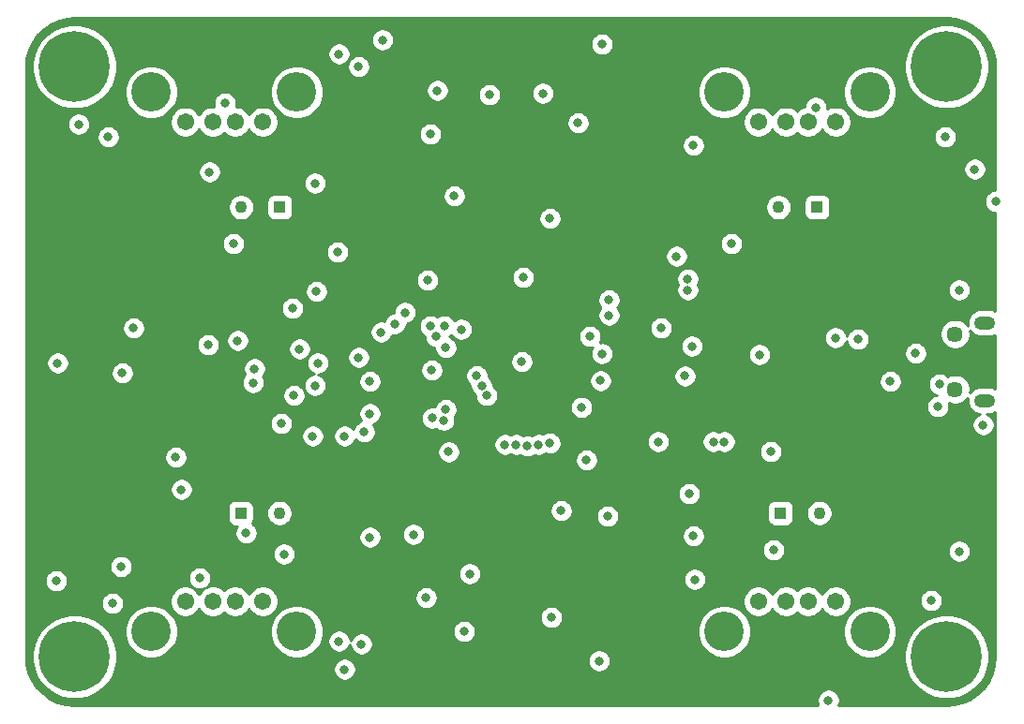
<source format=gbr>
G04 #@! TF.GenerationSoftware,KiCad,Pcbnew,(5.1.10)-1*
G04 #@! TF.CreationDate,2021-06-23T14:01:49+02:00*
G04 #@! TF.ProjectId,sh_control,73685f63-6f6e-4747-926f-6c2e6b696361,3.2*
G04 #@! TF.SameCoordinates,Original*
G04 #@! TF.FileFunction,Copper,L3,Inr*
G04 #@! TF.FilePolarity,Positive*
%FSLAX46Y46*%
G04 Gerber Fmt 4.6, Leading zero omitted, Abs format (unit mm)*
G04 Created by KiCad (PCBNEW (5.1.10)-1) date 2021-06-23 14:01:49*
%MOMM*%
%LPD*%
G01*
G04 APERTURE LIST*
G04 #@! TA.AperFunction,ComponentPad*
%ADD10C,3.570000*%
G04 #@! TD*
G04 #@! TA.AperFunction,ComponentPad*
%ADD11C,1.545000*%
G04 #@! TD*
G04 #@! TA.AperFunction,ComponentPad*
%ADD12C,1.100000*%
G04 #@! TD*
G04 #@! TA.AperFunction,ComponentPad*
%ADD13R,1.100000X1.100000*%
G04 #@! TD*
G04 #@! TA.AperFunction,ComponentPad*
%ADD14O,1.900000X1.200000*%
G04 #@! TD*
G04 #@! TA.AperFunction,ComponentPad*
%ADD15C,1.450000*%
G04 #@! TD*
G04 #@! TA.AperFunction,ComponentPad*
%ADD16C,0.800000*%
G04 #@! TD*
G04 #@! TA.AperFunction,ComponentPad*
%ADD17C,6.400000*%
G04 #@! TD*
G04 #@! TA.AperFunction,ViaPad*
%ADD18C,0.800000*%
G04 #@! TD*
G04 #@! TA.AperFunction,Conductor*
%ADD19C,0.254000*%
G04 #@! TD*
G04 #@! TA.AperFunction,Conductor*
%ADD20C,0.100000*%
G04 #@! TD*
G04 APERTURE END LIST*
D10*
X50550000Y-124710000D03*
X37410000Y-124710000D03*
D11*
X47480000Y-122000000D03*
X44980000Y-122000000D03*
X42980000Y-122000000D03*
X40480000Y-122000000D03*
D10*
X37410000Y-75950000D03*
X50550000Y-75950000D03*
D11*
X40480000Y-78660000D03*
X42980000Y-78660000D03*
X44980000Y-78660000D03*
X47480000Y-78660000D03*
D10*
X89150000Y-75950000D03*
X102290000Y-75950000D03*
D11*
X92220000Y-78660000D03*
X94720000Y-78660000D03*
X96720000Y-78660000D03*
X99220000Y-78660000D03*
D10*
X102290000Y-124710000D03*
X89150000Y-124710000D03*
D11*
X99220000Y-122000000D03*
X96720000Y-122000000D03*
X94720000Y-122000000D03*
X92220000Y-122000000D03*
D12*
X48980000Y-114000000D03*
D13*
X45480000Y-114000000D03*
D12*
X94036000Y-86360000D03*
D13*
X97536000Y-86360000D03*
D12*
X45522000Y-86360000D03*
D13*
X49022000Y-86360000D03*
D12*
X97720000Y-114000000D03*
D13*
X94220000Y-114000000D03*
D14*
X112687500Y-96830000D03*
X112687500Y-103830000D03*
D15*
X109987500Y-97830000D03*
X109987500Y-102830000D03*
D16*
X32177056Y-71962944D03*
X30480000Y-71260000D03*
X28782944Y-71962944D03*
X28080000Y-73660000D03*
X28782944Y-75357056D03*
X30480000Y-76060000D03*
X32177056Y-75357056D03*
X32880000Y-73660000D03*
D17*
X30480000Y-73660000D03*
D16*
X110917056Y-71962944D03*
X109220000Y-71260000D03*
X107522944Y-71962944D03*
X106820000Y-73660000D03*
X107522944Y-75357056D03*
X109220000Y-76060000D03*
X110917056Y-75357056D03*
X111620000Y-73660000D03*
D17*
X109220000Y-73660000D03*
D16*
X32177056Y-125302944D03*
X30480000Y-124600000D03*
X28782944Y-125302944D03*
X28080000Y-127000000D03*
X28782944Y-128697056D03*
X30480000Y-129400000D03*
X32177056Y-128697056D03*
X32880000Y-127000000D03*
D17*
X30480000Y-127000000D03*
D16*
X110917056Y-125302944D03*
X109220000Y-124600000D03*
X107522944Y-125302944D03*
X106820000Y-127000000D03*
X107522944Y-128697056D03*
X109220000Y-129400000D03*
X110917056Y-128697056D03*
X111620000Y-127000000D03*
D17*
X109220000Y-127000000D03*
D18*
X70993000Y-92710000D03*
X78740000Y-94742000D03*
X78740000Y-96139000D03*
X83439000Y-97282000D03*
X77978000Y-102042712D03*
X69342000Y-107823000D03*
X70358000Y-107823000D03*
X71374000Y-107950000D03*
X72390000Y-107823000D03*
X73406000Y-107696000D03*
X76267847Y-104453153D03*
X39624000Y-108966000D03*
X40132000Y-111887000D03*
X28829000Y-120142000D03*
X33909000Y-122174000D03*
X54864000Y-128143000D03*
X56388000Y-125857000D03*
X54356000Y-125603000D03*
X57150000Y-116205000D03*
X33528000Y-80010000D03*
X54356000Y-72517000D03*
X56134000Y-73660000D03*
X46736000Y-100965000D03*
X70866000Y-100330000D03*
X65405000Y-97409000D03*
X64008000Y-99060000D03*
X62738000Y-101092000D03*
X110363000Y-93853000D03*
X111760000Y-82931000D03*
X113650000Y-85852000D03*
X112522000Y-106045000D03*
X104140000Y-102108000D03*
X108434000Y-104394000D03*
X83185000Y-107569000D03*
X86360000Y-116078000D03*
X107823000Y-121920000D03*
X109093000Y-80010000D03*
X30861000Y-78867000D03*
X58293000Y-71247000D03*
X54864000Y-107061000D03*
X56642000Y-106680000D03*
X101219000Y-98298000D03*
X99187000Y-98171000D03*
X77029953Y-98042226D03*
X78105000Y-99605000D03*
X73533000Y-123444000D03*
X66167000Y-119507000D03*
X34798000Y-101346000D03*
X28956000Y-100457000D03*
X67945000Y-76200000D03*
X72771000Y-76073000D03*
X73406000Y-87376000D03*
X84836000Y-90805000D03*
X65659000Y-124714000D03*
X62230000Y-121666000D03*
X61087000Y-115951000D03*
X77851000Y-127381000D03*
X42545000Y-98806000D03*
X35814000Y-97282000D03*
X62611000Y-79756000D03*
X78105000Y-71628000D03*
X75946000Y-78740000D03*
X63246000Y-75819000D03*
X89789000Y-89662000D03*
X85979000Y-112268000D03*
X78613000Y-114300000D03*
X93345000Y-108458000D03*
X62357000Y-92964000D03*
X54229000Y-90424000D03*
X74422000Y-113792000D03*
X98552000Y-130937000D03*
X75438000Y-102870000D03*
X76310603Y-102907000D03*
X76327000Y-106680000D03*
X100203000Y-104394000D03*
X71225000Y-104833847D03*
X67183000Y-98044000D03*
X74162712Y-95631000D03*
X69977000Y-93726000D03*
X65786000Y-104013000D03*
X46609000Y-102235000D03*
X106426000Y-99568000D03*
X108585000Y-102362000D03*
X92329000Y-99692288D03*
X76708000Y-109220000D03*
X45212000Y-98425000D03*
X93599000Y-117348000D03*
X92220000Y-122000000D03*
X86487000Y-120015000D03*
X52451000Y-100457000D03*
X52197000Y-102489000D03*
X51980000Y-107061000D03*
X64262000Y-108470000D03*
X110363000Y-117475000D03*
X85598000Y-101617712D03*
X86233000Y-98933000D03*
X97409000Y-77346698D03*
X86360000Y-80772000D03*
X64770000Y-85344000D03*
X58166000Y-97663000D03*
X52197000Y-84201000D03*
X44831000Y-89662000D03*
X42672000Y-83185000D03*
X44069000Y-76962000D03*
X49403000Y-117729000D03*
X45974000Y-115824000D03*
X34686696Y-118856304D03*
X41783000Y-119888000D03*
X85852000Y-92843400D03*
X89147600Y-107569000D03*
X85852000Y-93846600D03*
X88144400Y-107569000D03*
X63119000Y-98044000D03*
X59436000Y-96901000D03*
X56134000Y-99949000D03*
X67243786Y-102483571D03*
X57150000Y-102108000D03*
X64008000Y-104648000D03*
X57150000Y-105029000D03*
X62780648Y-105421739D03*
X63811884Y-105628583D03*
X49149000Y-105918000D03*
X67691000Y-103378000D03*
X50292000Y-103378000D03*
X66796571Y-101589142D03*
X50800000Y-99187000D03*
X63881000Y-97101712D03*
X62611000Y-97101712D03*
X60325000Y-95885000D03*
X52324000Y-93980000D03*
X50165000Y-95504000D03*
D19*
X109997803Y-69337139D02*
X110751023Y-69543197D01*
X111455852Y-69879384D01*
X112090002Y-70335065D01*
X112633441Y-70895851D01*
X113068981Y-71544001D01*
X113382862Y-72259043D01*
X113566424Y-73023636D01*
X113615000Y-73685112D01*
X113615000Y-84817000D01*
X113548061Y-84817000D01*
X113348102Y-84856774D01*
X113159744Y-84934795D01*
X112990226Y-85048063D01*
X112846063Y-85192226D01*
X112732795Y-85361744D01*
X112654774Y-85550102D01*
X112615000Y-85750061D01*
X112615000Y-85953939D01*
X112654774Y-86153898D01*
X112732795Y-86342256D01*
X112846063Y-86511774D01*
X112990226Y-86655937D01*
X113159744Y-86769205D01*
X113348102Y-86847226D01*
X113548061Y-86887000D01*
X113615000Y-86887000D01*
X113615000Y-95738329D01*
X113512401Y-95683489D01*
X113279602Y-95612870D01*
X113098165Y-95595000D01*
X112276835Y-95595000D01*
X112095398Y-95612870D01*
X111862599Y-95683489D01*
X111648051Y-95798167D01*
X111459998Y-95952498D01*
X111305667Y-96140551D01*
X111190989Y-96355099D01*
X111120370Y-96587898D01*
X111096525Y-96830000D01*
X111120370Y-97072102D01*
X111123383Y-97082035D01*
X111043881Y-96963051D01*
X110854449Y-96773619D01*
X110631701Y-96624784D01*
X110384197Y-96522264D01*
X110121448Y-96470000D01*
X109853552Y-96470000D01*
X109590803Y-96522264D01*
X109343299Y-96624784D01*
X109120551Y-96773619D01*
X108931119Y-96963051D01*
X108782284Y-97185799D01*
X108679764Y-97433303D01*
X108627500Y-97696052D01*
X108627500Y-97963948D01*
X108679764Y-98226697D01*
X108782284Y-98474201D01*
X108931119Y-98696949D01*
X109120551Y-98886381D01*
X109343299Y-99035216D01*
X109590803Y-99137736D01*
X109853552Y-99190000D01*
X110121448Y-99190000D01*
X110384197Y-99137736D01*
X110631701Y-99035216D01*
X110854449Y-98886381D01*
X111043881Y-98696949D01*
X111192716Y-98474201D01*
X111295236Y-98226697D01*
X111347500Y-97963948D01*
X111347500Y-97696052D01*
X111314516Y-97530232D01*
X111459998Y-97707502D01*
X111648051Y-97861833D01*
X111862599Y-97976511D01*
X112095398Y-98047130D01*
X112276835Y-98065000D01*
X113098165Y-98065000D01*
X113279602Y-98047130D01*
X113512401Y-97976511D01*
X113615000Y-97921671D01*
X113615001Y-102738329D01*
X113512401Y-102683489D01*
X113279602Y-102612870D01*
X113098165Y-102595000D01*
X112276835Y-102595000D01*
X112095398Y-102612870D01*
X111862599Y-102683489D01*
X111648051Y-102798167D01*
X111459998Y-102952498D01*
X111314516Y-103129768D01*
X111347500Y-102963948D01*
X111347500Y-102696052D01*
X111295236Y-102433303D01*
X111192716Y-102185799D01*
X111043881Y-101963051D01*
X110854449Y-101773619D01*
X110631701Y-101624784D01*
X110384197Y-101522264D01*
X110121448Y-101470000D01*
X109853552Y-101470000D01*
X109590803Y-101522264D01*
X109343299Y-101624784D01*
X109324234Y-101637523D01*
X109244774Y-101558063D01*
X109075256Y-101444795D01*
X108886898Y-101366774D01*
X108686939Y-101327000D01*
X108483061Y-101327000D01*
X108283102Y-101366774D01*
X108094744Y-101444795D01*
X107925226Y-101558063D01*
X107781063Y-101702226D01*
X107667795Y-101871744D01*
X107589774Y-102060102D01*
X107550000Y-102260061D01*
X107550000Y-102463939D01*
X107589774Y-102663898D01*
X107667795Y-102852256D01*
X107781063Y-103021774D01*
X107925226Y-103165937D01*
X108094744Y-103279205D01*
X108283102Y-103357226D01*
X108312041Y-103362982D01*
X108132102Y-103398774D01*
X107943744Y-103476795D01*
X107774226Y-103590063D01*
X107630063Y-103734226D01*
X107516795Y-103903744D01*
X107438774Y-104092102D01*
X107399000Y-104292061D01*
X107399000Y-104495939D01*
X107438774Y-104695898D01*
X107516795Y-104884256D01*
X107630063Y-105053774D01*
X107774226Y-105197937D01*
X107943744Y-105311205D01*
X108132102Y-105389226D01*
X108332061Y-105429000D01*
X108535939Y-105429000D01*
X108735898Y-105389226D01*
X108924256Y-105311205D01*
X109093774Y-105197937D01*
X109237937Y-105053774D01*
X109351205Y-104884256D01*
X109429226Y-104695898D01*
X109469000Y-104495939D01*
X109469000Y-104292061D01*
X109429226Y-104092102D01*
X109418579Y-104066398D01*
X109590803Y-104137736D01*
X109853552Y-104190000D01*
X110121448Y-104190000D01*
X110384197Y-104137736D01*
X110631701Y-104035216D01*
X110854449Y-103886381D01*
X111043881Y-103696949D01*
X111123383Y-103577965D01*
X111120370Y-103587898D01*
X111096525Y-103830000D01*
X111120370Y-104072102D01*
X111190989Y-104304901D01*
X111305667Y-104519449D01*
X111459998Y-104707502D01*
X111648051Y-104861833D01*
X111862599Y-104976511D01*
X112095398Y-105047130D01*
X112201303Y-105057561D01*
X112031744Y-105127795D01*
X111862226Y-105241063D01*
X111718063Y-105385226D01*
X111604795Y-105554744D01*
X111526774Y-105743102D01*
X111487000Y-105943061D01*
X111487000Y-106146939D01*
X111526774Y-106346898D01*
X111604795Y-106535256D01*
X111718063Y-106704774D01*
X111862226Y-106848937D01*
X112031744Y-106962205D01*
X112220102Y-107040226D01*
X112420061Y-107080000D01*
X112623939Y-107080000D01*
X112823898Y-107040226D01*
X113012256Y-106962205D01*
X113181774Y-106848937D01*
X113325937Y-106704774D01*
X113439205Y-106535256D01*
X113517226Y-106346898D01*
X113557000Y-106146939D01*
X113557000Y-105943061D01*
X113517226Y-105743102D01*
X113439205Y-105554744D01*
X113325937Y-105385226D01*
X113181774Y-105241063D01*
X113012256Y-105127795D01*
X112860657Y-105065000D01*
X113098165Y-105065000D01*
X113279602Y-105047130D01*
X113512401Y-104976511D01*
X113615001Y-104921671D01*
X113615001Y-126969483D01*
X113542861Y-127777805D01*
X113336803Y-128531023D01*
X113000616Y-129235852D01*
X112544932Y-129870005D01*
X111984149Y-130413441D01*
X111335996Y-130848982D01*
X110620956Y-131162863D01*
X109856364Y-131346424D01*
X109194887Y-131395000D01*
X99482566Y-131395000D01*
X99547226Y-131238898D01*
X99587000Y-131038939D01*
X99587000Y-130835061D01*
X99547226Y-130635102D01*
X99469205Y-130446744D01*
X99355937Y-130277226D01*
X99211774Y-130133063D01*
X99042256Y-130019795D01*
X98853898Y-129941774D01*
X98653939Y-129902000D01*
X98450061Y-129902000D01*
X98250102Y-129941774D01*
X98061744Y-130019795D01*
X97892226Y-130133063D01*
X97748063Y-130277226D01*
X97634795Y-130446744D01*
X97556774Y-130635102D01*
X97517000Y-130835061D01*
X97517000Y-131038939D01*
X97556774Y-131238898D01*
X97621434Y-131395000D01*
X30510506Y-131395000D01*
X29702195Y-131322861D01*
X28948977Y-131116803D01*
X28244148Y-130780616D01*
X27609995Y-130324932D01*
X27066559Y-129764149D01*
X26631018Y-129115996D01*
X26317137Y-128400956D01*
X26133576Y-127636364D01*
X26085000Y-126974887D01*
X26085000Y-126622285D01*
X26645000Y-126622285D01*
X26645000Y-127377715D01*
X26792377Y-128118628D01*
X27081467Y-128816554D01*
X27501161Y-129444670D01*
X28035330Y-129978839D01*
X28663446Y-130398533D01*
X29361372Y-130687623D01*
X30102285Y-130835000D01*
X30857715Y-130835000D01*
X31598628Y-130687623D01*
X32296554Y-130398533D01*
X32924670Y-129978839D01*
X33458839Y-129444670D01*
X33878533Y-128816554D01*
X34167623Y-128118628D01*
X34183052Y-128041061D01*
X53829000Y-128041061D01*
X53829000Y-128244939D01*
X53868774Y-128444898D01*
X53946795Y-128633256D01*
X54060063Y-128802774D01*
X54204226Y-128946937D01*
X54373744Y-129060205D01*
X54562102Y-129138226D01*
X54762061Y-129178000D01*
X54965939Y-129178000D01*
X55165898Y-129138226D01*
X55354256Y-129060205D01*
X55523774Y-128946937D01*
X55667937Y-128802774D01*
X55781205Y-128633256D01*
X55859226Y-128444898D01*
X55899000Y-128244939D01*
X55899000Y-128041061D01*
X55859226Y-127841102D01*
X55781205Y-127652744D01*
X55667937Y-127483226D01*
X55523774Y-127339063D01*
X55433975Y-127279061D01*
X76816000Y-127279061D01*
X76816000Y-127482939D01*
X76855774Y-127682898D01*
X76933795Y-127871256D01*
X77047063Y-128040774D01*
X77191226Y-128184937D01*
X77360744Y-128298205D01*
X77549102Y-128376226D01*
X77749061Y-128416000D01*
X77952939Y-128416000D01*
X78152898Y-128376226D01*
X78341256Y-128298205D01*
X78510774Y-128184937D01*
X78654937Y-128040774D01*
X78768205Y-127871256D01*
X78846226Y-127682898D01*
X78886000Y-127482939D01*
X78886000Y-127279061D01*
X78846226Y-127079102D01*
X78768205Y-126890744D01*
X78654937Y-126721226D01*
X78510774Y-126577063D01*
X78341256Y-126463795D01*
X78152898Y-126385774D01*
X77952939Y-126346000D01*
X77749061Y-126346000D01*
X77549102Y-126385774D01*
X77360744Y-126463795D01*
X77191226Y-126577063D01*
X77047063Y-126721226D01*
X76933795Y-126890744D01*
X76855774Y-127079102D01*
X76816000Y-127279061D01*
X55433975Y-127279061D01*
X55354256Y-127225795D01*
X55165898Y-127147774D01*
X54965939Y-127108000D01*
X54762061Y-127108000D01*
X54562102Y-127147774D01*
X54373744Y-127225795D01*
X54204226Y-127339063D01*
X54060063Y-127483226D01*
X53946795Y-127652744D01*
X53868774Y-127841102D01*
X53829000Y-128041061D01*
X34183052Y-128041061D01*
X34315000Y-127377715D01*
X34315000Y-126622285D01*
X34167623Y-125881372D01*
X33878533Y-125183446D01*
X33458839Y-124555330D01*
X33375160Y-124471651D01*
X34990000Y-124471651D01*
X34990000Y-124948349D01*
X35083000Y-125415888D01*
X35265424Y-125856300D01*
X35530264Y-126252660D01*
X35867340Y-126589736D01*
X36263700Y-126854576D01*
X36704112Y-127037000D01*
X37171651Y-127130000D01*
X37648349Y-127130000D01*
X38115888Y-127037000D01*
X38556300Y-126854576D01*
X38952660Y-126589736D01*
X39289736Y-126252660D01*
X39554576Y-125856300D01*
X39737000Y-125415888D01*
X39830000Y-124948349D01*
X39830000Y-124471651D01*
X48130000Y-124471651D01*
X48130000Y-124948349D01*
X48223000Y-125415888D01*
X48405424Y-125856300D01*
X48670264Y-126252660D01*
X49007340Y-126589736D01*
X49403700Y-126854576D01*
X49844112Y-127037000D01*
X50311651Y-127130000D01*
X50788349Y-127130000D01*
X51255888Y-127037000D01*
X51696300Y-126854576D01*
X52092660Y-126589736D01*
X52429736Y-126252660D01*
X52694576Y-125856300D01*
X52841720Y-125501061D01*
X53321000Y-125501061D01*
X53321000Y-125704939D01*
X53360774Y-125904898D01*
X53438795Y-126093256D01*
X53552063Y-126262774D01*
X53696226Y-126406937D01*
X53865744Y-126520205D01*
X54054102Y-126598226D01*
X54254061Y-126638000D01*
X54457939Y-126638000D01*
X54657898Y-126598226D01*
X54846256Y-126520205D01*
X55015774Y-126406937D01*
X55159937Y-126262774D01*
X55273205Y-126093256D01*
X55351226Y-125904898D01*
X55353000Y-125895979D01*
X55353000Y-125958939D01*
X55392774Y-126158898D01*
X55470795Y-126347256D01*
X55584063Y-126516774D01*
X55728226Y-126660937D01*
X55897744Y-126774205D01*
X56086102Y-126852226D01*
X56286061Y-126892000D01*
X56489939Y-126892000D01*
X56689898Y-126852226D01*
X56878256Y-126774205D01*
X57047774Y-126660937D01*
X57191937Y-126516774D01*
X57305205Y-126347256D01*
X57383226Y-126158898D01*
X57423000Y-125958939D01*
X57423000Y-125755061D01*
X57383226Y-125555102D01*
X57305205Y-125366744D01*
X57191937Y-125197226D01*
X57047774Y-125053063D01*
X56878256Y-124939795D01*
X56689898Y-124861774D01*
X56489939Y-124822000D01*
X56286061Y-124822000D01*
X56086102Y-124861774D01*
X55897744Y-124939795D01*
X55728226Y-125053063D01*
X55584063Y-125197226D01*
X55470795Y-125366744D01*
X55392774Y-125555102D01*
X55391000Y-125564021D01*
X55391000Y-125501061D01*
X55351226Y-125301102D01*
X55273205Y-125112744D01*
X55159937Y-124943226D01*
X55015774Y-124799063D01*
X54846256Y-124685795D01*
X54668248Y-124612061D01*
X64624000Y-124612061D01*
X64624000Y-124815939D01*
X64663774Y-125015898D01*
X64741795Y-125204256D01*
X64855063Y-125373774D01*
X64999226Y-125517937D01*
X65168744Y-125631205D01*
X65357102Y-125709226D01*
X65557061Y-125749000D01*
X65760939Y-125749000D01*
X65960898Y-125709226D01*
X66149256Y-125631205D01*
X66318774Y-125517937D01*
X66462937Y-125373774D01*
X66576205Y-125204256D01*
X66654226Y-125015898D01*
X66694000Y-124815939D01*
X66694000Y-124612061D01*
X66654226Y-124412102D01*
X66576205Y-124223744D01*
X66462937Y-124054226D01*
X66318774Y-123910063D01*
X66149256Y-123796795D01*
X65960898Y-123718774D01*
X65760939Y-123679000D01*
X65557061Y-123679000D01*
X65357102Y-123718774D01*
X65168744Y-123796795D01*
X64999226Y-123910063D01*
X64855063Y-124054226D01*
X64741795Y-124223744D01*
X64663774Y-124412102D01*
X64624000Y-124612061D01*
X54668248Y-124612061D01*
X54657898Y-124607774D01*
X54457939Y-124568000D01*
X54254061Y-124568000D01*
X54054102Y-124607774D01*
X53865744Y-124685795D01*
X53696226Y-124799063D01*
X53552063Y-124943226D01*
X53438795Y-125112744D01*
X53360774Y-125301102D01*
X53321000Y-125501061D01*
X52841720Y-125501061D01*
X52877000Y-125415888D01*
X52970000Y-124948349D01*
X52970000Y-124471651D01*
X52877000Y-124004112D01*
X52694576Y-123563700D01*
X52546482Y-123342061D01*
X72498000Y-123342061D01*
X72498000Y-123545939D01*
X72537774Y-123745898D01*
X72615795Y-123934256D01*
X72729063Y-124103774D01*
X72873226Y-124247937D01*
X73042744Y-124361205D01*
X73231102Y-124439226D01*
X73431061Y-124479000D01*
X73634939Y-124479000D01*
X73671885Y-124471651D01*
X86730000Y-124471651D01*
X86730000Y-124948349D01*
X86823000Y-125415888D01*
X87005424Y-125856300D01*
X87270264Y-126252660D01*
X87607340Y-126589736D01*
X88003700Y-126854576D01*
X88444112Y-127037000D01*
X88911651Y-127130000D01*
X89388349Y-127130000D01*
X89855888Y-127037000D01*
X90296300Y-126854576D01*
X90692660Y-126589736D01*
X91029736Y-126252660D01*
X91294576Y-125856300D01*
X91477000Y-125415888D01*
X91570000Y-124948349D01*
X91570000Y-124471651D01*
X99870000Y-124471651D01*
X99870000Y-124948349D01*
X99963000Y-125415888D01*
X100145424Y-125856300D01*
X100410264Y-126252660D01*
X100747340Y-126589736D01*
X101143700Y-126854576D01*
X101584112Y-127037000D01*
X102051651Y-127130000D01*
X102528349Y-127130000D01*
X102995888Y-127037000D01*
X103436300Y-126854576D01*
X103783947Y-126622285D01*
X105385000Y-126622285D01*
X105385000Y-127377715D01*
X105532377Y-128118628D01*
X105821467Y-128816554D01*
X106241161Y-129444670D01*
X106775330Y-129978839D01*
X107403446Y-130398533D01*
X108101372Y-130687623D01*
X108842285Y-130835000D01*
X109597715Y-130835000D01*
X110338628Y-130687623D01*
X111036554Y-130398533D01*
X111664670Y-129978839D01*
X112198839Y-129444670D01*
X112618533Y-128816554D01*
X112907623Y-128118628D01*
X113055000Y-127377715D01*
X113055000Y-126622285D01*
X112907623Y-125881372D01*
X112618533Y-125183446D01*
X112198839Y-124555330D01*
X111664670Y-124021161D01*
X111036554Y-123601467D01*
X110338628Y-123312377D01*
X109597715Y-123165000D01*
X108842285Y-123165000D01*
X108101372Y-123312377D01*
X107403446Y-123601467D01*
X106775330Y-124021161D01*
X106241161Y-124555330D01*
X105821467Y-125183446D01*
X105532377Y-125881372D01*
X105385000Y-126622285D01*
X103783947Y-126622285D01*
X103832660Y-126589736D01*
X104169736Y-126252660D01*
X104434576Y-125856300D01*
X104617000Y-125415888D01*
X104710000Y-124948349D01*
X104710000Y-124471651D01*
X104617000Y-124004112D01*
X104434576Y-123563700D01*
X104169736Y-123167340D01*
X103832660Y-122830264D01*
X103436300Y-122565424D01*
X102995888Y-122383000D01*
X102528349Y-122290000D01*
X102051651Y-122290000D01*
X101584112Y-122383000D01*
X101143700Y-122565424D01*
X100747340Y-122830264D01*
X100410264Y-123167340D01*
X100145424Y-123563700D01*
X99963000Y-124004112D01*
X99870000Y-124471651D01*
X91570000Y-124471651D01*
X91477000Y-124004112D01*
X91294576Y-123563700D01*
X91029736Y-123167340D01*
X90692660Y-122830264D01*
X90296300Y-122565424D01*
X89855888Y-122383000D01*
X89388349Y-122290000D01*
X88911651Y-122290000D01*
X88444112Y-122383000D01*
X88003700Y-122565424D01*
X87607340Y-122830264D01*
X87270264Y-123167340D01*
X87005424Y-123563700D01*
X86823000Y-124004112D01*
X86730000Y-124471651D01*
X73671885Y-124471651D01*
X73834898Y-124439226D01*
X74023256Y-124361205D01*
X74192774Y-124247937D01*
X74336937Y-124103774D01*
X74450205Y-123934256D01*
X74528226Y-123745898D01*
X74568000Y-123545939D01*
X74568000Y-123342061D01*
X74528226Y-123142102D01*
X74450205Y-122953744D01*
X74336937Y-122784226D01*
X74192774Y-122640063D01*
X74023256Y-122526795D01*
X73834898Y-122448774D01*
X73634939Y-122409000D01*
X73431061Y-122409000D01*
X73231102Y-122448774D01*
X73042744Y-122526795D01*
X72873226Y-122640063D01*
X72729063Y-122784226D01*
X72615795Y-122953744D01*
X72537774Y-123142102D01*
X72498000Y-123342061D01*
X52546482Y-123342061D01*
X52429736Y-123167340D01*
X52092660Y-122830264D01*
X51696300Y-122565424D01*
X51255888Y-122383000D01*
X50788349Y-122290000D01*
X50311651Y-122290000D01*
X49844112Y-122383000D01*
X49403700Y-122565424D01*
X49007340Y-122830264D01*
X48670264Y-123167340D01*
X48405424Y-123563700D01*
X48223000Y-124004112D01*
X48130000Y-124471651D01*
X39830000Y-124471651D01*
X39737000Y-124004112D01*
X39554576Y-123563700D01*
X39289736Y-123167340D01*
X38952660Y-122830264D01*
X38556300Y-122565424D01*
X38115888Y-122383000D01*
X37648349Y-122290000D01*
X37171651Y-122290000D01*
X36704112Y-122383000D01*
X36263700Y-122565424D01*
X35867340Y-122830264D01*
X35530264Y-123167340D01*
X35265424Y-123563700D01*
X35083000Y-124004112D01*
X34990000Y-124471651D01*
X33375160Y-124471651D01*
X32924670Y-124021161D01*
X32296554Y-123601467D01*
X31598628Y-123312377D01*
X30857715Y-123165000D01*
X30102285Y-123165000D01*
X29361372Y-123312377D01*
X28663446Y-123601467D01*
X28035330Y-124021161D01*
X27501161Y-124555330D01*
X27081467Y-125183446D01*
X26792377Y-125881372D01*
X26645000Y-126622285D01*
X26085000Y-126622285D01*
X26085000Y-122072061D01*
X32874000Y-122072061D01*
X32874000Y-122275939D01*
X32913774Y-122475898D01*
X32991795Y-122664256D01*
X33105063Y-122833774D01*
X33249226Y-122977937D01*
X33418744Y-123091205D01*
X33607102Y-123169226D01*
X33807061Y-123209000D01*
X34010939Y-123209000D01*
X34210898Y-123169226D01*
X34399256Y-123091205D01*
X34568774Y-122977937D01*
X34712937Y-122833774D01*
X34826205Y-122664256D01*
X34904226Y-122475898D01*
X34944000Y-122275939D01*
X34944000Y-122072061D01*
X34904226Y-121872102D01*
X34899782Y-121861373D01*
X39072500Y-121861373D01*
X39072500Y-122138627D01*
X39126590Y-122410553D01*
X39232690Y-122666701D01*
X39386724Y-122897229D01*
X39582771Y-123093276D01*
X39813299Y-123247310D01*
X40069447Y-123353410D01*
X40341373Y-123407500D01*
X40618627Y-123407500D01*
X40890553Y-123353410D01*
X41146701Y-123247310D01*
X41377229Y-123093276D01*
X41573276Y-122897229D01*
X41727310Y-122666701D01*
X41730000Y-122660207D01*
X41732690Y-122666701D01*
X41886724Y-122897229D01*
X42082771Y-123093276D01*
X42313299Y-123247310D01*
X42569447Y-123353410D01*
X42841373Y-123407500D01*
X43118627Y-123407500D01*
X43390553Y-123353410D01*
X43646701Y-123247310D01*
X43877229Y-123093276D01*
X43980000Y-122990505D01*
X44082771Y-123093276D01*
X44313299Y-123247310D01*
X44569447Y-123353410D01*
X44841373Y-123407500D01*
X45118627Y-123407500D01*
X45390553Y-123353410D01*
X45646701Y-123247310D01*
X45877229Y-123093276D01*
X46073276Y-122897229D01*
X46227310Y-122666701D01*
X46230000Y-122660207D01*
X46232690Y-122666701D01*
X46386724Y-122897229D01*
X46582771Y-123093276D01*
X46813299Y-123247310D01*
X47069447Y-123353410D01*
X47341373Y-123407500D01*
X47618627Y-123407500D01*
X47890553Y-123353410D01*
X48146701Y-123247310D01*
X48377229Y-123093276D01*
X48573276Y-122897229D01*
X48727310Y-122666701D01*
X48833410Y-122410553D01*
X48887500Y-122138627D01*
X48887500Y-121861373D01*
X48833410Y-121589447D01*
X48822895Y-121564061D01*
X61195000Y-121564061D01*
X61195000Y-121767939D01*
X61234774Y-121967898D01*
X61312795Y-122156256D01*
X61426063Y-122325774D01*
X61570226Y-122469937D01*
X61739744Y-122583205D01*
X61928102Y-122661226D01*
X62128061Y-122701000D01*
X62331939Y-122701000D01*
X62531898Y-122661226D01*
X62720256Y-122583205D01*
X62889774Y-122469937D01*
X63033937Y-122325774D01*
X63147205Y-122156256D01*
X63225226Y-121967898D01*
X63246414Y-121861373D01*
X90812500Y-121861373D01*
X90812500Y-122138627D01*
X90866590Y-122410553D01*
X90972690Y-122666701D01*
X91126724Y-122897229D01*
X91322771Y-123093276D01*
X91553299Y-123247310D01*
X91809447Y-123353410D01*
X92081373Y-123407500D01*
X92358627Y-123407500D01*
X92630553Y-123353410D01*
X92886701Y-123247310D01*
X93117229Y-123093276D01*
X93313276Y-122897229D01*
X93467310Y-122666701D01*
X93470000Y-122660207D01*
X93472690Y-122666701D01*
X93626724Y-122897229D01*
X93822771Y-123093276D01*
X94053299Y-123247310D01*
X94309447Y-123353410D01*
X94581373Y-123407500D01*
X94858627Y-123407500D01*
X95130553Y-123353410D01*
X95386701Y-123247310D01*
X95617229Y-123093276D01*
X95720000Y-122990505D01*
X95822771Y-123093276D01*
X96053299Y-123247310D01*
X96309447Y-123353410D01*
X96581373Y-123407500D01*
X96858627Y-123407500D01*
X97130553Y-123353410D01*
X97386701Y-123247310D01*
X97617229Y-123093276D01*
X97813276Y-122897229D01*
X97967310Y-122666701D01*
X97970000Y-122660207D01*
X97972690Y-122666701D01*
X98126724Y-122897229D01*
X98322771Y-123093276D01*
X98553299Y-123247310D01*
X98809447Y-123353410D01*
X99081373Y-123407500D01*
X99358627Y-123407500D01*
X99630553Y-123353410D01*
X99886701Y-123247310D01*
X100117229Y-123093276D01*
X100313276Y-122897229D01*
X100467310Y-122666701D01*
X100573410Y-122410553D01*
X100627500Y-122138627D01*
X100627500Y-121861373D01*
X100618885Y-121818061D01*
X106788000Y-121818061D01*
X106788000Y-122021939D01*
X106827774Y-122221898D01*
X106905795Y-122410256D01*
X107019063Y-122579774D01*
X107163226Y-122723937D01*
X107332744Y-122837205D01*
X107521102Y-122915226D01*
X107721061Y-122955000D01*
X107924939Y-122955000D01*
X108124898Y-122915226D01*
X108313256Y-122837205D01*
X108482774Y-122723937D01*
X108626937Y-122579774D01*
X108740205Y-122410256D01*
X108818226Y-122221898D01*
X108858000Y-122021939D01*
X108858000Y-121818061D01*
X108818226Y-121618102D01*
X108740205Y-121429744D01*
X108626937Y-121260226D01*
X108482774Y-121116063D01*
X108313256Y-121002795D01*
X108124898Y-120924774D01*
X107924939Y-120885000D01*
X107721061Y-120885000D01*
X107521102Y-120924774D01*
X107332744Y-121002795D01*
X107163226Y-121116063D01*
X107019063Y-121260226D01*
X106905795Y-121429744D01*
X106827774Y-121618102D01*
X106788000Y-121818061D01*
X100618885Y-121818061D01*
X100573410Y-121589447D01*
X100467310Y-121333299D01*
X100313276Y-121102771D01*
X100117229Y-120906724D01*
X99886701Y-120752690D01*
X99630553Y-120646590D01*
X99358627Y-120592500D01*
X99081373Y-120592500D01*
X98809447Y-120646590D01*
X98553299Y-120752690D01*
X98322771Y-120906724D01*
X98126724Y-121102771D01*
X97972690Y-121333299D01*
X97970000Y-121339793D01*
X97967310Y-121333299D01*
X97813276Y-121102771D01*
X97617229Y-120906724D01*
X97386701Y-120752690D01*
X97130553Y-120646590D01*
X96858627Y-120592500D01*
X96581373Y-120592500D01*
X96309447Y-120646590D01*
X96053299Y-120752690D01*
X95822771Y-120906724D01*
X95720000Y-121009495D01*
X95617229Y-120906724D01*
X95386701Y-120752690D01*
X95130553Y-120646590D01*
X94858627Y-120592500D01*
X94581373Y-120592500D01*
X94309447Y-120646590D01*
X94053299Y-120752690D01*
X93822771Y-120906724D01*
X93626724Y-121102771D01*
X93472690Y-121333299D01*
X93470000Y-121339793D01*
X93467310Y-121333299D01*
X93313276Y-121102771D01*
X93117229Y-120906724D01*
X92886701Y-120752690D01*
X92630553Y-120646590D01*
X92358627Y-120592500D01*
X92081373Y-120592500D01*
X91809447Y-120646590D01*
X91553299Y-120752690D01*
X91322771Y-120906724D01*
X91126724Y-121102771D01*
X90972690Y-121333299D01*
X90866590Y-121589447D01*
X90812500Y-121861373D01*
X63246414Y-121861373D01*
X63265000Y-121767939D01*
X63265000Y-121564061D01*
X63225226Y-121364102D01*
X63147205Y-121175744D01*
X63033937Y-121006226D01*
X62889774Y-120862063D01*
X62720256Y-120748795D01*
X62531898Y-120670774D01*
X62331939Y-120631000D01*
X62128061Y-120631000D01*
X61928102Y-120670774D01*
X61739744Y-120748795D01*
X61570226Y-120862063D01*
X61426063Y-121006226D01*
X61312795Y-121175744D01*
X61234774Y-121364102D01*
X61195000Y-121564061D01*
X48822895Y-121564061D01*
X48727310Y-121333299D01*
X48573276Y-121102771D01*
X48377229Y-120906724D01*
X48146701Y-120752690D01*
X47890553Y-120646590D01*
X47618627Y-120592500D01*
X47341373Y-120592500D01*
X47069447Y-120646590D01*
X46813299Y-120752690D01*
X46582771Y-120906724D01*
X46386724Y-121102771D01*
X46232690Y-121333299D01*
X46230000Y-121339793D01*
X46227310Y-121333299D01*
X46073276Y-121102771D01*
X45877229Y-120906724D01*
X45646701Y-120752690D01*
X45390553Y-120646590D01*
X45118627Y-120592500D01*
X44841373Y-120592500D01*
X44569447Y-120646590D01*
X44313299Y-120752690D01*
X44082771Y-120906724D01*
X43980000Y-121009495D01*
X43877229Y-120906724D01*
X43646701Y-120752690D01*
X43390553Y-120646590D01*
X43118627Y-120592500D01*
X42841373Y-120592500D01*
X42569447Y-120646590D01*
X42414728Y-120710677D01*
X42442774Y-120691937D01*
X42586937Y-120547774D01*
X42700205Y-120378256D01*
X42778226Y-120189898D01*
X42818000Y-119989939D01*
X42818000Y-119786061D01*
X42778226Y-119586102D01*
X42703236Y-119405061D01*
X65132000Y-119405061D01*
X65132000Y-119608939D01*
X65171774Y-119808898D01*
X65249795Y-119997256D01*
X65363063Y-120166774D01*
X65507226Y-120310937D01*
X65676744Y-120424205D01*
X65865102Y-120502226D01*
X66065061Y-120542000D01*
X66268939Y-120542000D01*
X66468898Y-120502226D01*
X66657256Y-120424205D01*
X66826774Y-120310937D01*
X66970937Y-120166774D01*
X67084205Y-119997256D01*
X67119079Y-119913061D01*
X85452000Y-119913061D01*
X85452000Y-120116939D01*
X85491774Y-120316898D01*
X85569795Y-120505256D01*
X85683063Y-120674774D01*
X85827226Y-120818937D01*
X85996744Y-120932205D01*
X86185102Y-121010226D01*
X86385061Y-121050000D01*
X86588939Y-121050000D01*
X86788898Y-121010226D01*
X86977256Y-120932205D01*
X87146774Y-120818937D01*
X87290937Y-120674774D01*
X87404205Y-120505256D01*
X87482226Y-120316898D01*
X87522000Y-120116939D01*
X87522000Y-119913061D01*
X87482226Y-119713102D01*
X87404205Y-119524744D01*
X87290937Y-119355226D01*
X87146774Y-119211063D01*
X86977256Y-119097795D01*
X86788898Y-119019774D01*
X86588939Y-118980000D01*
X86385061Y-118980000D01*
X86185102Y-119019774D01*
X85996744Y-119097795D01*
X85827226Y-119211063D01*
X85683063Y-119355226D01*
X85569795Y-119524744D01*
X85491774Y-119713102D01*
X85452000Y-119913061D01*
X67119079Y-119913061D01*
X67162226Y-119808898D01*
X67202000Y-119608939D01*
X67202000Y-119405061D01*
X67162226Y-119205102D01*
X67084205Y-119016744D01*
X66970937Y-118847226D01*
X66826774Y-118703063D01*
X66657256Y-118589795D01*
X66468898Y-118511774D01*
X66268939Y-118472000D01*
X66065061Y-118472000D01*
X65865102Y-118511774D01*
X65676744Y-118589795D01*
X65507226Y-118703063D01*
X65363063Y-118847226D01*
X65249795Y-119016744D01*
X65171774Y-119205102D01*
X65132000Y-119405061D01*
X42703236Y-119405061D01*
X42700205Y-119397744D01*
X42586937Y-119228226D01*
X42442774Y-119084063D01*
X42273256Y-118970795D01*
X42084898Y-118892774D01*
X41884939Y-118853000D01*
X41681061Y-118853000D01*
X41481102Y-118892774D01*
X41292744Y-118970795D01*
X41123226Y-119084063D01*
X40979063Y-119228226D01*
X40865795Y-119397744D01*
X40787774Y-119586102D01*
X40748000Y-119786061D01*
X40748000Y-119989939D01*
X40787774Y-120189898D01*
X40865795Y-120378256D01*
X40979063Y-120547774D01*
X41123226Y-120691937D01*
X41292744Y-120805205D01*
X41481102Y-120883226D01*
X41681061Y-120923000D01*
X41884939Y-120923000D01*
X42084898Y-120883226D01*
X42171827Y-120847218D01*
X42082771Y-120906724D01*
X41886724Y-121102771D01*
X41732690Y-121333299D01*
X41730000Y-121339793D01*
X41727310Y-121333299D01*
X41573276Y-121102771D01*
X41377229Y-120906724D01*
X41146701Y-120752690D01*
X40890553Y-120646590D01*
X40618627Y-120592500D01*
X40341373Y-120592500D01*
X40069447Y-120646590D01*
X39813299Y-120752690D01*
X39582771Y-120906724D01*
X39386724Y-121102771D01*
X39232690Y-121333299D01*
X39126590Y-121589447D01*
X39072500Y-121861373D01*
X34899782Y-121861373D01*
X34826205Y-121683744D01*
X34712937Y-121514226D01*
X34568774Y-121370063D01*
X34399256Y-121256795D01*
X34210898Y-121178774D01*
X34010939Y-121139000D01*
X33807061Y-121139000D01*
X33607102Y-121178774D01*
X33418744Y-121256795D01*
X33249226Y-121370063D01*
X33105063Y-121514226D01*
X32991795Y-121683744D01*
X32913774Y-121872102D01*
X32874000Y-122072061D01*
X26085000Y-122072061D01*
X26085000Y-120040061D01*
X27794000Y-120040061D01*
X27794000Y-120243939D01*
X27833774Y-120443898D01*
X27911795Y-120632256D01*
X28025063Y-120801774D01*
X28169226Y-120945937D01*
X28338744Y-121059205D01*
X28527102Y-121137226D01*
X28727061Y-121177000D01*
X28930939Y-121177000D01*
X29130898Y-121137226D01*
X29319256Y-121059205D01*
X29488774Y-120945937D01*
X29632937Y-120801774D01*
X29746205Y-120632256D01*
X29824226Y-120443898D01*
X29864000Y-120243939D01*
X29864000Y-120040061D01*
X29824226Y-119840102D01*
X29746205Y-119651744D01*
X29632937Y-119482226D01*
X29488774Y-119338063D01*
X29319256Y-119224795D01*
X29130898Y-119146774D01*
X28930939Y-119107000D01*
X28727061Y-119107000D01*
X28527102Y-119146774D01*
X28338744Y-119224795D01*
X28169226Y-119338063D01*
X28025063Y-119482226D01*
X27911795Y-119651744D01*
X27833774Y-119840102D01*
X27794000Y-120040061D01*
X26085000Y-120040061D01*
X26085000Y-118754365D01*
X33651696Y-118754365D01*
X33651696Y-118958243D01*
X33691470Y-119158202D01*
X33769491Y-119346560D01*
X33882759Y-119516078D01*
X34026922Y-119660241D01*
X34196440Y-119773509D01*
X34384798Y-119851530D01*
X34584757Y-119891304D01*
X34788635Y-119891304D01*
X34988594Y-119851530D01*
X35176952Y-119773509D01*
X35346470Y-119660241D01*
X35490633Y-119516078D01*
X35603901Y-119346560D01*
X35681922Y-119158202D01*
X35721696Y-118958243D01*
X35721696Y-118754365D01*
X35681922Y-118554406D01*
X35603901Y-118366048D01*
X35490633Y-118196530D01*
X35346470Y-118052367D01*
X35176952Y-117939099D01*
X34988594Y-117861078D01*
X34788635Y-117821304D01*
X34584757Y-117821304D01*
X34384798Y-117861078D01*
X34196440Y-117939099D01*
X34026922Y-118052367D01*
X33882759Y-118196530D01*
X33769491Y-118366048D01*
X33691470Y-118554406D01*
X33651696Y-118754365D01*
X26085000Y-118754365D01*
X26085000Y-117627061D01*
X48368000Y-117627061D01*
X48368000Y-117830939D01*
X48407774Y-118030898D01*
X48485795Y-118219256D01*
X48599063Y-118388774D01*
X48743226Y-118532937D01*
X48912744Y-118646205D01*
X49101102Y-118724226D01*
X49301061Y-118764000D01*
X49504939Y-118764000D01*
X49704898Y-118724226D01*
X49893256Y-118646205D01*
X50062774Y-118532937D01*
X50206937Y-118388774D01*
X50320205Y-118219256D01*
X50398226Y-118030898D01*
X50438000Y-117830939D01*
X50438000Y-117627061D01*
X50398226Y-117427102D01*
X50323236Y-117246061D01*
X92564000Y-117246061D01*
X92564000Y-117449939D01*
X92603774Y-117649898D01*
X92681795Y-117838256D01*
X92795063Y-118007774D01*
X92939226Y-118151937D01*
X93108744Y-118265205D01*
X93297102Y-118343226D01*
X93497061Y-118383000D01*
X93700939Y-118383000D01*
X93900898Y-118343226D01*
X94089256Y-118265205D01*
X94258774Y-118151937D01*
X94402937Y-118007774D01*
X94516205Y-117838256D01*
X94594226Y-117649898D01*
X94634000Y-117449939D01*
X94634000Y-117373061D01*
X109328000Y-117373061D01*
X109328000Y-117576939D01*
X109367774Y-117776898D01*
X109445795Y-117965256D01*
X109559063Y-118134774D01*
X109703226Y-118278937D01*
X109872744Y-118392205D01*
X110061102Y-118470226D01*
X110261061Y-118510000D01*
X110464939Y-118510000D01*
X110664898Y-118470226D01*
X110853256Y-118392205D01*
X111022774Y-118278937D01*
X111166937Y-118134774D01*
X111280205Y-117965256D01*
X111358226Y-117776898D01*
X111398000Y-117576939D01*
X111398000Y-117373061D01*
X111358226Y-117173102D01*
X111280205Y-116984744D01*
X111166937Y-116815226D01*
X111022774Y-116671063D01*
X110853256Y-116557795D01*
X110664898Y-116479774D01*
X110464939Y-116440000D01*
X110261061Y-116440000D01*
X110061102Y-116479774D01*
X109872744Y-116557795D01*
X109703226Y-116671063D01*
X109559063Y-116815226D01*
X109445795Y-116984744D01*
X109367774Y-117173102D01*
X109328000Y-117373061D01*
X94634000Y-117373061D01*
X94634000Y-117246061D01*
X94594226Y-117046102D01*
X94516205Y-116857744D01*
X94402937Y-116688226D01*
X94258774Y-116544063D01*
X94089256Y-116430795D01*
X93900898Y-116352774D01*
X93700939Y-116313000D01*
X93497061Y-116313000D01*
X93297102Y-116352774D01*
X93108744Y-116430795D01*
X92939226Y-116544063D01*
X92795063Y-116688226D01*
X92681795Y-116857744D01*
X92603774Y-117046102D01*
X92564000Y-117246061D01*
X50323236Y-117246061D01*
X50320205Y-117238744D01*
X50206937Y-117069226D01*
X50062774Y-116925063D01*
X49893256Y-116811795D01*
X49704898Y-116733774D01*
X49504939Y-116694000D01*
X49301061Y-116694000D01*
X49101102Y-116733774D01*
X48912744Y-116811795D01*
X48743226Y-116925063D01*
X48599063Y-117069226D01*
X48485795Y-117238744D01*
X48407774Y-117427102D01*
X48368000Y-117627061D01*
X26085000Y-117627061D01*
X26085000Y-113450000D01*
X44291928Y-113450000D01*
X44291928Y-114550000D01*
X44304188Y-114674482D01*
X44340498Y-114794180D01*
X44399463Y-114904494D01*
X44478815Y-115001185D01*
X44575506Y-115080537D01*
X44685820Y-115139502D01*
X44805518Y-115175812D01*
X44930000Y-115188072D01*
X45154130Y-115188072D01*
X45056795Y-115333744D01*
X44978774Y-115522102D01*
X44939000Y-115722061D01*
X44939000Y-115925939D01*
X44978774Y-116125898D01*
X45056795Y-116314256D01*
X45170063Y-116483774D01*
X45314226Y-116627937D01*
X45483744Y-116741205D01*
X45672102Y-116819226D01*
X45872061Y-116859000D01*
X46075939Y-116859000D01*
X46275898Y-116819226D01*
X46464256Y-116741205D01*
X46633774Y-116627937D01*
X46777937Y-116483774D01*
X46891205Y-116314256D01*
X46969226Y-116125898D01*
X46973768Y-116103061D01*
X56115000Y-116103061D01*
X56115000Y-116306939D01*
X56154774Y-116506898D01*
X56232795Y-116695256D01*
X56346063Y-116864774D01*
X56490226Y-117008937D01*
X56659744Y-117122205D01*
X56848102Y-117200226D01*
X57048061Y-117240000D01*
X57251939Y-117240000D01*
X57451898Y-117200226D01*
X57640256Y-117122205D01*
X57809774Y-117008937D01*
X57953937Y-116864774D01*
X58067205Y-116695256D01*
X58145226Y-116506898D01*
X58185000Y-116306939D01*
X58185000Y-116103061D01*
X58145226Y-115903102D01*
X58122842Y-115849061D01*
X60052000Y-115849061D01*
X60052000Y-116052939D01*
X60091774Y-116252898D01*
X60169795Y-116441256D01*
X60283063Y-116610774D01*
X60427226Y-116754937D01*
X60596744Y-116868205D01*
X60785102Y-116946226D01*
X60985061Y-116986000D01*
X61188939Y-116986000D01*
X61388898Y-116946226D01*
X61577256Y-116868205D01*
X61746774Y-116754937D01*
X61890937Y-116610774D01*
X62004205Y-116441256D01*
X62082226Y-116252898D01*
X62122000Y-116052939D01*
X62122000Y-115976061D01*
X85325000Y-115976061D01*
X85325000Y-116179939D01*
X85364774Y-116379898D01*
X85442795Y-116568256D01*
X85556063Y-116737774D01*
X85700226Y-116881937D01*
X85869744Y-116995205D01*
X86058102Y-117073226D01*
X86258061Y-117113000D01*
X86461939Y-117113000D01*
X86661898Y-117073226D01*
X86850256Y-116995205D01*
X87019774Y-116881937D01*
X87163937Y-116737774D01*
X87277205Y-116568256D01*
X87355226Y-116379898D01*
X87395000Y-116179939D01*
X87395000Y-115976061D01*
X87355226Y-115776102D01*
X87277205Y-115587744D01*
X87163937Y-115418226D01*
X87019774Y-115274063D01*
X86850256Y-115160795D01*
X86661898Y-115082774D01*
X86461939Y-115043000D01*
X86258061Y-115043000D01*
X86058102Y-115082774D01*
X85869744Y-115160795D01*
X85700226Y-115274063D01*
X85556063Y-115418226D01*
X85442795Y-115587744D01*
X85364774Y-115776102D01*
X85325000Y-115976061D01*
X62122000Y-115976061D01*
X62122000Y-115849061D01*
X62082226Y-115649102D01*
X62004205Y-115460744D01*
X61890937Y-115291226D01*
X61746774Y-115147063D01*
X61577256Y-115033795D01*
X61388898Y-114955774D01*
X61188939Y-114916000D01*
X60985061Y-114916000D01*
X60785102Y-114955774D01*
X60596744Y-115033795D01*
X60427226Y-115147063D01*
X60283063Y-115291226D01*
X60169795Y-115460744D01*
X60091774Y-115649102D01*
X60052000Y-115849061D01*
X58122842Y-115849061D01*
X58067205Y-115714744D01*
X57953937Y-115545226D01*
X57809774Y-115401063D01*
X57640256Y-115287795D01*
X57451898Y-115209774D01*
X57251939Y-115170000D01*
X57048061Y-115170000D01*
X56848102Y-115209774D01*
X56659744Y-115287795D01*
X56490226Y-115401063D01*
X56346063Y-115545226D01*
X56232795Y-115714744D01*
X56154774Y-115903102D01*
X56115000Y-116103061D01*
X46973768Y-116103061D01*
X47009000Y-115925939D01*
X47009000Y-115722061D01*
X46969226Y-115522102D01*
X46891205Y-115333744D01*
X46777937Y-115164226D01*
X46633774Y-115020063D01*
X46525219Y-114947529D01*
X46560537Y-114904494D01*
X46619502Y-114794180D01*
X46655812Y-114674482D01*
X46668072Y-114550000D01*
X46668072Y-113883288D01*
X47795000Y-113883288D01*
X47795000Y-114116712D01*
X47840539Y-114345652D01*
X47929866Y-114561308D01*
X48059550Y-114755394D01*
X48224606Y-114920450D01*
X48418692Y-115050134D01*
X48634348Y-115139461D01*
X48863288Y-115185000D01*
X49096712Y-115185000D01*
X49325652Y-115139461D01*
X49541308Y-115050134D01*
X49735394Y-114920450D01*
X49900450Y-114755394D01*
X50030134Y-114561308D01*
X50119461Y-114345652D01*
X50165000Y-114116712D01*
X50165000Y-113883288D01*
X50126565Y-113690061D01*
X73387000Y-113690061D01*
X73387000Y-113893939D01*
X73426774Y-114093898D01*
X73504795Y-114282256D01*
X73618063Y-114451774D01*
X73762226Y-114595937D01*
X73931744Y-114709205D01*
X74120102Y-114787226D01*
X74320061Y-114827000D01*
X74523939Y-114827000D01*
X74723898Y-114787226D01*
X74912256Y-114709205D01*
X75081774Y-114595937D01*
X75225937Y-114451774D01*
X75339205Y-114282256D01*
X75374079Y-114198061D01*
X77578000Y-114198061D01*
X77578000Y-114401939D01*
X77617774Y-114601898D01*
X77695795Y-114790256D01*
X77809063Y-114959774D01*
X77953226Y-115103937D01*
X78122744Y-115217205D01*
X78311102Y-115295226D01*
X78511061Y-115335000D01*
X78714939Y-115335000D01*
X78914898Y-115295226D01*
X79103256Y-115217205D01*
X79272774Y-115103937D01*
X79416937Y-114959774D01*
X79530205Y-114790256D01*
X79608226Y-114601898D01*
X79648000Y-114401939D01*
X79648000Y-114198061D01*
X79608226Y-113998102D01*
X79530205Y-113809744D01*
X79416937Y-113640226D01*
X79272774Y-113496063D01*
X79203836Y-113450000D01*
X93031928Y-113450000D01*
X93031928Y-114550000D01*
X93044188Y-114674482D01*
X93080498Y-114794180D01*
X93139463Y-114904494D01*
X93218815Y-115001185D01*
X93315506Y-115080537D01*
X93425820Y-115139502D01*
X93545518Y-115175812D01*
X93670000Y-115188072D01*
X94770000Y-115188072D01*
X94894482Y-115175812D01*
X95014180Y-115139502D01*
X95124494Y-115080537D01*
X95221185Y-115001185D01*
X95300537Y-114904494D01*
X95359502Y-114794180D01*
X95395812Y-114674482D01*
X95408072Y-114550000D01*
X95408072Y-113883288D01*
X96535000Y-113883288D01*
X96535000Y-114116712D01*
X96580539Y-114345652D01*
X96669866Y-114561308D01*
X96799550Y-114755394D01*
X96964606Y-114920450D01*
X97158692Y-115050134D01*
X97374348Y-115139461D01*
X97603288Y-115185000D01*
X97836712Y-115185000D01*
X98065652Y-115139461D01*
X98281308Y-115050134D01*
X98475394Y-114920450D01*
X98640450Y-114755394D01*
X98770134Y-114561308D01*
X98859461Y-114345652D01*
X98905000Y-114116712D01*
X98905000Y-113883288D01*
X98859461Y-113654348D01*
X98770134Y-113438692D01*
X98640450Y-113244606D01*
X98475394Y-113079550D01*
X98281308Y-112949866D01*
X98065652Y-112860539D01*
X97836712Y-112815000D01*
X97603288Y-112815000D01*
X97374348Y-112860539D01*
X97158692Y-112949866D01*
X96964606Y-113079550D01*
X96799550Y-113244606D01*
X96669866Y-113438692D01*
X96580539Y-113654348D01*
X96535000Y-113883288D01*
X95408072Y-113883288D01*
X95408072Y-113450000D01*
X95395812Y-113325518D01*
X95359502Y-113205820D01*
X95300537Y-113095506D01*
X95221185Y-112998815D01*
X95124494Y-112919463D01*
X95014180Y-112860498D01*
X94894482Y-112824188D01*
X94770000Y-112811928D01*
X93670000Y-112811928D01*
X93545518Y-112824188D01*
X93425820Y-112860498D01*
X93315506Y-112919463D01*
X93218815Y-112998815D01*
X93139463Y-113095506D01*
X93080498Y-113205820D01*
X93044188Y-113325518D01*
X93031928Y-113450000D01*
X79203836Y-113450000D01*
X79103256Y-113382795D01*
X78914898Y-113304774D01*
X78714939Y-113265000D01*
X78511061Y-113265000D01*
X78311102Y-113304774D01*
X78122744Y-113382795D01*
X77953226Y-113496063D01*
X77809063Y-113640226D01*
X77695795Y-113809744D01*
X77617774Y-113998102D01*
X77578000Y-114198061D01*
X75374079Y-114198061D01*
X75417226Y-114093898D01*
X75457000Y-113893939D01*
X75457000Y-113690061D01*
X75417226Y-113490102D01*
X75339205Y-113301744D01*
X75225937Y-113132226D01*
X75081774Y-112988063D01*
X74912256Y-112874795D01*
X74723898Y-112796774D01*
X74523939Y-112757000D01*
X74320061Y-112757000D01*
X74120102Y-112796774D01*
X73931744Y-112874795D01*
X73762226Y-112988063D01*
X73618063Y-113132226D01*
X73504795Y-113301744D01*
X73426774Y-113490102D01*
X73387000Y-113690061D01*
X50126565Y-113690061D01*
X50119461Y-113654348D01*
X50030134Y-113438692D01*
X49900450Y-113244606D01*
X49735394Y-113079550D01*
X49541308Y-112949866D01*
X49325652Y-112860539D01*
X49096712Y-112815000D01*
X48863288Y-112815000D01*
X48634348Y-112860539D01*
X48418692Y-112949866D01*
X48224606Y-113079550D01*
X48059550Y-113244606D01*
X47929866Y-113438692D01*
X47840539Y-113654348D01*
X47795000Y-113883288D01*
X46668072Y-113883288D01*
X46668072Y-113450000D01*
X46655812Y-113325518D01*
X46619502Y-113205820D01*
X46560537Y-113095506D01*
X46481185Y-112998815D01*
X46384494Y-112919463D01*
X46274180Y-112860498D01*
X46154482Y-112824188D01*
X46030000Y-112811928D01*
X44930000Y-112811928D01*
X44805518Y-112824188D01*
X44685820Y-112860498D01*
X44575506Y-112919463D01*
X44478815Y-112998815D01*
X44399463Y-113095506D01*
X44340498Y-113205820D01*
X44304188Y-113325518D01*
X44291928Y-113450000D01*
X26085000Y-113450000D01*
X26085000Y-111785061D01*
X39097000Y-111785061D01*
X39097000Y-111988939D01*
X39136774Y-112188898D01*
X39214795Y-112377256D01*
X39328063Y-112546774D01*
X39472226Y-112690937D01*
X39641744Y-112804205D01*
X39830102Y-112882226D01*
X40030061Y-112922000D01*
X40233939Y-112922000D01*
X40433898Y-112882226D01*
X40622256Y-112804205D01*
X40791774Y-112690937D01*
X40935937Y-112546774D01*
X41049205Y-112377256D01*
X41127226Y-112188898D01*
X41131768Y-112166061D01*
X84944000Y-112166061D01*
X84944000Y-112369939D01*
X84983774Y-112569898D01*
X85061795Y-112758256D01*
X85175063Y-112927774D01*
X85319226Y-113071937D01*
X85488744Y-113185205D01*
X85677102Y-113263226D01*
X85877061Y-113303000D01*
X86080939Y-113303000D01*
X86280898Y-113263226D01*
X86469256Y-113185205D01*
X86638774Y-113071937D01*
X86782937Y-112927774D01*
X86896205Y-112758256D01*
X86974226Y-112569898D01*
X87014000Y-112369939D01*
X87014000Y-112166061D01*
X86974226Y-111966102D01*
X86896205Y-111777744D01*
X86782937Y-111608226D01*
X86638774Y-111464063D01*
X86469256Y-111350795D01*
X86280898Y-111272774D01*
X86080939Y-111233000D01*
X85877061Y-111233000D01*
X85677102Y-111272774D01*
X85488744Y-111350795D01*
X85319226Y-111464063D01*
X85175063Y-111608226D01*
X85061795Y-111777744D01*
X84983774Y-111966102D01*
X84944000Y-112166061D01*
X41131768Y-112166061D01*
X41167000Y-111988939D01*
X41167000Y-111785061D01*
X41127226Y-111585102D01*
X41049205Y-111396744D01*
X40935937Y-111227226D01*
X40791774Y-111083063D01*
X40622256Y-110969795D01*
X40433898Y-110891774D01*
X40233939Y-110852000D01*
X40030061Y-110852000D01*
X39830102Y-110891774D01*
X39641744Y-110969795D01*
X39472226Y-111083063D01*
X39328063Y-111227226D01*
X39214795Y-111396744D01*
X39136774Y-111585102D01*
X39097000Y-111785061D01*
X26085000Y-111785061D01*
X26085000Y-108864061D01*
X38589000Y-108864061D01*
X38589000Y-109067939D01*
X38628774Y-109267898D01*
X38706795Y-109456256D01*
X38820063Y-109625774D01*
X38964226Y-109769937D01*
X39133744Y-109883205D01*
X39322102Y-109961226D01*
X39522061Y-110001000D01*
X39725939Y-110001000D01*
X39925898Y-109961226D01*
X40114256Y-109883205D01*
X40283774Y-109769937D01*
X40427937Y-109625774D01*
X40541205Y-109456256D01*
X40619226Y-109267898D01*
X40659000Y-109067939D01*
X40659000Y-108864061D01*
X40619226Y-108664102D01*
X40541205Y-108475744D01*
X40469254Y-108368061D01*
X63227000Y-108368061D01*
X63227000Y-108571939D01*
X63266774Y-108771898D01*
X63344795Y-108960256D01*
X63458063Y-109129774D01*
X63602226Y-109273937D01*
X63771744Y-109387205D01*
X63960102Y-109465226D01*
X64160061Y-109505000D01*
X64363939Y-109505000D01*
X64563898Y-109465226D01*
X64752256Y-109387205D01*
X64921774Y-109273937D01*
X65065937Y-109129774D01*
X65073763Y-109118061D01*
X75673000Y-109118061D01*
X75673000Y-109321939D01*
X75712774Y-109521898D01*
X75790795Y-109710256D01*
X75904063Y-109879774D01*
X76048226Y-110023937D01*
X76217744Y-110137205D01*
X76406102Y-110215226D01*
X76606061Y-110255000D01*
X76809939Y-110255000D01*
X77009898Y-110215226D01*
X77198256Y-110137205D01*
X77367774Y-110023937D01*
X77511937Y-109879774D01*
X77625205Y-109710256D01*
X77703226Y-109521898D01*
X77743000Y-109321939D01*
X77743000Y-109118061D01*
X77703226Y-108918102D01*
X77625205Y-108729744D01*
X77511937Y-108560226D01*
X77367774Y-108416063D01*
X77198256Y-108302795D01*
X77009898Y-108224774D01*
X76809939Y-108185000D01*
X76606061Y-108185000D01*
X76406102Y-108224774D01*
X76217744Y-108302795D01*
X76048226Y-108416063D01*
X75904063Y-108560226D01*
X75790795Y-108729744D01*
X75712774Y-108918102D01*
X75673000Y-109118061D01*
X65073763Y-109118061D01*
X65179205Y-108960256D01*
X65257226Y-108771898D01*
X65297000Y-108571939D01*
X65297000Y-108368061D01*
X65257226Y-108168102D01*
X65179205Y-107979744D01*
X65065937Y-107810226D01*
X64976772Y-107721061D01*
X68307000Y-107721061D01*
X68307000Y-107924939D01*
X68346774Y-108124898D01*
X68424795Y-108313256D01*
X68538063Y-108482774D01*
X68682226Y-108626937D01*
X68851744Y-108740205D01*
X69040102Y-108818226D01*
X69240061Y-108858000D01*
X69443939Y-108858000D01*
X69643898Y-108818226D01*
X69832256Y-108740205D01*
X69850000Y-108728349D01*
X69867744Y-108740205D01*
X70056102Y-108818226D01*
X70256061Y-108858000D01*
X70459939Y-108858000D01*
X70659898Y-108818226D01*
X70752831Y-108779732D01*
X70883744Y-108867205D01*
X71072102Y-108945226D01*
X71272061Y-108985000D01*
X71475939Y-108985000D01*
X71675898Y-108945226D01*
X71864256Y-108867205D01*
X71995169Y-108779732D01*
X72088102Y-108818226D01*
X72288061Y-108858000D01*
X72491939Y-108858000D01*
X72691898Y-108818226D01*
X72880256Y-108740205D01*
X73011169Y-108652732D01*
X73104102Y-108691226D01*
X73304061Y-108731000D01*
X73507939Y-108731000D01*
X73707898Y-108691226D01*
X73896256Y-108613205D01*
X74065774Y-108499937D01*
X74209937Y-108355774D01*
X74323205Y-108186256D01*
X74401226Y-107997898D01*
X74441000Y-107797939D01*
X74441000Y-107594061D01*
X74415739Y-107467061D01*
X82150000Y-107467061D01*
X82150000Y-107670939D01*
X82189774Y-107870898D01*
X82267795Y-108059256D01*
X82381063Y-108228774D01*
X82525226Y-108372937D01*
X82694744Y-108486205D01*
X82883102Y-108564226D01*
X83083061Y-108604000D01*
X83286939Y-108604000D01*
X83486898Y-108564226D01*
X83675256Y-108486205D01*
X83844774Y-108372937D01*
X83988937Y-108228774D01*
X84102205Y-108059256D01*
X84180226Y-107870898D01*
X84220000Y-107670939D01*
X84220000Y-107467061D01*
X87109400Y-107467061D01*
X87109400Y-107670939D01*
X87149174Y-107870898D01*
X87227195Y-108059256D01*
X87340463Y-108228774D01*
X87484626Y-108372937D01*
X87654144Y-108486205D01*
X87842502Y-108564226D01*
X88042461Y-108604000D01*
X88246339Y-108604000D01*
X88446298Y-108564226D01*
X88634656Y-108486205D01*
X88646000Y-108478625D01*
X88657344Y-108486205D01*
X88845702Y-108564226D01*
X89045661Y-108604000D01*
X89249539Y-108604000D01*
X89449498Y-108564226D01*
X89637856Y-108486205D01*
X89807374Y-108372937D01*
X89824250Y-108356061D01*
X92310000Y-108356061D01*
X92310000Y-108559939D01*
X92349774Y-108759898D01*
X92427795Y-108948256D01*
X92541063Y-109117774D01*
X92685226Y-109261937D01*
X92854744Y-109375205D01*
X93043102Y-109453226D01*
X93243061Y-109493000D01*
X93446939Y-109493000D01*
X93646898Y-109453226D01*
X93835256Y-109375205D01*
X94004774Y-109261937D01*
X94148937Y-109117774D01*
X94262205Y-108948256D01*
X94340226Y-108759898D01*
X94380000Y-108559939D01*
X94380000Y-108356061D01*
X94340226Y-108156102D01*
X94262205Y-107967744D01*
X94148937Y-107798226D01*
X94004774Y-107654063D01*
X93835256Y-107540795D01*
X93646898Y-107462774D01*
X93446939Y-107423000D01*
X93243061Y-107423000D01*
X93043102Y-107462774D01*
X92854744Y-107540795D01*
X92685226Y-107654063D01*
X92541063Y-107798226D01*
X92427795Y-107967744D01*
X92349774Y-108156102D01*
X92310000Y-108356061D01*
X89824250Y-108356061D01*
X89951537Y-108228774D01*
X90064805Y-108059256D01*
X90142826Y-107870898D01*
X90182600Y-107670939D01*
X90182600Y-107467061D01*
X90142826Y-107267102D01*
X90064805Y-107078744D01*
X89951537Y-106909226D01*
X89807374Y-106765063D01*
X89637856Y-106651795D01*
X89449498Y-106573774D01*
X89249539Y-106534000D01*
X89045661Y-106534000D01*
X88845702Y-106573774D01*
X88657344Y-106651795D01*
X88646000Y-106659375D01*
X88634656Y-106651795D01*
X88446298Y-106573774D01*
X88246339Y-106534000D01*
X88042461Y-106534000D01*
X87842502Y-106573774D01*
X87654144Y-106651795D01*
X87484626Y-106765063D01*
X87340463Y-106909226D01*
X87227195Y-107078744D01*
X87149174Y-107267102D01*
X87109400Y-107467061D01*
X84220000Y-107467061D01*
X84180226Y-107267102D01*
X84102205Y-107078744D01*
X83988937Y-106909226D01*
X83844774Y-106765063D01*
X83675256Y-106651795D01*
X83486898Y-106573774D01*
X83286939Y-106534000D01*
X83083061Y-106534000D01*
X82883102Y-106573774D01*
X82694744Y-106651795D01*
X82525226Y-106765063D01*
X82381063Y-106909226D01*
X82267795Y-107078744D01*
X82189774Y-107267102D01*
X82150000Y-107467061D01*
X74415739Y-107467061D01*
X74401226Y-107394102D01*
X74323205Y-107205744D01*
X74209937Y-107036226D01*
X74065774Y-106892063D01*
X73896256Y-106778795D01*
X73707898Y-106700774D01*
X73507939Y-106661000D01*
X73304061Y-106661000D01*
X73104102Y-106700774D01*
X72915744Y-106778795D01*
X72784831Y-106866268D01*
X72691898Y-106827774D01*
X72491939Y-106788000D01*
X72288061Y-106788000D01*
X72088102Y-106827774D01*
X71899744Y-106905795D01*
X71768831Y-106993268D01*
X71675898Y-106954774D01*
X71475939Y-106915000D01*
X71272061Y-106915000D01*
X71072102Y-106954774D01*
X70979169Y-106993268D01*
X70848256Y-106905795D01*
X70659898Y-106827774D01*
X70459939Y-106788000D01*
X70256061Y-106788000D01*
X70056102Y-106827774D01*
X69867744Y-106905795D01*
X69850000Y-106917651D01*
X69832256Y-106905795D01*
X69643898Y-106827774D01*
X69443939Y-106788000D01*
X69240061Y-106788000D01*
X69040102Y-106827774D01*
X68851744Y-106905795D01*
X68682226Y-107019063D01*
X68538063Y-107163226D01*
X68424795Y-107332744D01*
X68346774Y-107521102D01*
X68307000Y-107721061D01*
X64976772Y-107721061D01*
X64921774Y-107666063D01*
X64752256Y-107552795D01*
X64563898Y-107474774D01*
X64363939Y-107435000D01*
X64160061Y-107435000D01*
X63960102Y-107474774D01*
X63771744Y-107552795D01*
X63602226Y-107666063D01*
X63458063Y-107810226D01*
X63344795Y-107979744D01*
X63266774Y-108168102D01*
X63227000Y-108368061D01*
X40469254Y-108368061D01*
X40427937Y-108306226D01*
X40283774Y-108162063D01*
X40114256Y-108048795D01*
X39925898Y-107970774D01*
X39725939Y-107931000D01*
X39522061Y-107931000D01*
X39322102Y-107970774D01*
X39133744Y-108048795D01*
X38964226Y-108162063D01*
X38820063Y-108306226D01*
X38706795Y-108475744D01*
X38628774Y-108664102D01*
X38589000Y-108864061D01*
X26085000Y-108864061D01*
X26085000Y-106959061D01*
X50945000Y-106959061D01*
X50945000Y-107162939D01*
X50984774Y-107362898D01*
X51062795Y-107551256D01*
X51176063Y-107720774D01*
X51320226Y-107864937D01*
X51489744Y-107978205D01*
X51678102Y-108056226D01*
X51878061Y-108096000D01*
X52081939Y-108096000D01*
X52281898Y-108056226D01*
X52470256Y-107978205D01*
X52639774Y-107864937D01*
X52783937Y-107720774D01*
X52897205Y-107551256D01*
X52975226Y-107362898D01*
X53015000Y-107162939D01*
X53015000Y-106959061D01*
X53829000Y-106959061D01*
X53829000Y-107162939D01*
X53868774Y-107362898D01*
X53946795Y-107551256D01*
X54060063Y-107720774D01*
X54204226Y-107864937D01*
X54373744Y-107978205D01*
X54562102Y-108056226D01*
X54762061Y-108096000D01*
X54965939Y-108096000D01*
X55165898Y-108056226D01*
X55354256Y-107978205D01*
X55523774Y-107864937D01*
X55667937Y-107720774D01*
X55781205Y-107551256D01*
X55859226Y-107362898D01*
X55859551Y-107361262D01*
X55982226Y-107483937D01*
X56151744Y-107597205D01*
X56340102Y-107675226D01*
X56540061Y-107715000D01*
X56743939Y-107715000D01*
X56943898Y-107675226D01*
X57132256Y-107597205D01*
X57301774Y-107483937D01*
X57445937Y-107339774D01*
X57559205Y-107170256D01*
X57637226Y-106981898D01*
X57677000Y-106781939D01*
X57677000Y-106578061D01*
X57637226Y-106378102D01*
X57559205Y-106189744D01*
X57448995Y-106024803D01*
X57451898Y-106024226D01*
X57640256Y-105946205D01*
X57809774Y-105832937D01*
X57953937Y-105688774D01*
X58067205Y-105519256D01*
X58145226Y-105330898D01*
X58147433Y-105319800D01*
X61745648Y-105319800D01*
X61745648Y-105523678D01*
X61785422Y-105723637D01*
X61863443Y-105911995D01*
X61976711Y-106081513D01*
X62120874Y-106225676D01*
X62290392Y-106338944D01*
X62478750Y-106416965D01*
X62678709Y-106456739D01*
X62882587Y-106456739D01*
X63082546Y-106416965D01*
X63120736Y-106401146D01*
X63152110Y-106432520D01*
X63321628Y-106545788D01*
X63509986Y-106623809D01*
X63709945Y-106663583D01*
X63913823Y-106663583D01*
X64113782Y-106623809D01*
X64302140Y-106545788D01*
X64471658Y-106432520D01*
X64615821Y-106288357D01*
X64729089Y-106118839D01*
X64807110Y-105930481D01*
X64846884Y-105730522D01*
X64846884Y-105526644D01*
X64807110Y-105326685D01*
X64802985Y-105316726D01*
X64811937Y-105307774D01*
X64925205Y-105138256D01*
X65003226Y-104949898D01*
X65043000Y-104749939D01*
X65043000Y-104546061D01*
X65003226Y-104346102D01*
X64925205Y-104157744D01*
X64811937Y-103988226D01*
X64667774Y-103844063D01*
X64498256Y-103730795D01*
X64309898Y-103652774D01*
X64109939Y-103613000D01*
X63906061Y-103613000D01*
X63706102Y-103652774D01*
X63517744Y-103730795D01*
X63348226Y-103844063D01*
X63204063Y-103988226D01*
X63090795Y-104157744D01*
X63012774Y-104346102D01*
X63000044Y-104410102D01*
X62882587Y-104386739D01*
X62678709Y-104386739D01*
X62478750Y-104426513D01*
X62290392Y-104504534D01*
X62120874Y-104617802D01*
X61976711Y-104761965D01*
X61863443Y-104931483D01*
X61785422Y-105119841D01*
X61745648Y-105319800D01*
X58147433Y-105319800D01*
X58185000Y-105130939D01*
X58185000Y-104927061D01*
X58145226Y-104727102D01*
X58067205Y-104538744D01*
X57953937Y-104369226D01*
X57809774Y-104225063D01*
X57640256Y-104111795D01*
X57451898Y-104033774D01*
X57251939Y-103994000D01*
X57048061Y-103994000D01*
X56848102Y-104033774D01*
X56659744Y-104111795D01*
X56490226Y-104225063D01*
X56346063Y-104369226D01*
X56232795Y-104538744D01*
X56154774Y-104727102D01*
X56115000Y-104927061D01*
X56115000Y-105130939D01*
X56154774Y-105330898D01*
X56232795Y-105519256D01*
X56343005Y-105684197D01*
X56340102Y-105684774D01*
X56151744Y-105762795D01*
X55982226Y-105876063D01*
X55838063Y-106020226D01*
X55724795Y-106189744D01*
X55646774Y-106378102D01*
X55646449Y-106379738D01*
X55523774Y-106257063D01*
X55354256Y-106143795D01*
X55165898Y-106065774D01*
X54965939Y-106026000D01*
X54762061Y-106026000D01*
X54562102Y-106065774D01*
X54373744Y-106143795D01*
X54204226Y-106257063D01*
X54060063Y-106401226D01*
X53946795Y-106570744D01*
X53868774Y-106759102D01*
X53829000Y-106959061D01*
X53015000Y-106959061D01*
X52975226Y-106759102D01*
X52897205Y-106570744D01*
X52783937Y-106401226D01*
X52639774Y-106257063D01*
X52470256Y-106143795D01*
X52281898Y-106065774D01*
X52081939Y-106026000D01*
X51878061Y-106026000D01*
X51678102Y-106065774D01*
X51489744Y-106143795D01*
X51320226Y-106257063D01*
X51176063Y-106401226D01*
X51062795Y-106570744D01*
X50984774Y-106759102D01*
X50945000Y-106959061D01*
X26085000Y-106959061D01*
X26085000Y-105816061D01*
X48114000Y-105816061D01*
X48114000Y-106019939D01*
X48153774Y-106219898D01*
X48231795Y-106408256D01*
X48345063Y-106577774D01*
X48489226Y-106721937D01*
X48658744Y-106835205D01*
X48847102Y-106913226D01*
X49047061Y-106953000D01*
X49250939Y-106953000D01*
X49450898Y-106913226D01*
X49639256Y-106835205D01*
X49808774Y-106721937D01*
X49952937Y-106577774D01*
X50066205Y-106408256D01*
X50144226Y-106219898D01*
X50184000Y-106019939D01*
X50184000Y-105816061D01*
X50144226Y-105616102D01*
X50066205Y-105427744D01*
X49952937Y-105258226D01*
X49808774Y-105114063D01*
X49639256Y-105000795D01*
X49450898Y-104922774D01*
X49250939Y-104883000D01*
X49047061Y-104883000D01*
X48847102Y-104922774D01*
X48658744Y-105000795D01*
X48489226Y-105114063D01*
X48345063Y-105258226D01*
X48231795Y-105427744D01*
X48153774Y-105616102D01*
X48114000Y-105816061D01*
X26085000Y-105816061D01*
X26085000Y-103276061D01*
X49257000Y-103276061D01*
X49257000Y-103479939D01*
X49296774Y-103679898D01*
X49374795Y-103868256D01*
X49488063Y-104037774D01*
X49632226Y-104181937D01*
X49801744Y-104295205D01*
X49990102Y-104373226D01*
X50190061Y-104413000D01*
X50393939Y-104413000D01*
X50593898Y-104373226D01*
X50782256Y-104295205D01*
X50951774Y-104181937D01*
X51095937Y-104037774D01*
X51209205Y-103868256D01*
X51287226Y-103679898D01*
X51327000Y-103479939D01*
X51327000Y-103276061D01*
X51287226Y-103076102D01*
X51209205Y-102887744D01*
X51095937Y-102718226D01*
X50951774Y-102574063D01*
X50782256Y-102460795D01*
X50604248Y-102387061D01*
X51162000Y-102387061D01*
X51162000Y-102590939D01*
X51201774Y-102790898D01*
X51279795Y-102979256D01*
X51393063Y-103148774D01*
X51537226Y-103292937D01*
X51706744Y-103406205D01*
X51895102Y-103484226D01*
X52095061Y-103524000D01*
X52298939Y-103524000D01*
X52498898Y-103484226D01*
X52687256Y-103406205D01*
X52856774Y-103292937D01*
X53000937Y-103148774D01*
X53114205Y-102979256D01*
X53192226Y-102790898D01*
X53232000Y-102590939D01*
X53232000Y-102387061D01*
X53192226Y-102187102D01*
X53117236Y-102006061D01*
X56115000Y-102006061D01*
X56115000Y-102209939D01*
X56154774Y-102409898D01*
X56232795Y-102598256D01*
X56346063Y-102767774D01*
X56490226Y-102911937D01*
X56659744Y-103025205D01*
X56848102Y-103103226D01*
X57048061Y-103143000D01*
X57251939Y-103143000D01*
X57451898Y-103103226D01*
X57640256Y-103025205D01*
X57809774Y-102911937D01*
X57953937Y-102767774D01*
X58067205Y-102598256D01*
X58145226Y-102409898D01*
X58185000Y-102209939D01*
X58185000Y-102006061D01*
X58145226Y-101806102D01*
X58067205Y-101617744D01*
X57953937Y-101448226D01*
X57809774Y-101304063D01*
X57640256Y-101190795D01*
X57451898Y-101112774D01*
X57251939Y-101073000D01*
X57048061Y-101073000D01*
X56848102Y-101112774D01*
X56659744Y-101190795D01*
X56490226Y-101304063D01*
X56346063Y-101448226D01*
X56232795Y-101617744D01*
X56154774Y-101806102D01*
X56115000Y-102006061D01*
X53117236Y-102006061D01*
X53114205Y-101998744D01*
X53000937Y-101829226D01*
X52856774Y-101685063D01*
X52687256Y-101571795D01*
X52498898Y-101493774D01*
X52489979Y-101492000D01*
X52552939Y-101492000D01*
X52752898Y-101452226D01*
X52941256Y-101374205D01*
X53110774Y-101260937D01*
X53254937Y-101116774D01*
X53339603Y-100990061D01*
X61703000Y-100990061D01*
X61703000Y-101193939D01*
X61742774Y-101393898D01*
X61820795Y-101582256D01*
X61934063Y-101751774D01*
X62078226Y-101895937D01*
X62247744Y-102009205D01*
X62436102Y-102087226D01*
X62636061Y-102127000D01*
X62839939Y-102127000D01*
X63039898Y-102087226D01*
X63228256Y-102009205D01*
X63397774Y-101895937D01*
X63541937Y-101751774D01*
X63655205Y-101582256D01*
X63694577Y-101487203D01*
X65761571Y-101487203D01*
X65761571Y-101691081D01*
X65801345Y-101891040D01*
X65879366Y-102079398D01*
X65992634Y-102248916D01*
X66136797Y-102393079D01*
X66208786Y-102441180D01*
X66208786Y-102585510D01*
X66248560Y-102785469D01*
X66326581Y-102973827D01*
X66439849Y-103143345D01*
X66584012Y-103287508D01*
X66656000Y-103335609D01*
X66656000Y-103479939D01*
X66695774Y-103679898D01*
X66773795Y-103868256D01*
X66887063Y-104037774D01*
X67031226Y-104181937D01*
X67200744Y-104295205D01*
X67389102Y-104373226D01*
X67589061Y-104413000D01*
X67792939Y-104413000D01*
X67992898Y-104373226D01*
X68046039Y-104351214D01*
X75232847Y-104351214D01*
X75232847Y-104555092D01*
X75272621Y-104755051D01*
X75350642Y-104943409D01*
X75463910Y-105112927D01*
X75608073Y-105257090D01*
X75777591Y-105370358D01*
X75965949Y-105448379D01*
X76165908Y-105488153D01*
X76369786Y-105488153D01*
X76569745Y-105448379D01*
X76758103Y-105370358D01*
X76927621Y-105257090D01*
X77071784Y-105112927D01*
X77185052Y-104943409D01*
X77263073Y-104755051D01*
X77302847Y-104555092D01*
X77302847Y-104351214D01*
X77263073Y-104151255D01*
X77185052Y-103962897D01*
X77071784Y-103793379D01*
X76927621Y-103649216D01*
X76758103Y-103535948D01*
X76569745Y-103457927D01*
X76369786Y-103418153D01*
X76165908Y-103418153D01*
X75965949Y-103457927D01*
X75777591Y-103535948D01*
X75608073Y-103649216D01*
X75463910Y-103793379D01*
X75350642Y-103962897D01*
X75272621Y-104151255D01*
X75232847Y-104351214D01*
X68046039Y-104351214D01*
X68181256Y-104295205D01*
X68350774Y-104181937D01*
X68494937Y-104037774D01*
X68608205Y-103868256D01*
X68686226Y-103679898D01*
X68726000Y-103479939D01*
X68726000Y-103276061D01*
X68686226Y-103076102D01*
X68608205Y-102887744D01*
X68494937Y-102718226D01*
X68350774Y-102574063D01*
X68278786Y-102525962D01*
X68278786Y-102381632D01*
X68239012Y-102181673D01*
X68160991Y-101993315D01*
X68125884Y-101940773D01*
X76943000Y-101940773D01*
X76943000Y-102144651D01*
X76982774Y-102344610D01*
X77060795Y-102532968D01*
X77174063Y-102702486D01*
X77318226Y-102846649D01*
X77487744Y-102959917D01*
X77676102Y-103037938D01*
X77876061Y-103077712D01*
X78079939Y-103077712D01*
X78279898Y-103037938D01*
X78468256Y-102959917D01*
X78637774Y-102846649D01*
X78781937Y-102702486D01*
X78895205Y-102532968D01*
X78973226Y-102344610D01*
X79013000Y-102144651D01*
X79013000Y-101940773D01*
X78973226Y-101740814D01*
X78895205Y-101552456D01*
X78870695Y-101515773D01*
X84563000Y-101515773D01*
X84563000Y-101719651D01*
X84602774Y-101919610D01*
X84680795Y-102107968D01*
X84794063Y-102277486D01*
X84938226Y-102421649D01*
X85107744Y-102534917D01*
X85296102Y-102612938D01*
X85496061Y-102652712D01*
X85699939Y-102652712D01*
X85899898Y-102612938D01*
X86088256Y-102534917D01*
X86257774Y-102421649D01*
X86401937Y-102277486D01*
X86515205Y-102107968D01*
X86557416Y-102006061D01*
X103105000Y-102006061D01*
X103105000Y-102209939D01*
X103144774Y-102409898D01*
X103222795Y-102598256D01*
X103336063Y-102767774D01*
X103480226Y-102911937D01*
X103649744Y-103025205D01*
X103838102Y-103103226D01*
X104038061Y-103143000D01*
X104241939Y-103143000D01*
X104441898Y-103103226D01*
X104630256Y-103025205D01*
X104799774Y-102911937D01*
X104943937Y-102767774D01*
X105057205Y-102598256D01*
X105135226Y-102409898D01*
X105175000Y-102209939D01*
X105175000Y-102006061D01*
X105135226Y-101806102D01*
X105057205Y-101617744D01*
X104943937Y-101448226D01*
X104799774Y-101304063D01*
X104630256Y-101190795D01*
X104441898Y-101112774D01*
X104241939Y-101073000D01*
X104038061Y-101073000D01*
X103838102Y-101112774D01*
X103649744Y-101190795D01*
X103480226Y-101304063D01*
X103336063Y-101448226D01*
X103222795Y-101617744D01*
X103144774Y-101806102D01*
X103105000Y-102006061D01*
X86557416Y-102006061D01*
X86593226Y-101919610D01*
X86633000Y-101719651D01*
X86633000Y-101515773D01*
X86593226Y-101315814D01*
X86515205Y-101127456D01*
X86401937Y-100957938D01*
X86257774Y-100813775D01*
X86088256Y-100700507D01*
X85899898Y-100622486D01*
X85699939Y-100582712D01*
X85496061Y-100582712D01*
X85296102Y-100622486D01*
X85107744Y-100700507D01*
X84938226Y-100813775D01*
X84794063Y-100957938D01*
X84680795Y-101127456D01*
X84602774Y-101315814D01*
X84563000Y-101515773D01*
X78870695Y-101515773D01*
X78781937Y-101382938D01*
X78637774Y-101238775D01*
X78468256Y-101125507D01*
X78279898Y-101047486D01*
X78079939Y-101007712D01*
X77876061Y-101007712D01*
X77676102Y-101047486D01*
X77487744Y-101125507D01*
X77318226Y-101238775D01*
X77174063Y-101382938D01*
X77060795Y-101552456D01*
X76982774Y-101740814D01*
X76943000Y-101940773D01*
X68125884Y-101940773D01*
X68047723Y-101823797D01*
X67903560Y-101679634D01*
X67831571Y-101631533D01*
X67831571Y-101487203D01*
X67791797Y-101287244D01*
X67713776Y-101098886D01*
X67600508Y-100929368D01*
X67456345Y-100785205D01*
X67286827Y-100671937D01*
X67098469Y-100593916D01*
X66898510Y-100554142D01*
X66694632Y-100554142D01*
X66494673Y-100593916D01*
X66306315Y-100671937D01*
X66136797Y-100785205D01*
X65992634Y-100929368D01*
X65879366Y-101098886D01*
X65801345Y-101287244D01*
X65761571Y-101487203D01*
X63694577Y-101487203D01*
X63733226Y-101393898D01*
X63773000Y-101193939D01*
X63773000Y-100990061D01*
X63733226Y-100790102D01*
X63655205Y-100601744D01*
X63541937Y-100432226D01*
X63397774Y-100288063D01*
X63307975Y-100228061D01*
X69831000Y-100228061D01*
X69831000Y-100431939D01*
X69870774Y-100631898D01*
X69948795Y-100820256D01*
X70062063Y-100989774D01*
X70206226Y-101133937D01*
X70375744Y-101247205D01*
X70564102Y-101325226D01*
X70764061Y-101365000D01*
X70967939Y-101365000D01*
X71167898Y-101325226D01*
X71356256Y-101247205D01*
X71525774Y-101133937D01*
X71669937Y-100989774D01*
X71783205Y-100820256D01*
X71861226Y-100631898D01*
X71901000Y-100431939D01*
X71901000Y-100228061D01*
X71861226Y-100028102D01*
X71783205Y-99839744D01*
X71669937Y-99670226D01*
X71525774Y-99526063D01*
X71356256Y-99412795D01*
X71167898Y-99334774D01*
X70967939Y-99295000D01*
X70764061Y-99295000D01*
X70564102Y-99334774D01*
X70375744Y-99412795D01*
X70206226Y-99526063D01*
X70062063Y-99670226D01*
X69948795Y-99839744D01*
X69870774Y-100028102D01*
X69831000Y-100228061D01*
X63307975Y-100228061D01*
X63228256Y-100174795D01*
X63039898Y-100096774D01*
X62839939Y-100057000D01*
X62636061Y-100057000D01*
X62436102Y-100096774D01*
X62247744Y-100174795D01*
X62078226Y-100288063D01*
X61934063Y-100432226D01*
X61820795Y-100601744D01*
X61742774Y-100790102D01*
X61703000Y-100990061D01*
X53339603Y-100990061D01*
X53368205Y-100947256D01*
X53446226Y-100758898D01*
X53486000Y-100558939D01*
X53486000Y-100355061D01*
X53446226Y-100155102D01*
X53368205Y-99966744D01*
X53288236Y-99847061D01*
X55099000Y-99847061D01*
X55099000Y-100050939D01*
X55138774Y-100250898D01*
X55216795Y-100439256D01*
X55330063Y-100608774D01*
X55474226Y-100752937D01*
X55643744Y-100866205D01*
X55832102Y-100944226D01*
X56032061Y-100984000D01*
X56235939Y-100984000D01*
X56435898Y-100944226D01*
X56624256Y-100866205D01*
X56793774Y-100752937D01*
X56937937Y-100608774D01*
X57051205Y-100439256D01*
X57129226Y-100250898D01*
X57169000Y-100050939D01*
X57169000Y-99847061D01*
X57129226Y-99647102D01*
X57051205Y-99458744D01*
X56937937Y-99289226D01*
X56793774Y-99145063D01*
X56624256Y-99031795D01*
X56435898Y-98953774D01*
X56235939Y-98914000D01*
X56032061Y-98914000D01*
X55832102Y-98953774D01*
X55643744Y-99031795D01*
X55474226Y-99145063D01*
X55330063Y-99289226D01*
X55216795Y-99458744D01*
X55138774Y-99647102D01*
X55099000Y-99847061D01*
X53288236Y-99847061D01*
X53254937Y-99797226D01*
X53110774Y-99653063D01*
X52941256Y-99539795D01*
X52752898Y-99461774D01*
X52552939Y-99422000D01*
X52349061Y-99422000D01*
X52149102Y-99461774D01*
X51960744Y-99539795D01*
X51791226Y-99653063D01*
X51647063Y-99797226D01*
X51533795Y-99966744D01*
X51455774Y-100155102D01*
X51416000Y-100355061D01*
X51416000Y-100558939D01*
X51455774Y-100758898D01*
X51533795Y-100947256D01*
X51647063Y-101116774D01*
X51791226Y-101260937D01*
X51960744Y-101374205D01*
X52149102Y-101452226D01*
X52158021Y-101454000D01*
X52095061Y-101454000D01*
X51895102Y-101493774D01*
X51706744Y-101571795D01*
X51537226Y-101685063D01*
X51393063Y-101829226D01*
X51279795Y-101998744D01*
X51201774Y-102187102D01*
X51162000Y-102387061D01*
X50604248Y-102387061D01*
X50593898Y-102382774D01*
X50393939Y-102343000D01*
X50190061Y-102343000D01*
X49990102Y-102382774D01*
X49801744Y-102460795D01*
X49632226Y-102574063D01*
X49488063Y-102718226D01*
X49374795Y-102887744D01*
X49296774Y-103076102D01*
X49257000Y-103276061D01*
X26085000Y-103276061D01*
X26085000Y-100355061D01*
X27921000Y-100355061D01*
X27921000Y-100558939D01*
X27960774Y-100758898D01*
X28038795Y-100947256D01*
X28152063Y-101116774D01*
X28296226Y-101260937D01*
X28465744Y-101374205D01*
X28654102Y-101452226D01*
X28854061Y-101492000D01*
X29057939Y-101492000D01*
X29257898Y-101452226D01*
X29446256Y-101374205D01*
X29615774Y-101260937D01*
X29632650Y-101244061D01*
X33763000Y-101244061D01*
X33763000Y-101447939D01*
X33802774Y-101647898D01*
X33880795Y-101836256D01*
X33994063Y-102005774D01*
X34138226Y-102149937D01*
X34307744Y-102263205D01*
X34496102Y-102341226D01*
X34696061Y-102381000D01*
X34899939Y-102381000D01*
X35099898Y-102341226D01*
X35288256Y-102263205D01*
X35457774Y-102149937D01*
X35474650Y-102133061D01*
X45574000Y-102133061D01*
X45574000Y-102336939D01*
X45613774Y-102536898D01*
X45691795Y-102725256D01*
X45805063Y-102894774D01*
X45949226Y-103038937D01*
X46118744Y-103152205D01*
X46307102Y-103230226D01*
X46507061Y-103270000D01*
X46710939Y-103270000D01*
X46910898Y-103230226D01*
X47099256Y-103152205D01*
X47268774Y-103038937D01*
X47412937Y-102894774D01*
X47526205Y-102725256D01*
X47604226Y-102536898D01*
X47644000Y-102336939D01*
X47644000Y-102133061D01*
X47604226Y-101933102D01*
X47526205Y-101744744D01*
X47483652Y-101681059D01*
X47539937Y-101624774D01*
X47653205Y-101455256D01*
X47731226Y-101266898D01*
X47771000Y-101066939D01*
X47771000Y-100863061D01*
X47731226Y-100663102D01*
X47653205Y-100474744D01*
X47539937Y-100305226D01*
X47395774Y-100161063D01*
X47226256Y-100047795D01*
X47037898Y-99969774D01*
X46837939Y-99930000D01*
X46634061Y-99930000D01*
X46434102Y-99969774D01*
X46245744Y-100047795D01*
X46076226Y-100161063D01*
X45932063Y-100305226D01*
X45818795Y-100474744D01*
X45740774Y-100663102D01*
X45701000Y-100863061D01*
X45701000Y-101066939D01*
X45740774Y-101266898D01*
X45818795Y-101455256D01*
X45861348Y-101518941D01*
X45805063Y-101575226D01*
X45691795Y-101744744D01*
X45613774Y-101933102D01*
X45574000Y-102133061D01*
X35474650Y-102133061D01*
X35601937Y-102005774D01*
X35715205Y-101836256D01*
X35793226Y-101647898D01*
X35833000Y-101447939D01*
X35833000Y-101244061D01*
X35793226Y-101044102D01*
X35715205Y-100855744D01*
X35601937Y-100686226D01*
X35457774Y-100542063D01*
X35288256Y-100428795D01*
X35099898Y-100350774D01*
X34899939Y-100311000D01*
X34696061Y-100311000D01*
X34496102Y-100350774D01*
X34307744Y-100428795D01*
X34138226Y-100542063D01*
X33994063Y-100686226D01*
X33880795Y-100855744D01*
X33802774Y-101044102D01*
X33763000Y-101244061D01*
X29632650Y-101244061D01*
X29759937Y-101116774D01*
X29873205Y-100947256D01*
X29951226Y-100758898D01*
X29991000Y-100558939D01*
X29991000Y-100355061D01*
X29951226Y-100155102D01*
X29873205Y-99966744D01*
X29759937Y-99797226D01*
X29615774Y-99653063D01*
X29446256Y-99539795D01*
X29257898Y-99461774D01*
X29057939Y-99422000D01*
X28854061Y-99422000D01*
X28654102Y-99461774D01*
X28465744Y-99539795D01*
X28296226Y-99653063D01*
X28152063Y-99797226D01*
X28038795Y-99966744D01*
X27960774Y-100155102D01*
X27921000Y-100355061D01*
X26085000Y-100355061D01*
X26085000Y-98704061D01*
X41510000Y-98704061D01*
X41510000Y-98907939D01*
X41549774Y-99107898D01*
X41627795Y-99296256D01*
X41741063Y-99465774D01*
X41885226Y-99609937D01*
X42054744Y-99723205D01*
X42243102Y-99801226D01*
X42443061Y-99841000D01*
X42646939Y-99841000D01*
X42846898Y-99801226D01*
X43035256Y-99723205D01*
X43204774Y-99609937D01*
X43348937Y-99465774D01*
X43462205Y-99296256D01*
X43540226Y-99107898D01*
X43580000Y-98907939D01*
X43580000Y-98704061D01*
X43540226Y-98504102D01*
X43465236Y-98323061D01*
X44177000Y-98323061D01*
X44177000Y-98526939D01*
X44216774Y-98726898D01*
X44294795Y-98915256D01*
X44408063Y-99084774D01*
X44552226Y-99228937D01*
X44721744Y-99342205D01*
X44910102Y-99420226D01*
X45110061Y-99460000D01*
X45313939Y-99460000D01*
X45513898Y-99420226D01*
X45702256Y-99342205D01*
X45871774Y-99228937D01*
X46015650Y-99085061D01*
X49765000Y-99085061D01*
X49765000Y-99288939D01*
X49804774Y-99488898D01*
X49882795Y-99677256D01*
X49996063Y-99846774D01*
X50140226Y-99990937D01*
X50309744Y-100104205D01*
X50498102Y-100182226D01*
X50698061Y-100222000D01*
X50901939Y-100222000D01*
X51101898Y-100182226D01*
X51290256Y-100104205D01*
X51459774Y-99990937D01*
X51603937Y-99846774D01*
X51717205Y-99677256D01*
X51795226Y-99488898D01*
X51835000Y-99288939D01*
X51835000Y-99085061D01*
X51795226Y-98885102D01*
X51717205Y-98696744D01*
X51603937Y-98527226D01*
X51459774Y-98383063D01*
X51290256Y-98269795D01*
X51101898Y-98191774D01*
X50901939Y-98152000D01*
X50698061Y-98152000D01*
X50498102Y-98191774D01*
X50309744Y-98269795D01*
X50140226Y-98383063D01*
X49996063Y-98527226D01*
X49882795Y-98696744D01*
X49804774Y-98885102D01*
X49765000Y-99085061D01*
X46015650Y-99085061D01*
X46015937Y-99084774D01*
X46129205Y-98915256D01*
X46207226Y-98726898D01*
X46247000Y-98526939D01*
X46247000Y-98323061D01*
X46207226Y-98123102D01*
X46129205Y-97934744D01*
X46015937Y-97765226D01*
X45871774Y-97621063D01*
X45781975Y-97561061D01*
X57131000Y-97561061D01*
X57131000Y-97764939D01*
X57170774Y-97964898D01*
X57248795Y-98153256D01*
X57362063Y-98322774D01*
X57506226Y-98466937D01*
X57675744Y-98580205D01*
X57864102Y-98658226D01*
X58064061Y-98698000D01*
X58267939Y-98698000D01*
X58467898Y-98658226D01*
X58656256Y-98580205D01*
X58825774Y-98466937D01*
X58969937Y-98322774D01*
X59083205Y-98153256D01*
X59161226Y-97964898D01*
X59173333Y-97904030D01*
X59334061Y-97936000D01*
X59537939Y-97936000D01*
X59737898Y-97896226D01*
X59926256Y-97818205D01*
X60095774Y-97704937D01*
X60239937Y-97560774D01*
X60353205Y-97391256D01*
X60431226Y-97202898D01*
X60471000Y-97002939D01*
X60471000Y-96999773D01*
X61576000Y-96999773D01*
X61576000Y-97203651D01*
X61615774Y-97403610D01*
X61693795Y-97591968D01*
X61807063Y-97761486D01*
X61951226Y-97905649D01*
X62084000Y-97994366D01*
X62084000Y-98145939D01*
X62123774Y-98345898D01*
X62201795Y-98534256D01*
X62315063Y-98703774D01*
X62459226Y-98847937D01*
X62628744Y-98961205D01*
X62817102Y-99039226D01*
X62973000Y-99070236D01*
X62973000Y-99161939D01*
X63012774Y-99361898D01*
X63090795Y-99550256D01*
X63204063Y-99719774D01*
X63348226Y-99863937D01*
X63517744Y-99977205D01*
X63706102Y-100055226D01*
X63906061Y-100095000D01*
X64109939Y-100095000D01*
X64309898Y-100055226D01*
X64498256Y-99977205D01*
X64667774Y-99863937D01*
X64811937Y-99719774D01*
X64925205Y-99550256D01*
X65003226Y-99361898D01*
X65043000Y-99161939D01*
X65043000Y-98958061D01*
X65003226Y-98758102D01*
X64925205Y-98569744D01*
X64811937Y-98400226D01*
X64667774Y-98256063D01*
X64498256Y-98142795D01*
X64309898Y-98064774D01*
X64276558Y-98058142D01*
X64371256Y-98018917D01*
X64507101Y-97928149D01*
X64601063Y-98068774D01*
X64745226Y-98212937D01*
X64914744Y-98326205D01*
X65103102Y-98404226D01*
X65303061Y-98444000D01*
X65506939Y-98444000D01*
X65706898Y-98404226D01*
X65895256Y-98326205D01*
X66064774Y-98212937D01*
X66208937Y-98068774D01*
X66294789Y-97940287D01*
X75994953Y-97940287D01*
X75994953Y-98144165D01*
X76034727Y-98344124D01*
X76112748Y-98532482D01*
X76226016Y-98702000D01*
X76370179Y-98846163D01*
X76539697Y-98959431D01*
X76728055Y-99037452D01*
X76928014Y-99077226D01*
X77131892Y-99077226D01*
X77225275Y-99058651D01*
X77187795Y-99114744D01*
X77109774Y-99303102D01*
X77070000Y-99503061D01*
X77070000Y-99706939D01*
X77109774Y-99906898D01*
X77187795Y-100095256D01*
X77301063Y-100264774D01*
X77445226Y-100408937D01*
X77614744Y-100522205D01*
X77803102Y-100600226D01*
X78003061Y-100640000D01*
X78206939Y-100640000D01*
X78406898Y-100600226D01*
X78595256Y-100522205D01*
X78764774Y-100408937D01*
X78908937Y-100264774D01*
X79022205Y-100095256D01*
X79100226Y-99906898D01*
X79140000Y-99706939D01*
X79140000Y-99503061D01*
X79100226Y-99303102D01*
X79022205Y-99114744D01*
X78908937Y-98945226D01*
X78794772Y-98831061D01*
X85198000Y-98831061D01*
X85198000Y-99034939D01*
X85237774Y-99234898D01*
X85315795Y-99423256D01*
X85429063Y-99592774D01*
X85573226Y-99736937D01*
X85742744Y-99850205D01*
X85931102Y-99928226D01*
X86131061Y-99968000D01*
X86334939Y-99968000D01*
X86534898Y-99928226D01*
X86723256Y-99850205D01*
X86892774Y-99736937D01*
X87036937Y-99592774D01*
X87038557Y-99590349D01*
X91294000Y-99590349D01*
X91294000Y-99794227D01*
X91333774Y-99994186D01*
X91411795Y-100182544D01*
X91525063Y-100352062D01*
X91669226Y-100496225D01*
X91838744Y-100609493D01*
X92027102Y-100687514D01*
X92227061Y-100727288D01*
X92430939Y-100727288D01*
X92630898Y-100687514D01*
X92819256Y-100609493D01*
X92988774Y-100496225D01*
X93132937Y-100352062D01*
X93246205Y-100182544D01*
X93324226Y-99994186D01*
X93364000Y-99794227D01*
X93364000Y-99590349D01*
X93339278Y-99466061D01*
X105391000Y-99466061D01*
X105391000Y-99669939D01*
X105430774Y-99869898D01*
X105508795Y-100058256D01*
X105622063Y-100227774D01*
X105766226Y-100371937D01*
X105935744Y-100485205D01*
X106124102Y-100563226D01*
X106324061Y-100603000D01*
X106527939Y-100603000D01*
X106727898Y-100563226D01*
X106916256Y-100485205D01*
X107085774Y-100371937D01*
X107229937Y-100227774D01*
X107343205Y-100058256D01*
X107421226Y-99869898D01*
X107461000Y-99669939D01*
X107461000Y-99466061D01*
X107421226Y-99266102D01*
X107343205Y-99077744D01*
X107229937Y-98908226D01*
X107085774Y-98764063D01*
X106916256Y-98650795D01*
X106727898Y-98572774D01*
X106527939Y-98533000D01*
X106324061Y-98533000D01*
X106124102Y-98572774D01*
X105935744Y-98650795D01*
X105766226Y-98764063D01*
X105622063Y-98908226D01*
X105508795Y-99077744D01*
X105430774Y-99266102D01*
X105391000Y-99466061D01*
X93339278Y-99466061D01*
X93324226Y-99390390D01*
X93246205Y-99202032D01*
X93132937Y-99032514D01*
X92988774Y-98888351D01*
X92819256Y-98775083D01*
X92630898Y-98697062D01*
X92430939Y-98657288D01*
X92227061Y-98657288D01*
X92027102Y-98697062D01*
X91838744Y-98775083D01*
X91669226Y-98888351D01*
X91525063Y-99032514D01*
X91411795Y-99202032D01*
X91333774Y-99390390D01*
X91294000Y-99590349D01*
X87038557Y-99590349D01*
X87150205Y-99423256D01*
X87228226Y-99234898D01*
X87268000Y-99034939D01*
X87268000Y-98831061D01*
X87228226Y-98631102D01*
X87150205Y-98442744D01*
X87036937Y-98273226D01*
X86892774Y-98129063D01*
X86802975Y-98069061D01*
X98152000Y-98069061D01*
X98152000Y-98272939D01*
X98191774Y-98472898D01*
X98269795Y-98661256D01*
X98383063Y-98830774D01*
X98527226Y-98974937D01*
X98696744Y-99088205D01*
X98885102Y-99166226D01*
X99085061Y-99206000D01*
X99288939Y-99206000D01*
X99488898Y-99166226D01*
X99677256Y-99088205D01*
X99846774Y-98974937D01*
X99990937Y-98830774D01*
X100104205Y-98661256D01*
X100182226Y-98472898D01*
X100190369Y-98431959D01*
X100223774Y-98599898D01*
X100301795Y-98788256D01*
X100415063Y-98957774D01*
X100559226Y-99101937D01*
X100728744Y-99215205D01*
X100917102Y-99293226D01*
X101117061Y-99333000D01*
X101320939Y-99333000D01*
X101520898Y-99293226D01*
X101709256Y-99215205D01*
X101878774Y-99101937D01*
X102022937Y-98957774D01*
X102136205Y-98788256D01*
X102214226Y-98599898D01*
X102254000Y-98399939D01*
X102254000Y-98196061D01*
X102214226Y-97996102D01*
X102136205Y-97807744D01*
X102022937Y-97638226D01*
X101878774Y-97494063D01*
X101709256Y-97380795D01*
X101520898Y-97302774D01*
X101320939Y-97263000D01*
X101117061Y-97263000D01*
X100917102Y-97302774D01*
X100728744Y-97380795D01*
X100559226Y-97494063D01*
X100415063Y-97638226D01*
X100301795Y-97807744D01*
X100223774Y-97996102D01*
X100215631Y-98037041D01*
X100182226Y-97869102D01*
X100104205Y-97680744D01*
X99990937Y-97511226D01*
X99846774Y-97367063D01*
X99677256Y-97253795D01*
X99488898Y-97175774D01*
X99288939Y-97136000D01*
X99085061Y-97136000D01*
X98885102Y-97175774D01*
X98696744Y-97253795D01*
X98527226Y-97367063D01*
X98383063Y-97511226D01*
X98269795Y-97680744D01*
X98191774Y-97869102D01*
X98152000Y-98069061D01*
X86802975Y-98069061D01*
X86723256Y-98015795D01*
X86534898Y-97937774D01*
X86334939Y-97898000D01*
X86131061Y-97898000D01*
X85931102Y-97937774D01*
X85742744Y-98015795D01*
X85573226Y-98129063D01*
X85429063Y-98273226D01*
X85315795Y-98442744D01*
X85237774Y-98631102D01*
X85198000Y-98831061D01*
X78794772Y-98831061D01*
X78764774Y-98801063D01*
X78595256Y-98687795D01*
X78406898Y-98609774D01*
X78206939Y-98570000D01*
X78003061Y-98570000D01*
X77909678Y-98588575D01*
X77947158Y-98532482D01*
X78025179Y-98344124D01*
X78064953Y-98144165D01*
X78064953Y-97940287D01*
X78025179Y-97740328D01*
X77947158Y-97551970D01*
X77833890Y-97382452D01*
X77689727Y-97238289D01*
X77602583Y-97180061D01*
X82404000Y-97180061D01*
X82404000Y-97383939D01*
X82443774Y-97583898D01*
X82521795Y-97772256D01*
X82635063Y-97941774D01*
X82779226Y-98085937D01*
X82948744Y-98199205D01*
X83137102Y-98277226D01*
X83337061Y-98317000D01*
X83540939Y-98317000D01*
X83740898Y-98277226D01*
X83929256Y-98199205D01*
X84098774Y-98085937D01*
X84242937Y-97941774D01*
X84356205Y-97772256D01*
X84434226Y-97583898D01*
X84474000Y-97383939D01*
X84474000Y-97180061D01*
X84434226Y-96980102D01*
X84356205Y-96791744D01*
X84242937Y-96622226D01*
X84098774Y-96478063D01*
X83929256Y-96364795D01*
X83740898Y-96286774D01*
X83540939Y-96247000D01*
X83337061Y-96247000D01*
X83137102Y-96286774D01*
X82948744Y-96364795D01*
X82779226Y-96478063D01*
X82635063Y-96622226D01*
X82521795Y-96791744D01*
X82443774Y-96980102D01*
X82404000Y-97180061D01*
X77602583Y-97180061D01*
X77520209Y-97125021D01*
X77331851Y-97047000D01*
X77131892Y-97007226D01*
X76928014Y-97007226D01*
X76728055Y-97047000D01*
X76539697Y-97125021D01*
X76370179Y-97238289D01*
X76226016Y-97382452D01*
X76112748Y-97551970D01*
X76034727Y-97740328D01*
X75994953Y-97940287D01*
X66294789Y-97940287D01*
X66322205Y-97899256D01*
X66400226Y-97710898D01*
X66440000Y-97510939D01*
X66440000Y-97307061D01*
X66400226Y-97107102D01*
X66322205Y-96918744D01*
X66208937Y-96749226D01*
X66064774Y-96605063D01*
X65895256Y-96491795D01*
X65706898Y-96413774D01*
X65506939Y-96374000D01*
X65303061Y-96374000D01*
X65103102Y-96413774D01*
X64914744Y-96491795D01*
X64778899Y-96582563D01*
X64684937Y-96441938D01*
X64540774Y-96297775D01*
X64371256Y-96184507D01*
X64182898Y-96106486D01*
X63982939Y-96066712D01*
X63779061Y-96066712D01*
X63579102Y-96106486D01*
X63390744Y-96184507D01*
X63246000Y-96281222D01*
X63101256Y-96184507D01*
X62912898Y-96106486D01*
X62712939Y-96066712D01*
X62509061Y-96066712D01*
X62309102Y-96106486D01*
X62120744Y-96184507D01*
X61951226Y-96297775D01*
X61807063Y-96441938D01*
X61693795Y-96611456D01*
X61615774Y-96799814D01*
X61576000Y-96999773D01*
X60471000Y-96999773D01*
X60471000Y-96911236D01*
X60626898Y-96880226D01*
X60815256Y-96802205D01*
X60984774Y-96688937D01*
X61128937Y-96544774D01*
X61242205Y-96375256D01*
X61320226Y-96186898D01*
X61360000Y-95986939D01*
X61360000Y-95783061D01*
X61320226Y-95583102D01*
X61242205Y-95394744D01*
X61128937Y-95225226D01*
X60984774Y-95081063D01*
X60815256Y-94967795D01*
X60626898Y-94889774D01*
X60426939Y-94850000D01*
X60223061Y-94850000D01*
X60023102Y-94889774D01*
X59834744Y-94967795D01*
X59665226Y-95081063D01*
X59521063Y-95225226D01*
X59407795Y-95394744D01*
X59329774Y-95583102D01*
X59290000Y-95783061D01*
X59290000Y-95874764D01*
X59134102Y-95905774D01*
X58945744Y-95983795D01*
X58776226Y-96097063D01*
X58632063Y-96241226D01*
X58518795Y-96410744D01*
X58440774Y-96599102D01*
X58428667Y-96659970D01*
X58267939Y-96628000D01*
X58064061Y-96628000D01*
X57864102Y-96667774D01*
X57675744Y-96745795D01*
X57506226Y-96859063D01*
X57362063Y-97003226D01*
X57248795Y-97172744D01*
X57170774Y-97361102D01*
X57131000Y-97561061D01*
X45781975Y-97561061D01*
X45702256Y-97507795D01*
X45513898Y-97429774D01*
X45313939Y-97390000D01*
X45110061Y-97390000D01*
X44910102Y-97429774D01*
X44721744Y-97507795D01*
X44552226Y-97621063D01*
X44408063Y-97765226D01*
X44294795Y-97934744D01*
X44216774Y-98123102D01*
X44177000Y-98323061D01*
X43465236Y-98323061D01*
X43462205Y-98315744D01*
X43348937Y-98146226D01*
X43204774Y-98002063D01*
X43035256Y-97888795D01*
X42846898Y-97810774D01*
X42646939Y-97771000D01*
X42443061Y-97771000D01*
X42243102Y-97810774D01*
X42054744Y-97888795D01*
X41885226Y-98002063D01*
X41741063Y-98146226D01*
X41627795Y-98315744D01*
X41549774Y-98504102D01*
X41510000Y-98704061D01*
X26085000Y-98704061D01*
X26085000Y-97180061D01*
X34779000Y-97180061D01*
X34779000Y-97383939D01*
X34818774Y-97583898D01*
X34896795Y-97772256D01*
X35010063Y-97941774D01*
X35154226Y-98085937D01*
X35323744Y-98199205D01*
X35512102Y-98277226D01*
X35712061Y-98317000D01*
X35915939Y-98317000D01*
X36115898Y-98277226D01*
X36304256Y-98199205D01*
X36473774Y-98085937D01*
X36617937Y-97941774D01*
X36731205Y-97772256D01*
X36809226Y-97583898D01*
X36849000Y-97383939D01*
X36849000Y-97180061D01*
X36809226Y-96980102D01*
X36731205Y-96791744D01*
X36617937Y-96622226D01*
X36473774Y-96478063D01*
X36304256Y-96364795D01*
X36115898Y-96286774D01*
X35915939Y-96247000D01*
X35712061Y-96247000D01*
X35512102Y-96286774D01*
X35323744Y-96364795D01*
X35154226Y-96478063D01*
X35010063Y-96622226D01*
X34896795Y-96791744D01*
X34818774Y-96980102D01*
X34779000Y-97180061D01*
X26085000Y-97180061D01*
X26085000Y-95402061D01*
X49130000Y-95402061D01*
X49130000Y-95605939D01*
X49169774Y-95805898D01*
X49247795Y-95994256D01*
X49361063Y-96163774D01*
X49505226Y-96307937D01*
X49674744Y-96421205D01*
X49863102Y-96499226D01*
X50063061Y-96539000D01*
X50266939Y-96539000D01*
X50466898Y-96499226D01*
X50655256Y-96421205D01*
X50824774Y-96307937D01*
X50968937Y-96163774D01*
X51082205Y-95994256D01*
X51160226Y-95805898D01*
X51200000Y-95605939D01*
X51200000Y-95402061D01*
X51160226Y-95202102D01*
X51082205Y-95013744D01*
X50968937Y-94844226D01*
X50824774Y-94700063D01*
X50655256Y-94586795D01*
X50466898Y-94508774D01*
X50266939Y-94469000D01*
X50063061Y-94469000D01*
X49863102Y-94508774D01*
X49674744Y-94586795D01*
X49505226Y-94700063D01*
X49361063Y-94844226D01*
X49247795Y-95013744D01*
X49169774Y-95202102D01*
X49130000Y-95402061D01*
X26085000Y-95402061D01*
X26085000Y-93878061D01*
X51289000Y-93878061D01*
X51289000Y-94081939D01*
X51328774Y-94281898D01*
X51406795Y-94470256D01*
X51520063Y-94639774D01*
X51664226Y-94783937D01*
X51833744Y-94897205D01*
X52022102Y-94975226D01*
X52222061Y-95015000D01*
X52425939Y-95015000D01*
X52625898Y-94975226D01*
X52814256Y-94897205D01*
X52983774Y-94783937D01*
X53127650Y-94640061D01*
X77705000Y-94640061D01*
X77705000Y-94843939D01*
X77744774Y-95043898D01*
X77822795Y-95232256D01*
X77936063Y-95401774D01*
X77974789Y-95440500D01*
X77936063Y-95479226D01*
X77822795Y-95648744D01*
X77744774Y-95837102D01*
X77705000Y-96037061D01*
X77705000Y-96240939D01*
X77744774Y-96440898D01*
X77822795Y-96629256D01*
X77936063Y-96798774D01*
X78080226Y-96942937D01*
X78249744Y-97056205D01*
X78438102Y-97134226D01*
X78638061Y-97174000D01*
X78841939Y-97174000D01*
X79041898Y-97134226D01*
X79230256Y-97056205D01*
X79399774Y-96942937D01*
X79543937Y-96798774D01*
X79657205Y-96629256D01*
X79735226Y-96440898D01*
X79775000Y-96240939D01*
X79775000Y-96037061D01*
X79735226Y-95837102D01*
X79657205Y-95648744D01*
X79543937Y-95479226D01*
X79505211Y-95440500D01*
X79543937Y-95401774D01*
X79657205Y-95232256D01*
X79735226Y-95043898D01*
X79775000Y-94843939D01*
X79775000Y-94640061D01*
X79735226Y-94440102D01*
X79657205Y-94251744D01*
X79543937Y-94082226D01*
X79399774Y-93938063D01*
X79230256Y-93824795D01*
X79041898Y-93746774D01*
X78841939Y-93707000D01*
X78638061Y-93707000D01*
X78438102Y-93746774D01*
X78249744Y-93824795D01*
X78080226Y-93938063D01*
X77936063Y-94082226D01*
X77822795Y-94251744D01*
X77744774Y-94440102D01*
X77705000Y-94640061D01*
X53127650Y-94640061D01*
X53127937Y-94639774D01*
X53241205Y-94470256D01*
X53319226Y-94281898D01*
X53359000Y-94081939D01*
X53359000Y-93878061D01*
X53319226Y-93678102D01*
X53241205Y-93489744D01*
X53127937Y-93320226D01*
X52983774Y-93176063D01*
X52814256Y-93062795D01*
X52625898Y-92984774D01*
X52425939Y-92945000D01*
X52222061Y-92945000D01*
X52022102Y-92984774D01*
X51833744Y-93062795D01*
X51664226Y-93176063D01*
X51520063Y-93320226D01*
X51406795Y-93489744D01*
X51328774Y-93678102D01*
X51289000Y-93878061D01*
X26085000Y-93878061D01*
X26085000Y-92862061D01*
X61322000Y-92862061D01*
X61322000Y-93065939D01*
X61361774Y-93265898D01*
X61439795Y-93454256D01*
X61553063Y-93623774D01*
X61697226Y-93767937D01*
X61866744Y-93881205D01*
X62055102Y-93959226D01*
X62255061Y-93999000D01*
X62458939Y-93999000D01*
X62658898Y-93959226D01*
X62847256Y-93881205D01*
X63016774Y-93767937D01*
X63160937Y-93623774D01*
X63274205Y-93454256D01*
X63352226Y-93265898D01*
X63392000Y-93065939D01*
X63392000Y-92862061D01*
X63352226Y-92662102D01*
X63329842Y-92608061D01*
X69958000Y-92608061D01*
X69958000Y-92811939D01*
X69997774Y-93011898D01*
X70075795Y-93200256D01*
X70189063Y-93369774D01*
X70333226Y-93513937D01*
X70502744Y-93627205D01*
X70691102Y-93705226D01*
X70891061Y-93745000D01*
X71094939Y-93745000D01*
X71294898Y-93705226D01*
X71483256Y-93627205D01*
X71652774Y-93513937D01*
X71796937Y-93369774D01*
X71910205Y-93200256D01*
X71988226Y-93011898D01*
X72028000Y-92811939D01*
X72028000Y-92741461D01*
X84817000Y-92741461D01*
X84817000Y-92945339D01*
X84856774Y-93145298D01*
X84934795Y-93333656D01*
X84942375Y-93345000D01*
X84934795Y-93356344D01*
X84856774Y-93544702D01*
X84817000Y-93744661D01*
X84817000Y-93948539D01*
X84856774Y-94148498D01*
X84934795Y-94336856D01*
X85048063Y-94506374D01*
X85192226Y-94650537D01*
X85361744Y-94763805D01*
X85550102Y-94841826D01*
X85750061Y-94881600D01*
X85953939Y-94881600D01*
X86153898Y-94841826D01*
X86342256Y-94763805D01*
X86511774Y-94650537D01*
X86655937Y-94506374D01*
X86769205Y-94336856D01*
X86847226Y-94148498D01*
X86887000Y-93948539D01*
X86887000Y-93751061D01*
X109328000Y-93751061D01*
X109328000Y-93954939D01*
X109367774Y-94154898D01*
X109445795Y-94343256D01*
X109559063Y-94512774D01*
X109703226Y-94656937D01*
X109872744Y-94770205D01*
X110061102Y-94848226D01*
X110261061Y-94888000D01*
X110464939Y-94888000D01*
X110664898Y-94848226D01*
X110853256Y-94770205D01*
X111022774Y-94656937D01*
X111166937Y-94512774D01*
X111280205Y-94343256D01*
X111358226Y-94154898D01*
X111398000Y-93954939D01*
X111398000Y-93751061D01*
X111358226Y-93551102D01*
X111280205Y-93362744D01*
X111166937Y-93193226D01*
X111022774Y-93049063D01*
X110853256Y-92935795D01*
X110664898Y-92857774D01*
X110464939Y-92818000D01*
X110261061Y-92818000D01*
X110061102Y-92857774D01*
X109872744Y-92935795D01*
X109703226Y-93049063D01*
X109559063Y-93193226D01*
X109445795Y-93362744D01*
X109367774Y-93551102D01*
X109328000Y-93751061D01*
X86887000Y-93751061D01*
X86887000Y-93744661D01*
X86847226Y-93544702D01*
X86769205Y-93356344D01*
X86761625Y-93345000D01*
X86769205Y-93333656D01*
X86847226Y-93145298D01*
X86887000Y-92945339D01*
X86887000Y-92741461D01*
X86847226Y-92541502D01*
X86769205Y-92353144D01*
X86655937Y-92183626D01*
X86511774Y-92039463D01*
X86342256Y-91926195D01*
X86153898Y-91848174D01*
X85953939Y-91808400D01*
X85750061Y-91808400D01*
X85550102Y-91848174D01*
X85361744Y-91926195D01*
X85192226Y-92039463D01*
X85048063Y-92183626D01*
X84934795Y-92353144D01*
X84856774Y-92541502D01*
X84817000Y-92741461D01*
X72028000Y-92741461D01*
X72028000Y-92608061D01*
X71988226Y-92408102D01*
X71910205Y-92219744D01*
X71796937Y-92050226D01*
X71652774Y-91906063D01*
X71483256Y-91792795D01*
X71294898Y-91714774D01*
X71094939Y-91675000D01*
X70891061Y-91675000D01*
X70691102Y-91714774D01*
X70502744Y-91792795D01*
X70333226Y-91906063D01*
X70189063Y-92050226D01*
X70075795Y-92219744D01*
X69997774Y-92408102D01*
X69958000Y-92608061D01*
X63329842Y-92608061D01*
X63274205Y-92473744D01*
X63160937Y-92304226D01*
X63016774Y-92160063D01*
X62847256Y-92046795D01*
X62658898Y-91968774D01*
X62458939Y-91929000D01*
X62255061Y-91929000D01*
X62055102Y-91968774D01*
X61866744Y-92046795D01*
X61697226Y-92160063D01*
X61553063Y-92304226D01*
X61439795Y-92473744D01*
X61361774Y-92662102D01*
X61322000Y-92862061D01*
X26085000Y-92862061D01*
X26085000Y-89560061D01*
X43796000Y-89560061D01*
X43796000Y-89763939D01*
X43835774Y-89963898D01*
X43913795Y-90152256D01*
X44027063Y-90321774D01*
X44171226Y-90465937D01*
X44340744Y-90579205D01*
X44529102Y-90657226D01*
X44729061Y-90697000D01*
X44932939Y-90697000D01*
X45132898Y-90657226D01*
X45321256Y-90579205D01*
X45490774Y-90465937D01*
X45634650Y-90322061D01*
X53194000Y-90322061D01*
X53194000Y-90525939D01*
X53233774Y-90725898D01*
X53311795Y-90914256D01*
X53425063Y-91083774D01*
X53569226Y-91227937D01*
X53738744Y-91341205D01*
X53927102Y-91419226D01*
X54127061Y-91459000D01*
X54330939Y-91459000D01*
X54530898Y-91419226D01*
X54719256Y-91341205D01*
X54888774Y-91227937D01*
X55032937Y-91083774D01*
X55146205Y-90914256D01*
X55224226Y-90725898D01*
X55228768Y-90703061D01*
X83801000Y-90703061D01*
X83801000Y-90906939D01*
X83840774Y-91106898D01*
X83918795Y-91295256D01*
X84032063Y-91464774D01*
X84176226Y-91608937D01*
X84345744Y-91722205D01*
X84534102Y-91800226D01*
X84734061Y-91840000D01*
X84937939Y-91840000D01*
X85137898Y-91800226D01*
X85326256Y-91722205D01*
X85495774Y-91608937D01*
X85639937Y-91464774D01*
X85753205Y-91295256D01*
X85831226Y-91106898D01*
X85871000Y-90906939D01*
X85871000Y-90703061D01*
X85831226Y-90503102D01*
X85753205Y-90314744D01*
X85639937Y-90145226D01*
X85495774Y-90001063D01*
X85326256Y-89887795D01*
X85137898Y-89809774D01*
X84937939Y-89770000D01*
X84734061Y-89770000D01*
X84534102Y-89809774D01*
X84345744Y-89887795D01*
X84176226Y-90001063D01*
X84032063Y-90145226D01*
X83918795Y-90314744D01*
X83840774Y-90503102D01*
X83801000Y-90703061D01*
X55228768Y-90703061D01*
X55264000Y-90525939D01*
X55264000Y-90322061D01*
X55224226Y-90122102D01*
X55146205Y-89933744D01*
X55032937Y-89764226D01*
X54888774Y-89620063D01*
X54798975Y-89560061D01*
X88754000Y-89560061D01*
X88754000Y-89763939D01*
X88793774Y-89963898D01*
X88871795Y-90152256D01*
X88985063Y-90321774D01*
X89129226Y-90465937D01*
X89298744Y-90579205D01*
X89487102Y-90657226D01*
X89687061Y-90697000D01*
X89890939Y-90697000D01*
X90090898Y-90657226D01*
X90279256Y-90579205D01*
X90448774Y-90465937D01*
X90592937Y-90321774D01*
X90706205Y-90152256D01*
X90784226Y-89963898D01*
X90824000Y-89763939D01*
X90824000Y-89560061D01*
X90784226Y-89360102D01*
X90706205Y-89171744D01*
X90592937Y-89002226D01*
X90448774Y-88858063D01*
X90279256Y-88744795D01*
X90090898Y-88666774D01*
X89890939Y-88627000D01*
X89687061Y-88627000D01*
X89487102Y-88666774D01*
X89298744Y-88744795D01*
X89129226Y-88858063D01*
X88985063Y-89002226D01*
X88871795Y-89171744D01*
X88793774Y-89360102D01*
X88754000Y-89560061D01*
X54798975Y-89560061D01*
X54719256Y-89506795D01*
X54530898Y-89428774D01*
X54330939Y-89389000D01*
X54127061Y-89389000D01*
X53927102Y-89428774D01*
X53738744Y-89506795D01*
X53569226Y-89620063D01*
X53425063Y-89764226D01*
X53311795Y-89933744D01*
X53233774Y-90122102D01*
X53194000Y-90322061D01*
X45634650Y-90322061D01*
X45634937Y-90321774D01*
X45748205Y-90152256D01*
X45826226Y-89963898D01*
X45866000Y-89763939D01*
X45866000Y-89560061D01*
X45826226Y-89360102D01*
X45748205Y-89171744D01*
X45634937Y-89002226D01*
X45490774Y-88858063D01*
X45321256Y-88744795D01*
X45132898Y-88666774D01*
X44932939Y-88627000D01*
X44729061Y-88627000D01*
X44529102Y-88666774D01*
X44340744Y-88744795D01*
X44171226Y-88858063D01*
X44027063Y-89002226D01*
X43913795Y-89171744D01*
X43835774Y-89360102D01*
X43796000Y-89560061D01*
X26085000Y-89560061D01*
X26085000Y-86243288D01*
X44337000Y-86243288D01*
X44337000Y-86476712D01*
X44382539Y-86705652D01*
X44471866Y-86921308D01*
X44601550Y-87115394D01*
X44766606Y-87280450D01*
X44960692Y-87410134D01*
X45176348Y-87499461D01*
X45405288Y-87545000D01*
X45638712Y-87545000D01*
X45867652Y-87499461D01*
X46083308Y-87410134D01*
X46277394Y-87280450D01*
X46442450Y-87115394D01*
X46572134Y-86921308D01*
X46661461Y-86705652D01*
X46707000Y-86476712D01*
X46707000Y-86243288D01*
X46661461Y-86014348D01*
X46576818Y-85810000D01*
X47833928Y-85810000D01*
X47833928Y-86910000D01*
X47846188Y-87034482D01*
X47882498Y-87154180D01*
X47941463Y-87264494D01*
X48020815Y-87361185D01*
X48117506Y-87440537D01*
X48227820Y-87499502D01*
X48347518Y-87535812D01*
X48472000Y-87548072D01*
X49572000Y-87548072D01*
X49696482Y-87535812D01*
X49816180Y-87499502D01*
X49926494Y-87440537D01*
X50023185Y-87361185D01*
X50094685Y-87274061D01*
X72371000Y-87274061D01*
X72371000Y-87477939D01*
X72410774Y-87677898D01*
X72488795Y-87866256D01*
X72602063Y-88035774D01*
X72746226Y-88179937D01*
X72915744Y-88293205D01*
X73104102Y-88371226D01*
X73304061Y-88411000D01*
X73507939Y-88411000D01*
X73707898Y-88371226D01*
X73896256Y-88293205D01*
X74065774Y-88179937D01*
X74209937Y-88035774D01*
X74323205Y-87866256D01*
X74401226Y-87677898D01*
X74441000Y-87477939D01*
X74441000Y-87274061D01*
X74401226Y-87074102D01*
X74323205Y-86885744D01*
X74209937Y-86716226D01*
X74065774Y-86572063D01*
X73896256Y-86458795D01*
X73707898Y-86380774D01*
X73507939Y-86341000D01*
X73304061Y-86341000D01*
X73104102Y-86380774D01*
X72915744Y-86458795D01*
X72746226Y-86572063D01*
X72602063Y-86716226D01*
X72488795Y-86885744D01*
X72410774Y-87074102D01*
X72371000Y-87274061D01*
X50094685Y-87274061D01*
X50102537Y-87264494D01*
X50161502Y-87154180D01*
X50197812Y-87034482D01*
X50210072Y-86910000D01*
X50210072Y-85810000D01*
X50197812Y-85685518D01*
X50161502Y-85565820D01*
X50102537Y-85455506D01*
X50023185Y-85358815D01*
X49926494Y-85279463D01*
X49856521Y-85242061D01*
X63735000Y-85242061D01*
X63735000Y-85445939D01*
X63774774Y-85645898D01*
X63852795Y-85834256D01*
X63966063Y-86003774D01*
X64110226Y-86147937D01*
X64279744Y-86261205D01*
X64468102Y-86339226D01*
X64668061Y-86379000D01*
X64871939Y-86379000D01*
X65071898Y-86339226D01*
X65260256Y-86261205D01*
X65287070Y-86243288D01*
X92851000Y-86243288D01*
X92851000Y-86476712D01*
X92896539Y-86705652D01*
X92985866Y-86921308D01*
X93115550Y-87115394D01*
X93280606Y-87280450D01*
X93474692Y-87410134D01*
X93690348Y-87499461D01*
X93919288Y-87545000D01*
X94152712Y-87545000D01*
X94381652Y-87499461D01*
X94597308Y-87410134D01*
X94791394Y-87280450D01*
X94956450Y-87115394D01*
X95086134Y-86921308D01*
X95175461Y-86705652D01*
X95221000Y-86476712D01*
X95221000Y-86243288D01*
X95175461Y-86014348D01*
X95090818Y-85810000D01*
X96347928Y-85810000D01*
X96347928Y-86910000D01*
X96360188Y-87034482D01*
X96396498Y-87154180D01*
X96455463Y-87264494D01*
X96534815Y-87361185D01*
X96631506Y-87440537D01*
X96741820Y-87499502D01*
X96861518Y-87535812D01*
X96986000Y-87548072D01*
X98086000Y-87548072D01*
X98210482Y-87535812D01*
X98330180Y-87499502D01*
X98440494Y-87440537D01*
X98537185Y-87361185D01*
X98616537Y-87264494D01*
X98675502Y-87154180D01*
X98711812Y-87034482D01*
X98724072Y-86910000D01*
X98724072Y-85810000D01*
X98711812Y-85685518D01*
X98675502Y-85565820D01*
X98616537Y-85455506D01*
X98537185Y-85358815D01*
X98440494Y-85279463D01*
X98330180Y-85220498D01*
X98210482Y-85184188D01*
X98086000Y-85171928D01*
X96986000Y-85171928D01*
X96861518Y-85184188D01*
X96741820Y-85220498D01*
X96631506Y-85279463D01*
X96534815Y-85358815D01*
X96455463Y-85455506D01*
X96396498Y-85565820D01*
X96360188Y-85685518D01*
X96347928Y-85810000D01*
X95090818Y-85810000D01*
X95086134Y-85798692D01*
X94956450Y-85604606D01*
X94791394Y-85439550D01*
X94597308Y-85309866D01*
X94381652Y-85220539D01*
X94152712Y-85175000D01*
X93919288Y-85175000D01*
X93690348Y-85220539D01*
X93474692Y-85309866D01*
X93280606Y-85439550D01*
X93115550Y-85604606D01*
X92985866Y-85798692D01*
X92896539Y-86014348D01*
X92851000Y-86243288D01*
X65287070Y-86243288D01*
X65429774Y-86147937D01*
X65573937Y-86003774D01*
X65687205Y-85834256D01*
X65765226Y-85645898D01*
X65805000Y-85445939D01*
X65805000Y-85242061D01*
X65765226Y-85042102D01*
X65687205Y-84853744D01*
X65573937Y-84684226D01*
X65429774Y-84540063D01*
X65260256Y-84426795D01*
X65071898Y-84348774D01*
X64871939Y-84309000D01*
X64668061Y-84309000D01*
X64468102Y-84348774D01*
X64279744Y-84426795D01*
X64110226Y-84540063D01*
X63966063Y-84684226D01*
X63852795Y-84853744D01*
X63774774Y-85042102D01*
X63735000Y-85242061D01*
X49856521Y-85242061D01*
X49816180Y-85220498D01*
X49696482Y-85184188D01*
X49572000Y-85171928D01*
X48472000Y-85171928D01*
X48347518Y-85184188D01*
X48227820Y-85220498D01*
X48117506Y-85279463D01*
X48020815Y-85358815D01*
X47941463Y-85455506D01*
X47882498Y-85565820D01*
X47846188Y-85685518D01*
X47833928Y-85810000D01*
X46576818Y-85810000D01*
X46572134Y-85798692D01*
X46442450Y-85604606D01*
X46277394Y-85439550D01*
X46083308Y-85309866D01*
X45867652Y-85220539D01*
X45638712Y-85175000D01*
X45405288Y-85175000D01*
X45176348Y-85220539D01*
X44960692Y-85309866D01*
X44766606Y-85439550D01*
X44601550Y-85604606D01*
X44471866Y-85798692D01*
X44382539Y-86014348D01*
X44337000Y-86243288D01*
X26085000Y-86243288D01*
X26085000Y-83083061D01*
X41637000Y-83083061D01*
X41637000Y-83286939D01*
X41676774Y-83486898D01*
X41754795Y-83675256D01*
X41868063Y-83844774D01*
X42012226Y-83988937D01*
X42181744Y-84102205D01*
X42370102Y-84180226D01*
X42570061Y-84220000D01*
X42773939Y-84220000D01*
X42973898Y-84180226D01*
X43162256Y-84102205D01*
X43166961Y-84099061D01*
X51162000Y-84099061D01*
X51162000Y-84302939D01*
X51201774Y-84502898D01*
X51279795Y-84691256D01*
X51393063Y-84860774D01*
X51537226Y-85004937D01*
X51706744Y-85118205D01*
X51895102Y-85196226D01*
X52095061Y-85236000D01*
X52298939Y-85236000D01*
X52498898Y-85196226D01*
X52687256Y-85118205D01*
X52856774Y-85004937D01*
X53000937Y-84860774D01*
X53114205Y-84691256D01*
X53192226Y-84502898D01*
X53232000Y-84302939D01*
X53232000Y-84099061D01*
X53192226Y-83899102D01*
X53114205Y-83710744D01*
X53000937Y-83541226D01*
X52856774Y-83397063D01*
X52687256Y-83283795D01*
X52498898Y-83205774D01*
X52298939Y-83166000D01*
X52095061Y-83166000D01*
X51895102Y-83205774D01*
X51706744Y-83283795D01*
X51537226Y-83397063D01*
X51393063Y-83541226D01*
X51279795Y-83710744D01*
X51201774Y-83899102D01*
X51162000Y-84099061D01*
X43166961Y-84099061D01*
X43331774Y-83988937D01*
X43475937Y-83844774D01*
X43589205Y-83675256D01*
X43667226Y-83486898D01*
X43707000Y-83286939D01*
X43707000Y-83083061D01*
X43667226Y-82883102D01*
X43644842Y-82829061D01*
X110725000Y-82829061D01*
X110725000Y-83032939D01*
X110764774Y-83232898D01*
X110842795Y-83421256D01*
X110956063Y-83590774D01*
X111100226Y-83734937D01*
X111269744Y-83848205D01*
X111458102Y-83926226D01*
X111658061Y-83966000D01*
X111861939Y-83966000D01*
X112061898Y-83926226D01*
X112250256Y-83848205D01*
X112419774Y-83734937D01*
X112563937Y-83590774D01*
X112677205Y-83421256D01*
X112755226Y-83232898D01*
X112795000Y-83032939D01*
X112795000Y-82829061D01*
X112755226Y-82629102D01*
X112677205Y-82440744D01*
X112563937Y-82271226D01*
X112419774Y-82127063D01*
X112250256Y-82013795D01*
X112061898Y-81935774D01*
X111861939Y-81896000D01*
X111658061Y-81896000D01*
X111458102Y-81935774D01*
X111269744Y-82013795D01*
X111100226Y-82127063D01*
X110956063Y-82271226D01*
X110842795Y-82440744D01*
X110764774Y-82629102D01*
X110725000Y-82829061D01*
X43644842Y-82829061D01*
X43589205Y-82694744D01*
X43475937Y-82525226D01*
X43331774Y-82381063D01*
X43162256Y-82267795D01*
X42973898Y-82189774D01*
X42773939Y-82150000D01*
X42570061Y-82150000D01*
X42370102Y-82189774D01*
X42181744Y-82267795D01*
X42012226Y-82381063D01*
X41868063Y-82525226D01*
X41754795Y-82694744D01*
X41676774Y-82883102D01*
X41637000Y-83083061D01*
X26085000Y-83083061D01*
X26085000Y-79908061D01*
X32493000Y-79908061D01*
X32493000Y-80111939D01*
X32532774Y-80311898D01*
X32610795Y-80500256D01*
X32724063Y-80669774D01*
X32868226Y-80813937D01*
X33037744Y-80927205D01*
X33226102Y-81005226D01*
X33426061Y-81045000D01*
X33629939Y-81045000D01*
X33829898Y-81005226D01*
X34018256Y-80927205D01*
X34187774Y-80813937D01*
X34331937Y-80669774D01*
X34445205Y-80500256D01*
X34523226Y-80311898D01*
X34563000Y-80111939D01*
X34563000Y-79908061D01*
X34523226Y-79708102D01*
X34445205Y-79519744D01*
X34331937Y-79350226D01*
X34187774Y-79206063D01*
X34018256Y-79092795D01*
X33829898Y-79014774D01*
X33629939Y-78975000D01*
X33426061Y-78975000D01*
X33226102Y-79014774D01*
X33037744Y-79092795D01*
X32868226Y-79206063D01*
X32724063Y-79350226D01*
X32610795Y-79519744D01*
X32532774Y-79708102D01*
X32493000Y-79908061D01*
X26085000Y-79908061D01*
X26085000Y-78765061D01*
X29826000Y-78765061D01*
X29826000Y-78968939D01*
X29865774Y-79168898D01*
X29943795Y-79357256D01*
X30057063Y-79526774D01*
X30201226Y-79670937D01*
X30370744Y-79784205D01*
X30559102Y-79862226D01*
X30759061Y-79902000D01*
X30962939Y-79902000D01*
X31162898Y-79862226D01*
X31351256Y-79784205D01*
X31520774Y-79670937D01*
X31664937Y-79526774D01*
X31778205Y-79357256D01*
X31856226Y-79168898D01*
X31896000Y-78968939D01*
X31896000Y-78765061D01*
X31856226Y-78565102D01*
X31838113Y-78521373D01*
X39072500Y-78521373D01*
X39072500Y-78798627D01*
X39126590Y-79070553D01*
X39232690Y-79326701D01*
X39386724Y-79557229D01*
X39582771Y-79753276D01*
X39813299Y-79907310D01*
X40069447Y-80013410D01*
X40341373Y-80067500D01*
X40618627Y-80067500D01*
X40890553Y-80013410D01*
X41146701Y-79907310D01*
X41377229Y-79753276D01*
X41573276Y-79557229D01*
X41727310Y-79326701D01*
X41730000Y-79320207D01*
X41732690Y-79326701D01*
X41886724Y-79557229D01*
X42082771Y-79753276D01*
X42313299Y-79907310D01*
X42569447Y-80013410D01*
X42841373Y-80067500D01*
X43118627Y-80067500D01*
X43390553Y-80013410D01*
X43646701Y-79907310D01*
X43877229Y-79753276D01*
X43980000Y-79650505D01*
X44082771Y-79753276D01*
X44313299Y-79907310D01*
X44569447Y-80013410D01*
X44841373Y-80067500D01*
X45118627Y-80067500D01*
X45390553Y-80013410D01*
X45646701Y-79907310D01*
X45877229Y-79753276D01*
X46073276Y-79557229D01*
X46227310Y-79326701D01*
X46230000Y-79320207D01*
X46232690Y-79326701D01*
X46386724Y-79557229D01*
X46582771Y-79753276D01*
X46813299Y-79907310D01*
X47069447Y-80013410D01*
X47341373Y-80067500D01*
X47618627Y-80067500D01*
X47890553Y-80013410D01*
X48146701Y-79907310D01*
X48377229Y-79753276D01*
X48476444Y-79654061D01*
X61576000Y-79654061D01*
X61576000Y-79857939D01*
X61615774Y-80057898D01*
X61693795Y-80246256D01*
X61807063Y-80415774D01*
X61951226Y-80559937D01*
X62120744Y-80673205D01*
X62309102Y-80751226D01*
X62509061Y-80791000D01*
X62712939Y-80791000D01*
X62912898Y-80751226D01*
X63101256Y-80673205D01*
X63105961Y-80670061D01*
X85325000Y-80670061D01*
X85325000Y-80873939D01*
X85364774Y-81073898D01*
X85442795Y-81262256D01*
X85556063Y-81431774D01*
X85700226Y-81575937D01*
X85869744Y-81689205D01*
X86058102Y-81767226D01*
X86258061Y-81807000D01*
X86461939Y-81807000D01*
X86661898Y-81767226D01*
X86850256Y-81689205D01*
X87019774Y-81575937D01*
X87163937Y-81431774D01*
X87277205Y-81262256D01*
X87355226Y-81073898D01*
X87395000Y-80873939D01*
X87395000Y-80670061D01*
X87355226Y-80470102D01*
X87277205Y-80281744D01*
X87163937Y-80112226D01*
X87019774Y-79968063D01*
X86850256Y-79854795D01*
X86661898Y-79776774D01*
X86461939Y-79737000D01*
X86258061Y-79737000D01*
X86058102Y-79776774D01*
X85869744Y-79854795D01*
X85700226Y-79968063D01*
X85556063Y-80112226D01*
X85442795Y-80281744D01*
X85364774Y-80470102D01*
X85325000Y-80670061D01*
X63105961Y-80670061D01*
X63270774Y-80559937D01*
X63414937Y-80415774D01*
X63528205Y-80246256D01*
X63606226Y-80057898D01*
X63646000Y-79857939D01*
X63646000Y-79654061D01*
X63606226Y-79454102D01*
X63528205Y-79265744D01*
X63414937Y-79096226D01*
X63270774Y-78952063D01*
X63101256Y-78838795D01*
X62912898Y-78760774D01*
X62712939Y-78721000D01*
X62509061Y-78721000D01*
X62309102Y-78760774D01*
X62120744Y-78838795D01*
X61951226Y-78952063D01*
X61807063Y-79096226D01*
X61693795Y-79265744D01*
X61615774Y-79454102D01*
X61576000Y-79654061D01*
X48476444Y-79654061D01*
X48573276Y-79557229D01*
X48727310Y-79326701D01*
X48833410Y-79070553D01*
X48887500Y-78798627D01*
X48887500Y-78638061D01*
X74911000Y-78638061D01*
X74911000Y-78841939D01*
X74950774Y-79041898D01*
X75028795Y-79230256D01*
X75142063Y-79399774D01*
X75286226Y-79543937D01*
X75455744Y-79657205D01*
X75644102Y-79735226D01*
X75844061Y-79775000D01*
X76047939Y-79775000D01*
X76247898Y-79735226D01*
X76436256Y-79657205D01*
X76605774Y-79543937D01*
X76749937Y-79399774D01*
X76863205Y-79230256D01*
X76941226Y-79041898D01*
X76981000Y-78841939D01*
X76981000Y-78638061D01*
X76957790Y-78521373D01*
X90812500Y-78521373D01*
X90812500Y-78798627D01*
X90866590Y-79070553D01*
X90972690Y-79326701D01*
X91126724Y-79557229D01*
X91322771Y-79753276D01*
X91553299Y-79907310D01*
X91809447Y-80013410D01*
X92081373Y-80067500D01*
X92358627Y-80067500D01*
X92630553Y-80013410D01*
X92886701Y-79907310D01*
X93117229Y-79753276D01*
X93313276Y-79557229D01*
X93467310Y-79326701D01*
X93470000Y-79320207D01*
X93472690Y-79326701D01*
X93626724Y-79557229D01*
X93822771Y-79753276D01*
X94053299Y-79907310D01*
X94309447Y-80013410D01*
X94581373Y-80067500D01*
X94858627Y-80067500D01*
X95130553Y-80013410D01*
X95386701Y-79907310D01*
X95617229Y-79753276D01*
X95720000Y-79650505D01*
X95822771Y-79753276D01*
X96053299Y-79907310D01*
X96309447Y-80013410D01*
X96581373Y-80067500D01*
X96858627Y-80067500D01*
X97130553Y-80013410D01*
X97386701Y-79907310D01*
X97617229Y-79753276D01*
X97813276Y-79557229D01*
X97967310Y-79326701D01*
X97970000Y-79320207D01*
X97972690Y-79326701D01*
X98126724Y-79557229D01*
X98322771Y-79753276D01*
X98553299Y-79907310D01*
X98809447Y-80013410D01*
X99081373Y-80067500D01*
X99358627Y-80067500D01*
X99630553Y-80013410D01*
X99884887Y-79908061D01*
X108058000Y-79908061D01*
X108058000Y-80111939D01*
X108097774Y-80311898D01*
X108175795Y-80500256D01*
X108289063Y-80669774D01*
X108433226Y-80813937D01*
X108602744Y-80927205D01*
X108791102Y-81005226D01*
X108991061Y-81045000D01*
X109194939Y-81045000D01*
X109394898Y-81005226D01*
X109583256Y-80927205D01*
X109752774Y-80813937D01*
X109896937Y-80669774D01*
X110010205Y-80500256D01*
X110088226Y-80311898D01*
X110128000Y-80111939D01*
X110128000Y-79908061D01*
X110088226Y-79708102D01*
X110010205Y-79519744D01*
X109896937Y-79350226D01*
X109752774Y-79206063D01*
X109583256Y-79092795D01*
X109394898Y-79014774D01*
X109194939Y-78975000D01*
X108991061Y-78975000D01*
X108791102Y-79014774D01*
X108602744Y-79092795D01*
X108433226Y-79206063D01*
X108289063Y-79350226D01*
X108175795Y-79519744D01*
X108097774Y-79708102D01*
X108058000Y-79908061D01*
X99884887Y-79908061D01*
X99886701Y-79907310D01*
X100117229Y-79753276D01*
X100313276Y-79557229D01*
X100467310Y-79326701D01*
X100573410Y-79070553D01*
X100627500Y-78798627D01*
X100627500Y-78521373D01*
X100573410Y-78249447D01*
X100467310Y-77993299D01*
X100313276Y-77762771D01*
X100117229Y-77566724D01*
X99886701Y-77412690D01*
X99630553Y-77306590D01*
X99358627Y-77252500D01*
X99081373Y-77252500D01*
X98809447Y-77306590D01*
X98553299Y-77412690D01*
X98435493Y-77491406D01*
X98444000Y-77448637D01*
X98444000Y-77244759D01*
X98404226Y-77044800D01*
X98326205Y-76856442D01*
X98212937Y-76686924D01*
X98068774Y-76542761D01*
X97899256Y-76429493D01*
X97710898Y-76351472D01*
X97510939Y-76311698D01*
X97307061Y-76311698D01*
X97107102Y-76351472D01*
X96918744Y-76429493D01*
X96749226Y-76542761D01*
X96605063Y-76686924D01*
X96491795Y-76856442D01*
X96413774Y-77044800D01*
X96374000Y-77244759D01*
X96374000Y-77293749D01*
X96309447Y-77306590D01*
X96053299Y-77412690D01*
X95822771Y-77566724D01*
X95720000Y-77669495D01*
X95617229Y-77566724D01*
X95386701Y-77412690D01*
X95130553Y-77306590D01*
X94858627Y-77252500D01*
X94581373Y-77252500D01*
X94309447Y-77306590D01*
X94053299Y-77412690D01*
X93822771Y-77566724D01*
X93626724Y-77762771D01*
X93472690Y-77993299D01*
X93470000Y-77999793D01*
X93467310Y-77993299D01*
X93313276Y-77762771D01*
X93117229Y-77566724D01*
X92886701Y-77412690D01*
X92630553Y-77306590D01*
X92358627Y-77252500D01*
X92081373Y-77252500D01*
X91809447Y-77306590D01*
X91553299Y-77412690D01*
X91322771Y-77566724D01*
X91126724Y-77762771D01*
X90972690Y-77993299D01*
X90866590Y-78249447D01*
X90812500Y-78521373D01*
X76957790Y-78521373D01*
X76941226Y-78438102D01*
X76863205Y-78249744D01*
X76749937Y-78080226D01*
X76605774Y-77936063D01*
X76436256Y-77822795D01*
X76247898Y-77744774D01*
X76047939Y-77705000D01*
X75844061Y-77705000D01*
X75644102Y-77744774D01*
X75455744Y-77822795D01*
X75286226Y-77936063D01*
X75142063Y-78080226D01*
X75028795Y-78249744D01*
X74950774Y-78438102D01*
X74911000Y-78638061D01*
X48887500Y-78638061D01*
X48887500Y-78521373D01*
X48833410Y-78249447D01*
X48727310Y-77993299D01*
X48573276Y-77762771D01*
X48377229Y-77566724D01*
X48146701Y-77412690D01*
X47890553Y-77306590D01*
X47618627Y-77252500D01*
X47341373Y-77252500D01*
X47069447Y-77306590D01*
X46813299Y-77412690D01*
X46582771Y-77566724D01*
X46386724Y-77762771D01*
X46232690Y-77993299D01*
X46230000Y-77999793D01*
X46227310Y-77993299D01*
X46073276Y-77762771D01*
X45877229Y-77566724D01*
X45646701Y-77412690D01*
X45390553Y-77306590D01*
X45118627Y-77252500D01*
X45066493Y-77252500D01*
X45104000Y-77063939D01*
X45104000Y-76860061D01*
X45064226Y-76660102D01*
X44986205Y-76471744D01*
X44872937Y-76302226D01*
X44728774Y-76158063D01*
X44559256Y-76044795D01*
X44370898Y-75966774D01*
X44170939Y-75927000D01*
X43967061Y-75927000D01*
X43767102Y-75966774D01*
X43578744Y-76044795D01*
X43409226Y-76158063D01*
X43265063Y-76302226D01*
X43151795Y-76471744D01*
X43073774Y-76660102D01*
X43034000Y-76860061D01*
X43034000Y-77063939D01*
X43071507Y-77252500D01*
X42841373Y-77252500D01*
X42569447Y-77306590D01*
X42313299Y-77412690D01*
X42082771Y-77566724D01*
X41886724Y-77762771D01*
X41732690Y-77993299D01*
X41730000Y-77999793D01*
X41727310Y-77993299D01*
X41573276Y-77762771D01*
X41377229Y-77566724D01*
X41146701Y-77412690D01*
X40890553Y-77306590D01*
X40618627Y-77252500D01*
X40341373Y-77252500D01*
X40069447Y-77306590D01*
X39813299Y-77412690D01*
X39582771Y-77566724D01*
X39386724Y-77762771D01*
X39232690Y-77993299D01*
X39126590Y-78249447D01*
X39072500Y-78521373D01*
X31838113Y-78521373D01*
X31778205Y-78376744D01*
X31664937Y-78207226D01*
X31520774Y-78063063D01*
X31351256Y-77949795D01*
X31162898Y-77871774D01*
X30962939Y-77832000D01*
X30759061Y-77832000D01*
X30559102Y-77871774D01*
X30370744Y-77949795D01*
X30201226Y-78063063D01*
X30057063Y-78207226D01*
X29943795Y-78376744D01*
X29865774Y-78565102D01*
X29826000Y-78765061D01*
X26085000Y-78765061D01*
X26085000Y-73690505D01*
X26121432Y-73282285D01*
X26645000Y-73282285D01*
X26645000Y-74037715D01*
X26792377Y-74778628D01*
X27081467Y-75476554D01*
X27501161Y-76104670D01*
X28035330Y-76638839D01*
X28663446Y-77058533D01*
X29361372Y-77347623D01*
X30102285Y-77495000D01*
X30857715Y-77495000D01*
X31598628Y-77347623D01*
X32296554Y-77058533D01*
X32924670Y-76638839D01*
X33458839Y-76104670D01*
X33721446Y-75711651D01*
X34990000Y-75711651D01*
X34990000Y-76188349D01*
X35083000Y-76655888D01*
X35265424Y-77096300D01*
X35530264Y-77492660D01*
X35867340Y-77829736D01*
X36263700Y-78094576D01*
X36704112Y-78277000D01*
X37171651Y-78370000D01*
X37648349Y-78370000D01*
X38115888Y-78277000D01*
X38556300Y-78094576D01*
X38952660Y-77829736D01*
X39289736Y-77492660D01*
X39554576Y-77096300D01*
X39737000Y-76655888D01*
X39830000Y-76188349D01*
X39830000Y-75711651D01*
X48130000Y-75711651D01*
X48130000Y-76188349D01*
X48223000Y-76655888D01*
X48405424Y-77096300D01*
X48670264Y-77492660D01*
X49007340Y-77829736D01*
X49403700Y-78094576D01*
X49844112Y-78277000D01*
X50311651Y-78370000D01*
X50788349Y-78370000D01*
X51255888Y-78277000D01*
X51696300Y-78094576D01*
X52092660Y-77829736D01*
X52429736Y-77492660D01*
X52694576Y-77096300D01*
X52877000Y-76655888D01*
X52970000Y-76188349D01*
X52970000Y-75717061D01*
X62211000Y-75717061D01*
X62211000Y-75920939D01*
X62250774Y-76120898D01*
X62328795Y-76309256D01*
X62442063Y-76478774D01*
X62586226Y-76622937D01*
X62755744Y-76736205D01*
X62944102Y-76814226D01*
X63144061Y-76854000D01*
X63347939Y-76854000D01*
X63547898Y-76814226D01*
X63736256Y-76736205D01*
X63905774Y-76622937D01*
X64049937Y-76478774D01*
X64163205Y-76309256D01*
X64241226Y-76120898D01*
X64245768Y-76098061D01*
X66910000Y-76098061D01*
X66910000Y-76301939D01*
X66949774Y-76501898D01*
X67027795Y-76690256D01*
X67141063Y-76859774D01*
X67285226Y-77003937D01*
X67454744Y-77117205D01*
X67643102Y-77195226D01*
X67843061Y-77235000D01*
X68046939Y-77235000D01*
X68246898Y-77195226D01*
X68435256Y-77117205D01*
X68604774Y-77003937D01*
X68748937Y-76859774D01*
X68862205Y-76690256D01*
X68940226Y-76501898D01*
X68980000Y-76301939D01*
X68980000Y-76098061D01*
X68954739Y-75971061D01*
X71736000Y-75971061D01*
X71736000Y-76174939D01*
X71775774Y-76374898D01*
X71853795Y-76563256D01*
X71967063Y-76732774D01*
X72111226Y-76876937D01*
X72280744Y-76990205D01*
X72469102Y-77068226D01*
X72669061Y-77108000D01*
X72872939Y-77108000D01*
X73072898Y-77068226D01*
X73261256Y-76990205D01*
X73430774Y-76876937D01*
X73574937Y-76732774D01*
X73688205Y-76563256D01*
X73766226Y-76374898D01*
X73806000Y-76174939D01*
X73806000Y-75971061D01*
X73766226Y-75771102D01*
X73741601Y-75711651D01*
X86730000Y-75711651D01*
X86730000Y-76188349D01*
X86823000Y-76655888D01*
X87005424Y-77096300D01*
X87270264Y-77492660D01*
X87607340Y-77829736D01*
X88003700Y-78094576D01*
X88444112Y-78277000D01*
X88911651Y-78370000D01*
X89388349Y-78370000D01*
X89855888Y-78277000D01*
X90296300Y-78094576D01*
X90692660Y-77829736D01*
X91029736Y-77492660D01*
X91294576Y-77096300D01*
X91477000Y-76655888D01*
X91570000Y-76188349D01*
X91570000Y-75711651D01*
X99870000Y-75711651D01*
X99870000Y-76188349D01*
X99963000Y-76655888D01*
X100145424Y-77096300D01*
X100410264Y-77492660D01*
X100747340Y-77829736D01*
X101143700Y-78094576D01*
X101584112Y-78277000D01*
X102051651Y-78370000D01*
X102528349Y-78370000D01*
X102995888Y-78277000D01*
X103436300Y-78094576D01*
X103832660Y-77829736D01*
X104169736Y-77492660D01*
X104434576Y-77096300D01*
X104617000Y-76655888D01*
X104710000Y-76188349D01*
X104710000Y-75711651D01*
X104617000Y-75244112D01*
X104434576Y-74803700D01*
X104169736Y-74407340D01*
X103832660Y-74070264D01*
X103436300Y-73805424D01*
X102995888Y-73623000D01*
X102528349Y-73530000D01*
X102051651Y-73530000D01*
X101584112Y-73623000D01*
X101143700Y-73805424D01*
X100747340Y-74070264D01*
X100410264Y-74407340D01*
X100145424Y-74803700D01*
X99963000Y-75244112D01*
X99870000Y-75711651D01*
X91570000Y-75711651D01*
X91477000Y-75244112D01*
X91294576Y-74803700D01*
X91029736Y-74407340D01*
X90692660Y-74070264D01*
X90296300Y-73805424D01*
X89855888Y-73623000D01*
X89388349Y-73530000D01*
X88911651Y-73530000D01*
X88444112Y-73623000D01*
X88003700Y-73805424D01*
X87607340Y-74070264D01*
X87270264Y-74407340D01*
X87005424Y-74803700D01*
X86823000Y-75244112D01*
X86730000Y-75711651D01*
X73741601Y-75711651D01*
X73688205Y-75582744D01*
X73574937Y-75413226D01*
X73430774Y-75269063D01*
X73261256Y-75155795D01*
X73072898Y-75077774D01*
X72872939Y-75038000D01*
X72669061Y-75038000D01*
X72469102Y-75077774D01*
X72280744Y-75155795D01*
X72111226Y-75269063D01*
X71967063Y-75413226D01*
X71853795Y-75582744D01*
X71775774Y-75771102D01*
X71736000Y-75971061D01*
X68954739Y-75971061D01*
X68940226Y-75898102D01*
X68862205Y-75709744D01*
X68748937Y-75540226D01*
X68604774Y-75396063D01*
X68435256Y-75282795D01*
X68246898Y-75204774D01*
X68046939Y-75165000D01*
X67843061Y-75165000D01*
X67643102Y-75204774D01*
X67454744Y-75282795D01*
X67285226Y-75396063D01*
X67141063Y-75540226D01*
X67027795Y-75709744D01*
X66949774Y-75898102D01*
X66910000Y-76098061D01*
X64245768Y-76098061D01*
X64281000Y-75920939D01*
X64281000Y-75717061D01*
X64241226Y-75517102D01*
X64163205Y-75328744D01*
X64049937Y-75159226D01*
X63905774Y-75015063D01*
X63736256Y-74901795D01*
X63547898Y-74823774D01*
X63347939Y-74784000D01*
X63144061Y-74784000D01*
X62944102Y-74823774D01*
X62755744Y-74901795D01*
X62586226Y-75015063D01*
X62442063Y-75159226D01*
X62328795Y-75328744D01*
X62250774Y-75517102D01*
X62211000Y-75717061D01*
X52970000Y-75717061D01*
X52970000Y-75711651D01*
X52877000Y-75244112D01*
X52694576Y-74803700D01*
X52429736Y-74407340D01*
X52092660Y-74070264D01*
X51696300Y-73805424D01*
X51255888Y-73623000D01*
X50929421Y-73558061D01*
X55099000Y-73558061D01*
X55099000Y-73761939D01*
X55138774Y-73961898D01*
X55216795Y-74150256D01*
X55330063Y-74319774D01*
X55474226Y-74463937D01*
X55643744Y-74577205D01*
X55832102Y-74655226D01*
X56032061Y-74695000D01*
X56235939Y-74695000D01*
X56435898Y-74655226D01*
X56624256Y-74577205D01*
X56793774Y-74463937D01*
X56937937Y-74319774D01*
X57051205Y-74150256D01*
X57129226Y-73961898D01*
X57169000Y-73761939D01*
X57169000Y-73558061D01*
X57129226Y-73358102D01*
X57097822Y-73282285D01*
X105385000Y-73282285D01*
X105385000Y-74037715D01*
X105532377Y-74778628D01*
X105821467Y-75476554D01*
X106241161Y-76104670D01*
X106775330Y-76638839D01*
X107403446Y-77058533D01*
X108101372Y-77347623D01*
X108842285Y-77495000D01*
X109597715Y-77495000D01*
X110338628Y-77347623D01*
X111036554Y-77058533D01*
X111664670Y-76638839D01*
X112198839Y-76104670D01*
X112618533Y-75476554D01*
X112907623Y-74778628D01*
X113055000Y-74037715D01*
X113055000Y-73282285D01*
X112907623Y-72541372D01*
X112618533Y-71843446D01*
X112198839Y-71215330D01*
X111664670Y-70681161D01*
X111036554Y-70261467D01*
X110338628Y-69972377D01*
X109597715Y-69825000D01*
X108842285Y-69825000D01*
X108101372Y-69972377D01*
X107403446Y-70261467D01*
X106775330Y-70681161D01*
X106241161Y-71215330D01*
X105821467Y-71843446D01*
X105532377Y-72541372D01*
X105385000Y-73282285D01*
X57097822Y-73282285D01*
X57051205Y-73169744D01*
X56937937Y-73000226D01*
X56793774Y-72856063D01*
X56624256Y-72742795D01*
X56435898Y-72664774D01*
X56235939Y-72625000D01*
X56032061Y-72625000D01*
X55832102Y-72664774D01*
X55643744Y-72742795D01*
X55474226Y-72856063D01*
X55330063Y-73000226D01*
X55216795Y-73169744D01*
X55138774Y-73358102D01*
X55099000Y-73558061D01*
X50929421Y-73558061D01*
X50788349Y-73530000D01*
X50311651Y-73530000D01*
X49844112Y-73623000D01*
X49403700Y-73805424D01*
X49007340Y-74070264D01*
X48670264Y-74407340D01*
X48405424Y-74803700D01*
X48223000Y-75244112D01*
X48130000Y-75711651D01*
X39830000Y-75711651D01*
X39737000Y-75244112D01*
X39554576Y-74803700D01*
X39289736Y-74407340D01*
X38952660Y-74070264D01*
X38556300Y-73805424D01*
X38115888Y-73623000D01*
X37648349Y-73530000D01*
X37171651Y-73530000D01*
X36704112Y-73623000D01*
X36263700Y-73805424D01*
X35867340Y-74070264D01*
X35530264Y-74407340D01*
X35265424Y-74803700D01*
X35083000Y-75244112D01*
X34990000Y-75711651D01*
X33721446Y-75711651D01*
X33878533Y-75476554D01*
X34167623Y-74778628D01*
X34315000Y-74037715D01*
X34315000Y-73282285D01*
X34167623Y-72541372D01*
X34115304Y-72415061D01*
X53321000Y-72415061D01*
X53321000Y-72618939D01*
X53360774Y-72818898D01*
X53438795Y-73007256D01*
X53552063Y-73176774D01*
X53696226Y-73320937D01*
X53865744Y-73434205D01*
X54054102Y-73512226D01*
X54254061Y-73552000D01*
X54457939Y-73552000D01*
X54657898Y-73512226D01*
X54846256Y-73434205D01*
X55015774Y-73320937D01*
X55159937Y-73176774D01*
X55273205Y-73007256D01*
X55351226Y-72818898D01*
X55391000Y-72618939D01*
X55391000Y-72415061D01*
X55351226Y-72215102D01*
X55273205Y-72026744D01*
X55159937Y-71857226D01*
X55015774Y-71713063D01*
X54846256Y-71599795D01*
X54657898Y-71521774D01*
X54457939Y-71482000D01*
X54254061Y-71482000D01*
X54054102Y-71521774D01*
X53865744Y-71599795D01*
X53696226Y-71713063D01*
X53552063Y-71857226D01*
X53438795Y-72026744D01*
X53360774Y-72215102D01*
X53321000Y-72415061D01*
X34115304Y-72415061D01*
X33878533Y-71843446D01*
X33458839Y-71215330D01*
X33388570Y-71145061D01*
X57258000Y-71145061D01*
X57258000Y-71348939D01*
X57297774Y-71548898D01*
X57375795Y-71737256D01*
X57489063Y-71906774D01*
X57633226Y-72050937D01*
X57802744Y-72164205D01*
X57991102Y-72242226D01*
X58191061Y-72282000D01*
X58394939Y-72282000D01*
X58594898Y-72242226D01*
X58783256Y-72164205D01*
X58952774Y-72050937D01*
X59096937Y-71906774D01*
X59210205Y-71737256D01*
X59288226Y-71548898D01*
X59292768Y-71526061D01*
X77070000Y-71526061D01*
X77070000Y-71729939D01*
X77109774Y-71929898D01*
X77187795Y-72118256D01*
X77301063Y-72287774D01*
X77445226Y-72431937D01*
X77614744Y-72545205D01*
X77803102Y-72623226D01*
X78003061Y-72663000D01*
X78206939Y-72663000D01*
X78406898Y-72623226D01*
X78595256Y-72545205D01*
X78764774Y-72431937D01*
X78908937Y-72287774D01*
X79022205Y-72118256D01*
X79100226Y-71929898D01*
X79140000Y-71729939D01*
X79140000Y-71526061D01*
X79100226Y-71326102D01*
X79022205Y-71137744D01*
X78908937Y-70968226D01*
X78764774Y-70824063D01*
X78595256Y-70710795D01*
X78406898Y-70632774D01*
X78206939Y-70593000D01*
X78003061Y-70593000D01*
X77803102Y-70632774D01*
X77614744Y-70710795D01*
X77445226Y-70824063D01*
X77301063Y-70968226D01*
X77187795Y-71137744D01*
X77109774Y-71326102D01*
X77070000Y-71526061D01*
X59292768Y-71526061D01*
X59328000Y-71348939D01*
X59328000Y-71145061D01*
X59288226Y-70945102D01*
X59210205Y-70756744D01*
X59096937Y-70587226D01*
X58952774Y-70443063D01*
X58783256Y-70329795D01*
X58594898Y-70251774D01*
X58394939Y-70212000D01*
X58191061Y-70212000D01*
X57991102Y-70251774D01*
X57802744Y-70329795D01*
X57633226Y-70443063D01*
X57489063Y-70587226D01*
X57375795Y-70756744D01*
X57297774Y-70945102D01*
X57258000Y-71145061D01*
X33388570Y-71145061D01*
X32924670Y-70681161D01*
X32296554Y-70261467D01*
X31598628Y-69972377D01*
X30857715Y-69825000D01*
X30102285Y-69825000D01*
X29361372Y-69972377D01*
X28663446Y-70261467D01*
X28035330Y-70681161D01*
X27501161Y-71215330D01*
X27081467Y-71843446D01*
X26792377Y-72541372D01*
X26645000Y-73282285D01*
X26121432Y-73282285D01*
X26157139Y-72882197D01*
X26363197Y-72128977D01*
X26699384Y-71424148D01*
X27155065Y-70789998D01*
X27715851Y-70246559D01*
X28364001Y-69811019D01*
X29079043Y-69497138D01*
X29843636Y-69313576D01*
X30505112Y-69265000D01*
X109189495Y-69265000D01*
X109997803Y-69337139D01*
G04 #@! TA.AperFunction,Conductor*
D20*
G36*
X109997803Y-69337139D02*
G01*
X110751023Y-69543197D01*
X111455852Y-69879384D01*
X112090002Y-70335065D01*
X112633441Y-70895851D01*
X113068981Y-71544001D01*
X113382862Y-72259043D01*
X113566424Y-73023636D01*
X113615000Y-73685112D01*
X113615000Y-84817000D01*
X113548061Y-84817000D01*
X113348102Y-84856774D01*
X113159744Y-84934795D01*
X112990226Y-85048063D01*
X112846063Y-85192226D01*
X112732795Y-85361744D01*
X112654774Y-85550102D01*
X112615000Y-85750061D01*
X112615000Y-85953939D01*
X112654774Y-86153898D01*
X112732795Y-86342256D01*
X112846063Y-86511774D01*
X112990226Y-86655937D01*
X113159744Y-86769205D01*
X113348102Y-86847226D01*
X113548061Y-86887000D01*
X113615000Y-86887000D01*
X113615000Y-95738329D01*
X113512401Y-95683489D01*
X113279602Y-95612870D01*
X113098165Y-95595000D01*
X112276835Y-95595000D01*
X112095398Y-95612870D01*
X111862599Y-95683489D01*
X111648051Y-95798167D01*
X111459998Y-95952498D01*
X111305667Y-96140551D01*
X111190989Y-96355099D01*
X111120370Y-96587898D01*
X111096525Y-96830000D01*
X111120370Y-97072102D01*
X111123383Y-97082035D01*
X111043881Y-96963051D01*
X110854449Y-96773619D01*
X110631701Y-96624784D01*
X110384197Y-96522264D01*
X110121448Y-96470000D01*
X109853552Y-96470000D01*
X109590803Y-96522264D01*
X109343299Y-96624784D01*
X109120551Y-96773619D01*
X108931119Y-96963051D01*
X108782284Y-97185799D01*
X108679764Y-97433303D01*
X108627500Y-97696052D01*
X108627500Y-97963948D01*
X108679764Y-98226697D01*
X108782284Y-98474201D01*
X108931119Y-98696949D01*
X109120551Y-98886381D01*
X109343299Y-99035216D01*
X109590803Y-99137736D01*
X109853552Y-99190000D01*
X110121448Y-99190000D01*
X110384197Y-99137736D01*
X110631701Y-99035216D01*
X110854449Y-98886381D01*
X111043881Y-98696949D01*
X111192716Y-98474201D01*
X111295236Y-98226697D01*
X111347500Y-97963948D01*
X111347500Y-97696052D01*
X111314516Y-97530232D01*
X111459998Y-97707502D01*
X111648051Y-97861833D01*
X111862599Y-97976511D01*
X112095398Y-98047130D01*
X112276835Y-98065000D01*
X113098165Y-98065000D01*
X113279602Y-98047130D01*
X113512401Y-97976511D01*
X113615000Y-97921671D01*
X113615001Y-102738329D01*
X113512401Y-102683489D01*
X113279602Y-102612870D01*
X113098165Y-102595000D01*
X112276835Y-102595000D01*
X112095398Y-102612870D01*
X111862599Y-102683489D01*
X111648051Y-102798167D01*
X111459998Y-102952498D01*
X111314516Y-103129768D01*
X111347500Y-102963948D01*
X111347500Y-102696052D01*
X111295236Y-102433303D01*
X111192716Y-102185799D01*
X111043881Y-101963051D01*
X110854449Y-101773619D01*
X110631701Y-101624784D01*
X110384197Y-101522264D01*
X110121448Y-101470000D01*
X109853552Y-101470000D01*
X109590803Y-101522264D01*
X109343299Y-101624784D01*
X109324234Y-101637523D01*
X109244774Y-101558063D01*
X109075256Y-101444795D01*
X108886898Y-101366774D01*
X108686939Y-101327000D01*
X108483061Y-101327000D01*
X108283102Y-101366774D01*
X108094744Y-101444795D01*
X107925226Y-101558063D01*
X107781063Y-101702226D01*
X107667795Y-101871744D01*
X107589774Y-102060102D01*
X107550000Y-102260061D01*
X107550000Y-102463939D01*
X107589774Y-102663898D01*
X107667795Y-102852256D01*
X107781063Y-103021774D01*
X107925226Y-103165937D01*
X108094744Y-103279205D01*
X108283102Y-103357226D01*
X108312041Y-103362982D01*
X108132102Y-103398774D01*
X107943744Y-103476795D01*
X107774226Y-103590063D01*
X107630063Y-103734226D01*
X107516795Y-103903744D01*
X107438774Y-104092102D01*
X107399000Y-104292061D01*
X107399000Y-104495939D01*
X107438774Y-104695898D01*
X107516795Y-104884256D01*
X107630063Y-105053774D01*
X107774226Y-105197937D01*
X107943744Y-105311205D01*
X108132102Y-105389226D01*
X108332061Y-105429000D01*
X108535939Y-105429000D01*
X108735898Y-105389226D01*
X108924256Y-105311205D01*
X109093774Y-105197937D01*
X109237937Y-105053774D01*
X109351205Y-104884256D01*
X109429226Y-104695898D01*
X109469000Y-104495939D01*
X109469000Y-104292061D01*
X109429226Y-104092102D01*
X109418579Y-104066398D01*
X109590803Y-104137736D01*
X109853552Y-104190000D01*
X110121448Y-104190000D01*
X110384197Y-104137736D01*
X110631701Y-104035216D01*
X110854449Y-103886381D01*
X111043881Y-103696949D01*
X111123383Y-103577965D01*
X111120370Y-103587898D01*
X111096525Y-103830000D01*
X111120370Y-104072102D01*
X111190989Y-104304901D01*
X111305667Y-104519449D01*
X111459998Y-104707502D01*
X111648051Y-104861833D01*
X111862599Y-104976511D01*
X112095398Y-105047130D01*
X112201303Y-105057561D01*
X112031744Y-105127795D01*
X111862226Y-105241063D01*
X111718063Y-105385226D01*
X111604795Y-105554744D01*
X111526774Y-105743102D01*
X111487000Y-105943061D01*
X111487000Y-106146939D01*
X111526774Y-106346898D01*
X111604795Y-106535256D01*
X111718063Y-106704774D01*
X111862226Y-106848937D01*
X112031744Y-106962205D01*
X112220102Y-107040226D01*
X112420061Y-107080000D01*
X112623939Y-107080000D01*
X112823898Y-107040226D01*
X113012256Y-106962205D01*
X113181774Y-106848937D01*
X113325937Y-106704774D01*
X113439205Y-106535256D01*
X113517226Y-106346898D01*
X113557000Y-106146939D01*
X113557000Y-105943061D01*
X113517226Y-105743102D01*
X113439205Y-105554744D01*
X113325937Y-105385226D01*
X113181774Y-105241063D01*
X113012256Y-105127795D01*
X112860657Y-105065000D01*
X113098165Y-105065000D01*
X113279602Y-105047130D01*
X113512401Y-104976511D01*
X113615001Y-104921671D01*
X113615001Y-126969483D01*
X113542861Y-127777805D01*
X113336803Y-128531023D01*
X113000616Y-129235852D01*
X112544932Y-129870005D01*
X111984149Y-130413441D01*
X111335996Y-130848982D01*
X110620956Y-131162863D01*
X109856364Y-131346424D01*
X109194887Y-131395000D01*
X99482566Y-131395000D01*
X99547226Y-131238898D01*
X99587000Y-131038939D01*
X99587000Y-130835061D01*
X99547226Y-130635102D01*
X99469205Y-130446744D01*
X99355937Y-130277226D01*
X99211774Y-130133063D01*
X99042256Y-130019795D01*
X98853898Y-129941774D01*
X98653939Y-129902000D01*
X98450061Y-129902000D01*
X98250102Y-129941774D01*
X98061744Y-130019795D01*
X97892226Y-130133063D01*
X97748063Y-130277226D01*
X97634795Y-130446744D01*
X97556774Y-130635102D01*
X97517000Y-130835061D01*
X97517000Y-131038939D01*
X97556774Y-131238898D01*
X97621434Y-131395000D01*
X30510506Y-131395000D01*
X29702195Y-131322861D01*
X28948977Y-131116803D01*
X28244148Y-130780616D01*
X27609995Y-130324932D01*
X27066559Y-129764149D01*
X26631018Y-129115996D01*
X26317137Y-128400956D01*
X26133576Y-127636364D01*
X26085000Y-126974887D01*
X26085000Y-126622285D01*
X26645000Y-126622285D01*
X26645000Y-127377715D01*
X26792377Y-128118628D01*
X27081467Y-128816554D01*
X27501161Y-129444670D01*
X28035330Y-129978839D01*
X28663446Y-130398533D01*
X29361372Y-130687623D01*
X30102285Y-130835000D01*
X30857715Y-130835000D01*
X31598628Y-130687623D01*
X32296554Y-130398533D01*
X32924670Y-129978839D01*
X33458839Y-129444670D01*
X33878533Y-128816554D01*
X34167623Y-128118628D01*
X34183052Y-128041061D01*
X53829000Y-128041061D01*
X53829000Y-128244939D01*
X53868774Y-128444898D01*
X53946795Y-128633256D01*
X54060063Y-128802774D01*
X54204226Y-128946937D01*
X54373744Y-129060205D01*
X54562102Y-129138226D01*
X54762061Y-129178000D01*
X54965939Y-129178000D01*
X55165898Y-129138226D01*
X55354256Y-129060205D01*
X55523774Y-128946937D01*
X55667937Y-128802774D01*
X55781205Y-128633256D01*
X55859226Y-128444898D01*
X55899000Y-128244939D01*
X55899000Y-128041061D01*
X55859226Y-127841102D01*
X55781205Y-127652744D01*
X55667937Y-127483226D01*
X55523774Y-127339063D01*
X55433975Y-127279061D01*
X76816000Y-127279061D01*
X76816000Y-127482939D01*
X76855774Y-127682898D01*
X76933795Y-127871256D01*
X77047063Y-128040774D01*
X77191226Y-128184937D01*
X77360744Y-128298205D01*
X77549102Y-128376226D01*
X77749061Y-128416000D01*
X77952939Y-128416000D01*
X78152898Y-128376226D01*
X78341256Y-128298205D01*
X78510774Y-128184937D01*
X78654937Y-128040774D01*
X78768205Y-127871256D01*
X78846226Y-127682898D01*
X78886000Y-127482939D01*
X78886000Y-127279061D01*
X78846226Y-127079102D01*
X78768205Y-126890744D01*
X78654937Y-126721226D01*
X78510774Y-126577063D01*
X78341256Y-126463795D01*
X78152898Y-126385774D01*
X77952939Y-126346000D01*
X77749061Y-126346000D01*
X77549102Y-126385774D01*
X77360744Y-126463795D01*
X77191226Y-126577063D01*
X77047063Y-126721226D01*
X76933795Y-126890744D01*
X76855774Y-127079102D01*
X76816000Y-127279061D01*
X55433975Y-127279061D01*
X55354256Y-127225795D01*
X55165898Y-127147774D01*
X54965939Y-127108000D01*
X54762061Y-127108000D01*
X54562102Y-127147774D01*
X54373744Y-127225795D01*
X54204226Y-127339063D01*
X54060063Y-127483226D01*
X53946795Y-127652744D01*
X53868774Y-127841102D01*
X53829000Y-128041061D01*
X34183052Y-128041061D01*
X34315000Y-127377715D01*
X34315000Y-126622285D01*
X34167623Y-125881372D01*
X33878533Y-125183446D01*
X33458839Y-124555330D01*
X33375160Y-124471651D01*
X34990000Y-124471651D01*
X34990000Y-124948349D01*
X35083000Y-125415888D01*
X35265424Y-125856300D01*
X35530264Y-126252660D01*
X35867340Y-126589736D01*
X36263700Y-126854576D01*
X36704112Y-127037000D01*
X37171651Y-127130000D01*
X37648349Y-127130000D01*
X38115888Y-127037000D01*
X38556300Y-126854576D01*
X38952660Y-126589736D01*
X39289736Y-126252660D01*
X39554576Y-125856300D01*
X39737000Y-125415888D01*
X39830000Y-124948349D01*
X39830000Y-124471651D01*
X48130000Y-124471651D01*
X48130000Y-124948349D01*
X48223000Y-125415888D01*
X48405424Y-125856300D01*
X48670264Y-126252660D01*
X49007340Y-126589736D01*
X49403700Y-126854576D01*
X49844112Y-127037000D01*
X50311651Y-127130000D01*
X50788349Y-127130000D01*
X51255888Y-127037000D01*
X51696300Y-126854576D01*
X52092660Y-126589736D01*
X52429736Y-126252660D01*
X52694576Y-125856300D01*
X52841720Y-125501061D01*
X53321000Y-125501061D01*
X53321000Y-125704939D01*
X53360774Y-125904898D01*
X53438795Y-126093256D01*
X53552063Y-126262774D01*
X53696226Y-126406937D01*
X53865744Y-126520205D01*
X54054102Y-126598226D01*
X54254061Y-126638000D01*
X54457939Y-126638000D01*
X54657898Y-126598226D01*
X54846256Y-126520205D01*
X55015774Y-126406937D01*
X55159937Y-126262774D01*
X55273205Y-126093256D01*
X55351226Y-125904898D01*
X55353000Y-125895979D01*
X55353000Y-125958939D01*
X55392774Y-126158898D01*
X55470795Y-126347256D01*
X55584063Y-126516774D01*
X55728226Y-126660937D01*
X55897744Y-126774205D01*
X56086102Y-126852226D01*
X56286061Y-126892000D01*
X56489939Y-126892000D01*
X56689898Y-126852226D01*
X56878256Y-126774205D01*
X57047774Y-126660937D01*
X57191937Y-126516774D01*
X57305205Y-126347256D01*
X57383226Y-126158898D01*
X57423000Y-125958939D01*
X57423000Y-125755061D01*
X57383226Y-125555102D01*
X57305205Y-125366744D01*
X57191937Y-125197226D01*
X57047774Y-125053063D01*
X56878256Y-124939795D01*
X56689898Y-124861774D01*
X56489939Y-124822000D01*
X56286061Y-124822000D01*
X56086102Y-124861774D01*
X55897744Y-124939795D01*
X55728226Y-125053063D01*
X55584063Y-125197226D01*
X55470795Y-125366744D01*
X55392774Y-125555102D01*
X55391000Y-125564021D01*
X55391000Y-125501061D01*
X55351226Y-125301102D01*
X55273205Y-125112744D01*
X55159937Y-124943226D01*
X55015774Y-124799063D01*
X54846256Y-124685795D01*
X54668248Y-124612061D01*
X64624000Y-124612061D01*
X64624000Y-124815939D01*
X64663774Y-125015898D01*
X64741795Y-125204256D01*
X64855063Y-125373774D01*
X64999226Y-125517937D01*
X65168744Y-125631205D01*
X65357102Y-125709226D01*
X65557061Y-125749000D01*
X65760939Y-125749000D01*
X65960898Y-125709226D01*
X66149256Y-125631205D01*
X66318774Y-125517937D01*
X66462937Y-125373774D01*
X66576205Y-125204256D01*
X66654226Y-125015898D01*
X66694000Y-124815939D01*
X66694000Y-124612061D01*
X66654226Y-124412102D01*
X66576205Y-124223744D01*
X66462937Y-124054226D01*
X66318774Y-123910063D01*
X66149256Y-123796795D01*
X65960898Y-123718774D01*
X65760939Y-123679000D01*
X65557061Y-123679000D01*
X65357102Y-123718774D01*
X65168744Y-123796795D01*
X64999226Y-123910063D01*
X64855063Y-124054226D01*
X64741795Y-124223744D01*
X64663774Y-124412102D01*
X64624000Y-124612061D01*
X54668248Y-124612061D01*
X54657898Y-124607774D01*
X54457939Y-124568000D01*
X54254061Y-124568000D01*
X54054102Y-124607774D01*
X53865744Y-124685795D01*
X53696226Y-124799063D01*
X53552063Y-124943226D01*
X53438795Y-125112744D01*
X53360774Y-125301102D01*
X53321000Y-125501061D01*
X52841720Y-125501061D01*
X52877000Y-125415888D01*
X52970000Y-124948349D01*
X52970000Y-124471651D01*
X52877000Y-124004112D01*
X52694576Y-123563700D01*
X52546482Y-123342061D01*
X72498000Y-123342061D01*
X72498000Y-123545939D01*
X72537774Y-123745898D01*
X72615795Y-123934256D01*
X72729063Y-124103774D01*
X72873226Y-124247937D01*
X73042744Y-124361205D01*
X73231102Y-124439226D01*
X73431061Y-124479000D01*
X73634939Y-124479000D01*
X73671885Y-124471651D01*
X86730000Y-124471651D01*
X86730000Y-124948349D01*
X86823000Y-125415888D01*
X87005424Y-125856300D01*
X87270264Y-126252660D01*
X87607340Y-126589736D01*
X88003700Y-126854576D01*
X88444112Y-127037000D01*
X88911651Y-127130000D01*
X89388349Y-127130000D01*
X89855888Y-127037000D01*
X90296300Y-126854576D01*
X90692660Y-126589736D01*
X91029736Y-126252660D01*
X91294576Y-125856300D01*
X91477000Y-125415888D01*
X91570000Y-124948349D01*
X91570000Y-124471651D01*
X99870000Y-124471651D01*
X99870000Y-124948349D01*
X99963000Y-125415888D01*
X100145424Y-125856300D01*
X100410264Y-126252660D01*
X100747340Y-126589736D01*
X101143700Y-126854576D01*
X101584112Y-127037000D01*
X102051651Y-127130000D01*
X102528349Y-127130000D01*
X102995888Y-127037000D01*
X103436300Y-126854576D01*
X103783947Y-126622285D01*
X105385000Y-126622285D01*
X105385000Y-127377715D01*
X105532377Y-128118628D01*
X105821467Y-128816554D01*
X106241161Y-129444670D01*
X106775330Y-129978839D01*
X107403446Y-130398533D01*
X108101372Y-130687623D01*
X108842285Y-130835000D01*
X109597715Y-130835000D01*
X110338628Y-130687623D01*
X111036554Y-130398533D01*
X111664670Y-129978839D01*
X112198839Y-129444670D01*
X112618533Y-128816554D01*
X112907623Y-128118628D01*
X113055000Y-127377715D01*
X113055000Y-126622285D01*
X112907623Y-125881372D01*
X112618533Y-125183446D01*
X112198839Y-124555330D01*
X111664670Y-124021161D01*
X111036554Y-123601467D01*
X110338628Y-123312377D01*
X109597715Y-123165000D01*
X108842285Y-123165000D01*
X108101372Y-123312377D01*
X107403446Y-123601467D01*
X106775330Y-124021161D01*
X106241161Y-124555330D01*
X105821467Y-125183446D01*
X105532377Y-125881372D01*
X105385000Y-126622285D01*
X103783947Y-126622285D01*
X103832660Y-126589736D01*
X104169736Y-126252660D01*
X104434576Y-125856300D01*
X104617000Y-125415888D01*
X104710000Y-124948349D01*
X104710000Y-124471651D01*
X104617000Y-124004112D01*
X104434576Y-123563700D01*
X104169736Y-123167340D01*
X103832660Y-122830264D01*
X103436300Y-122565424D01*
X102995888Y-122383000D01*
X102528349Y-122290000D01*
X102051651Y-122290000D01*
X101584112Y-122383000D01*
X101143700Y-122565424D01*
X100747340Y-122830264D01*
X100410264Y-123167340D01*
X100145424Y-123563700D01*
X99963000Y-124004112D01*
X99870000Y-124471651D01*
X91570000Y-124471651D01*
X91477000Y-124004112D01*
X91294576Y-123563700D01*
X91029736Y-123167340D01*
X90692660Y-122830264D01*
X90296300Y-122565424D01*
X89855888Y-122383000D01*
X89388349Y-122290000D01*
X88911651Y-122290000D01*
X88444112Y-122383000D01*
X88003700Y-122565424D01*
X87607340Y-122830264D01*
X87270264Y-123167340D01*
X87005424Y-123563700D01*
X86823000Y-124004112D01*
X86730000Y-124471651D01*
X73671885Y-124471651D01*
X73834898Y-124439226D01*
X74023256Y-124361205D01*
X74192774Y-124247937D01*
X74336937Y-124103774D01*
X74450205Y-123934256D01*
X74528226Y-123745898D01*
X74568000Y-123545939D01*
X74568000Y-123342061D01*
X74528226Y-123142102D01*
X74450205Y-122953744D01*
X74336937Y-122784226D01*
X74192774Y-122640063D01*
X74023256Y-122526795D01*
X73834898Y-122448774D01*
X73634939Y-122409000D01*
X73431061Y-122409000D01*
X73231102Y-122448774D01*
X73042744Y-122526795D01*
X72873226Y-122640063D01*
X72729063Y-122784226D01*
X72615795Y-122953744D01*
X72537774Y-123142102D01*
X72498000Y-123342061D01*
X52546482Y-123342061D01*
X52429736Y-123167340D01*
X52092660Y-122830264D01*
X51696300Y-122565424D01*
X51255888Y-122383000D01*
X50788349Y-122290000D01*
X50311651Y-122290000D01*
X49844112Y-122383000D01*
X49403700Y-122565424D01*
X49007340Y-122830264D01*
X48670264Y-123167340D01*
X48405424Y-123563700D01*
X48223000Y-124004112D01*
X48130000Y-124471651D01*
X39830000Y-124471651D01*
X39737000Y-124004112D01*
X39554576Y-123563700D01*
X39289736Y-123167340D01*
X38952660Y-122830264D01*
X38556300Y-122565424D01*
X38115888Y-122383000D01*
X37648349Y-122290000D01*
X37171651Y-122290000D01*
X36704112Y-122383000D01*
X36263700Y-122565424D01*
X35867340Y-122830264D01*
X35530264Y-123167340D01*
X35265424Y-123563700D01*
X35083000Y-124004112D01*
X34990000Y-124471651D01*
X33375160Y-124471651D01*
X32924670Y-124021161D01*
X32296554Y-123601467D01*
X31598628Y-123312377D01*
X30857715Y-123165000D01*
X30102285Y-123165000D01*
X29361372Y-123312377D01*
X28663446Y-123601467D01*
X28035330Y-124021161D01*
X27501161Y-124555330D01*
X27081467Y-125183446D01*
X26792377Y-125881372D01*
X26645000Y-126622285D01*
X26085000Y-126622285D01*
X26085000Y-122072061D01*
X32874000Y-122072061D01*
X32874000Y-122275939D01*
X32913774Y-122475898D01*
X32991795Y-122664256D01*
X33105063Y-122833774D01*
X33249226Y-122977937D01*
X33418744Y-123091205D01*
X33607102Y-123169226D01*
X33807061Y-123209000D01*
X34010939Y-123209000D01*
X34210898Y-123169226D01*
X34399256Y-123091205D01*
X34568774Y-122977937D01*
X34712937Y-122833774D01*
X34826205Y-122664256D01*
X34904226Y-122475898D01*
X34944000Y-122275939D01*
X34944000Y-122072061D01*
X34904226Y-121872102D01*
X34899782Y-121861373D01*
X39072500Y-121861373D01*
X39072500Y-122138627D01*
X39126590Y-122410553D01*
X39232690Y-122666701D01*
X39386724Y-122897229D01*
X39582771Y-123093276D01*
X39813299Y-123247310D01*
X40069447Y-123353410D01*
X40341373Y-123407500D01*
X40618627Y-123407500D01*
X40890553Y-123353410D01*
X41146701Y-123247310D01*
X41377229Y-123093276D01*
X41573276Y-122897229D01*
X41727310Y-122666701D01*
X41730000Y-122660207D01*
X41732690Y-122666701D01*
X41886724Y-122897229D01*
X42082771Y-123093276D01*
X42313299Y-123247310D01*
X42569447Y-123353410D01*
X42841373Y-123407500D01*
X43118627Y-123407500D01*
X43390553Y-123353410D01*
X43646701Y-123247310D01*
X43877229Y-123093276D01*
X43980000Y-122990505D01*
X44082771Y-123093276D01*
X44313299Y-123247310D01*
X44569447Y-123353410D01*
X44841373Y-123407500D01*
X45118627Y-123407500D01*
X45390553Y-123353410D01*
X45646701Y-123247310D01*
X45877229Y-123093276D01*
X46073276Y-122897229D01*
X46227310Y-122666701D01*
X46230000Y-122660207D01*
X46232690Y-122666701D01*
X46386724Y-122897229D01*
X46582771Y-123093276D01*
X46813299Y-123247310D01*
X47069447Y-123353410D01*
X47341373Y-123407500D01*
X47618627Y-123407500D01*
X47890553Y-123353410D01*
X48146701Y-123247310D01*
X48377229Y-123093276D01*
X48573276Y-122897229D01*
X48727310Y-122666701D01*
X48833410Y-122410553D01*
X48887500Y-122138627D01*
X48887500Y-121861373D01*
X48833410Y-121589447D01*
X48822895Y-121564061D01*
X61195000Y-121564061D01*
X61195000Y-121767939D01*
X61234774Y-121967898D01*
X61312795Y-122156256D01*
X61426063Y-122325774D01*
X61570226Y-122469937D01*
X61739744Y-122583205D01*
X61928102Y-122661226D01*
X62128061Y-122701000D01*
X62331939Y-122701000D01*
X62531898Y-122661226D01*
X62720256Y-122583205D01*
X62889774Y-122469937D01*
X63033937Y-122325774D01*
X63147205Y-122156256D01*
X63225226Y-121967898D01*
X63246414Y-121861373D01*
X90812500Y-121861373D01*
X90812500Y-122138627D01*
X90866590Y-122410553D01*
X90972690Y-122666701D01*
X91126724Y-122897229D01*
X91322771Y-123093276D01*
X91553299Y-123247310D01*
X91809447Y-123353410D01*
X92081373Y-123407500D01*
X92358627Y-123407500D01*
X92630553Y-123353410D01*
X92886701Y-123247310D01*
X93117229Y-123093276D01*
X93313276Y-122897229D01*
X93467310Y-122666701D01*
X93470000Y-122660207D01*
X93472690Y-122666701D01*
X93626724Y-122897229D01*
X93822771Y-123093276D01*
X94053299Y-123247310D01*
X94309447Y-123353410D01*
X94581373Y-123407500D01*
X94858627Y-123407500D01*
X95130553Y-123353410D01*
X95386701Y-123247310D01*
X95617229Y-123093276D01*
X95720000Y-122990505D01*
X95822771Y-123093276D01*
X96053299Y-123247310D01*
X96309447Y-123353410D01*
X96581373Y-123407500D01*
X96858627Y-123407500D01*
X97130553Y-123353410D01*
X97386701Y-123247310D01*
X97617229Y-123093276D01*
X97813276Y-122897229D01*
X97967310Y-122666701D01*
X97970000Y-122660207D01*
X97972690Y-122666701D01*
X98126724Y-122897229D01*
X98322771Y-123093276D01*
X98553299Y-123247310D01*
X98809447Y-123353410D01*
X99081373Y-123407500D01*
X99358627Y-123407500D01*
X99630553Y-123353410D01*
X99886701Y-123247310D01*
X100117229Y-123093276D01*
X100313276Y-122897229D01*
X100467310Y-122666701D01*
X100573410Y-122410553D01*
X100627500Y-122138627D01*
X100627500Y-121861373D01*
X100618885Y-121818061D01*
X106788000Y-121818061D01*
X106788000Y-122021939D01*
X106827774Y-122221898D01*
X106905795Y-122410256D01*
X107019063Y-122579774D01*
X107163226Y-122723937D01*
X107332744Y-122837205D01*
X107521102Y-122915226D01*
X107721061Y-122955000D01*
X107924939Y-122955000D01*
X108124898Y-122915226D01*
X108313256Y-122837205D01*
X108482774Y-122723937D01*
X108626937Y-122579774D01*
X108740205Y-122410256D01*
X108818226Y-122221898D01*
X108858000Y-122021939D01*
X108858000Y-121818061D01*
X108818226Y-121618102D01*
X108740205Y-121429744D01*
X108626937Y-121260226D01*
X108482774Y-121116063D01*
X108313256Y-121002795D01*
X108124898Y-120924774D01*
X107924939Y-120885000D01*
X107721061Y-120885000D01*
X107521102Y-120924774D01*
X107332744Y-121002795D01*
X107163226Y-121116063D01*
X107019063Y-121260226D01*
X106905795Y-121429744D01*
X106827774Y-121618102D01*
X106788000Y-121818061D01*
X100618885Y-121818061D01*
X100573410Y-121589447D01*
X100467310Y-121333299D01*
X100313276Y-121102771D01*
X100117229Y-120906724D01*
X99886701Y-120752690D01*
X99630553Y-120646590D01*
X99358627Y-120592500D01*
X99081373Y-120592500D01*
X98809447Y-120646590D01*
X98553299Y-120752690D01*
X98322771Y-120906724D01*
X98126724Y-121102771D01*
X97972690Y-121333299D01*
X97970000Y-121339793D01*
X97967310Y-121333299D01*
X97813276Y-121102771D01*
X97617229Y-120906724D01*
X97386701Y-120752690D01*
X97130553Y-120646590D01*
X96858627Y-120592500D01*
X96581373Y-120592500D01*
X96309447Y-120646590D01*
X96053299Y-120752690D01*
X95822771Y-120906724D01*
X95720000Y-121009495D01*
X95617229Y-120906724D01*
X95386701Y-120752690D01*
X95130553Y-120646590D01*
X94858627Y-120592500D01*
X94581373Y-120592500D01*
X94309447Y-120646590D01*
X94053299Y-120752690D01*
X93822771Y-120906724D01*
X93626724Y-121102771D01*
X93472690Y-121333299D01*
X93470000Y-121339793D01*
X93467310Y-121333299D01*
X93313276Y-121102771D01*
X93117229Y-120906724D01*
X92886701Y-120752690D01*
X92630553Y-120646590D01*
X92358627Y-120592500D01*
X92081373Y-120592500D01*
X91809447Y-120646590D01*
X91553299Y-120752690D01*
X91322771Y-120906724D01*
X91126724Y-121102771D01*
X90972690Y-121333299D01*
X90866590Y-121589447D01*
X90812500Y-121861373D01*
X63246414Y-121861373D01*
X63265000Y-121767939D01*
X63265000Y-121564061D01*
X63225226Y-121364102D01*
X63147205Y-121175744D01*
X63033937Y-121006226D01*
X62889774Y-120862063D01*
X62720256Y-120748795D01*
X62531898Y-120670774D01*
X62331939Y-120631000D01*
X62128061Y-120631000D01*
X61928102Y-120670774D01*
X61739744Y-120748795D01*
X61570226Y-120862063D01*
X61426063Y-121006226D01*
X61312795Y-121175744D01*
X61234774Y-121364102D01*
X61195000Y-121564061D01*
X48822895Y-121564061D01*
X48727310Y-121333299D01*
X48573276Y-121102771D01*
X48377229Y-120906724D01*
X48146701Y-120752690D01*
X47890553Y-120646590D01*
X47618627Y-120592500D01*
X47341373Y-120592500D01*
X47069447Y-120646590D01*
X46813299Y-120752690D01*
X46582771Y-120906724D01*
X46386724Y-121102771D01*
X46232690Y-121333299D01*
X46230000Y-121339793D01*
X46227310Y-121333299D01*
X46073276Y-121102771D01*
X45877229Y-120906724D01*
X45646701Y-120752690D01*
X45390553Y-120646590D01*
X45118627Y-120592500D01*
X44841373Y-120592500D01*
X44569447Y-120646590D01*
X44313299Y-120752690D01*
X44082771Y-120906724D01*
X43980000Y-121009495D01*
X43877229Y-120906724D01*
X43646701Y-120752690D01*
X43390553Y-120646590D01*
X43118627Y-120592500D01*
X42841373Y-120592500D01*
X42569447Y-120646590D01*
X42414728Y-120710677D01*
X42442774Y-120691937D01*
X42586937Y-120547774D01*
X42700205Y-120378256D01*
X42778226Y-120189898D01*
X42818000Y-119989939D01*
X42818000Y-119786061D01*
X42778226Y-119586102D01*
X42703236Y-119405061D01*
X65132000Y-119405061D01*
X65132000Y-119608939D01*
X65171774Y-119808898D01*
X65249795Y-119997256D01*
X65363063Y-120166774D01*
X65507226Y-120310937D01*
X65676744Y-120424205D01*
X65865102Y-120502226D01*
X66065061Y-120542000D01*
X66268939Y-120542000D01*
X66468898Y-120502226D01*
X66657256Y-120424205D01*
X66826774Y-120310937D01*
X66970937Y-120166774D01*
X67084205Y-119997256D01*
X67119079Y-119913061D01*
X85452000Y-119913061D01*
X85452000Y-120116939D01*
X85491774Y-120316898D01*
X85569795Y-120505256D01*
X85683063Y-120674774D01*
X85827226Y-120818937D01*
X85996744Y-120932205D01*
X86185102Y-121010226D01*
X86385061Y-121050000D01*
X86588939Y-121050000D01*
X86788898Y-121010226D01*
X86977256Y-120932205D01*
X87146774Y-120818937D01*
X87290937Y-120674774D01*
X87404205Y-120505256D01*
X87482226Y-120316898D01*
X87522000Y-120116939D01*
X87522000Y-119913061D01*
X87482226Y-119713102D01*
X87404205Y-119524744D01*
X87290937Y-119355226D01*
X87146774Y-119211063D01*
X86977256Y-119097795D01*
X86788898Y-119019774D01*
X86588939Y-118980000D01*
X86385061Y-118980000D01*
X86185102Y-119019774D01*
X85996744Y-119097795D01*
X85827226Y-119211063D01*
X85683063Y-119355226D01*
X85569795Y-119524744D01*
X85491774Y-119713102D01*
X85452000Y-119913061D01*
X67119079Y-119913061D01*
X67162226Y-119808898D01*
X67202000Y-119608939D01*
X67202000Y-119405061D01*
X67162226Y-119205102D01*
X67084205Y-119016744D01*
X66970937Y-118847226D01*
X66826774Y-118703063D01*
X66657256Y-118589795D01*
X66468898Y-118511774D01*
X66268939Y-118472000D01*
X66065061Y-118472000D01*
X65865102Y-118511774D01*
X65676744Y-118589795D01*
X65507226Y-118703063D01*
X65363063Y-118847226D01*
X65249795Y-119016744D01*
X65171774Y-119205102D01*
X65132000Y-119405061D01*
X42703236Y-119405061D01*
X42700205Y-119397744D01*
X42586937Y-119228226D01*
X42442774Y-119084063D01*
X42273256Y-118970795D01*
X42084898Y-118892774D01*
X41884939Y-118853000D01*
X41681061Y-118853000D01*
X41481102Y-118892774D01*
X41292744Y-118970795D01*
X41123226Y-119084063D01*
X40979063Y-119228226D01*
X40865795Y-119397744D01*
X40787774Y-119586102D01*
X40748000Y-119786061D01*
X40748000Y-119989939D01*
X40787774Y-120189898D01*
X40865795Y-120378256D01*
X40979063Y-120547774D01*
X41123226Y-120691937D01*
X41292744Y-120805205D01*
X41481102Y-120883226D01*
X41681061Y-120923000D01*
X41884939Y-120923000D01*
X42084898Y-120883226D01*
X42171827Y-120847218D01*
X42082771Y-120906724D01*
X41886724Y-121102771D01*
X41732690Y-121333299D01*
X41730000Y-121339793D01*
X41727310Y-121333299D01*
X41573276Y-121102771D01*
X41377229Y-120906724D01*
X41146701Y-120752690D01*
X40890553Y-120646590D01*
X40618627Y-120592500D01*
X40341373Y-120592500D01*
X40069447Y-120646590D01*
X39813299Y-120752690D01*
X39582771Y-120906724D01*
X39386724Y-121102771D01*
X39232690Y-121333299D01*
X39126590Y-121589447D01*
X39072500Y-121861373D01*
X34899782Y-121861373D01*
X34826205Y-121683744D01*
X34712937Y-121514226D01*
X34568774Y-121370063D01*
X34399256Y-121256795D01*
X34210898Y-121178774D01*
X34010939Y-121139000D01*
X33807061Y-121139000D01*
X33607102Y-121178774D01*
X33418744Y-121256795D01*
X33249226Y-121370063D01*
X33105063Y-121514226D01*
X32991795Y-121683744D01*
X32913774Y-121872102D01*
X32874000Y-122072061D01*
X26085000Y-122072061D01*
X26085000Y-120040061D01*
X27794000Y-120040061D01*
X27794000Y-120243939D01*
X27833774Y-120443898D01*
X27911795Y-120632256D01*
X28025063Y-120801774D01*
X28169226Y-120945937D01*
X28338744Y-121059205D01*
X28527102Y-121137226D01*
X28727061Y-121177000D01*
X28930939Y-121177000D01*
X29130898Y-121137226D01*
X29319256Y-121059205D01*
X29488774Y-120945937D01*
X29632937Y-120801774D01*
X29746205Y-120632256D01*
X29824226Y-120443898D01*
X29864000Y-120243939D01*
X29864000Y-120040061D01*
X29824226Y-119840102D01*
X29746205Y-119651744D01*
X29632937Y-119482226D01*
X29488774Y-119338063D01*
X29319256Y-119224795D01*
X29130898Y-119146774D01*
X28930939Y-119107000D01*
X28727061Y-119107000D01*
X28527102Y-119146774D01*
X28338744Y-119224795D01*
X28169226Y-119338063D01*
X28025063Y-119482226D01*
X27911795Y-119651744D01*
X27833774Y-119840102D01*
X27794000Y-120040061D01*
X26085000Y-120040061D01*
X26085000Y-118754365D01*
X33651696Y-118754365D01*
X33651696Y-118958243D01*
X33691470Y-119158202D01*
X33769491Y-119346560D01*
X33882759Y-119516078D01*
X34026922Y-119660241D01*
X34196440Y-119773509D01*
X34384798Y-119851530D01*
X34584757Y-119891304D01*
X34788635Y-119891304D01*
X34988594Y-119851530D01*
X35176952Y-119773509D01*
X35346470Y-119660241D01*
X35490633Y-119516078D01*
X35603901Y-119346560D01*
X35681922Y-119158202D01*
X35721696Y-118958243D01*
X35721696Y-118754365D01*
X35681922Y-118554406D01*
X35603901Y-118366048D01*
X35490633Y-118196530D01*
X35346470Y-118052367D01*
X35176952Y-117939099D01*
X34988594Y-117861078D01*
X34788635Y-117821304D01*
X34584757Y-117821304D01*
X34384798Y-117861078D01*
X34196440Y-117939099D01*
X34026922Y-118052367D01*
X33882759Y-118196530D01*
X33769491Y-118366048D01*
X33691470Y-118554406D01*
X33651696Y-118754365D01*
X26085000Y-118754365D01*
X26085000Y-117627061D01*
X48368000Y-117627061D01*
X48368000Y-117830939D01*
X48407774Y-118030898D01*
X48485795Y-118219256D01*
X48599063Y-118388774D01*
X48743226Y-118532937D01*
X48912744Y-118646205D01*
X49101102Y-118724226D01*
X49301061Y-118764000D01*
X49504939Y-118764000D01*
X49704898Y-118724226D01*
X49893256Y-118646205D01*
X50062774Y-118532937D01*
X50206937Y-118388774D01*
X50320205Y-118219256D01*
X50398226Y-118030898D01*
X50438000Y-117830939D01*
X50438000Y-117627061D01*
X50398226Y-117427102D01*
X50323236Y-117246061D01*
X92564000Y-117246061D01*
X92564000Y-117449939D01*
X92603774Y-117649898D01*
X92681795Y-117838256D01*
X92795063Y-118007774D01*
X92939226Y-118151937D01*
X93108744Y-118265205D01*
X93297102Y-118343226D01*
X93497061Y-118383000D01*
X93700939Y-118383000D01*
X93900898Y-118343226D01*
X94089256Y-118265205D01*
X94258774Y-118151937D01*
X94402937Y-118007774D01*
X94516205Y-117838256D01*
X94594226Y-117649898D01*
X94634000Y-117449939D01*
X94634000Y-117373061D01*
X109328000Y-117373061D01*
X109328000Y-117576939D01*
X109367774Y-117776898D01*
X109445795Y-117965256D01*
X109559063Y-118134774D01*
X109703226Y-118278937D01*
X109872744Y-118392205D01*
X110061102Y-118470226D01*
X110261061Y-118510000D01*
X110464939Y-118510000D01*
X110664898Y-118470226D01*
X110853256Y-118392205D01*
X111022774Y-118278937D01*
X111166937Y-118134774D01*
X111280205Y-117965256D01*
X111358226Y-117776898D01*
X111398000Y-117576939D01*
X111398000Y-117373061D01*
X111358226Y-117173102D01*
X111280205Y-116984744D01*
X111166937Y-116815226D01*
X111022774Y-116671063D01*
X110853256Y-116557795D01*
X110664898Y-116479774D01*
X110464939Y-116440000D01*
X110261061Y-116440000D01*
X110061102Y-116479774D01*
X109872744Y-116557795D01*
X109703226Y-116671063D01*
X109559063Y-116815226D01*
X109445795Y-116984744D01*
X109367774Y-117173102D01*
X109328000Y-117373061D01*
X94634000Y-117373061D01*
X94634000Y-117246061D01*
X94594226Y-117046102D01*
X94516205Y-116857744D01*
X94402937Y-116688226D01*
X94258774Y-116544063D01*
X94089256Y-116430795D01*
X93900898Y-116352774D01*
X93700939Y-116313000D01*
X93497061Y-116313000D01*
X93297102Y-116352774D01*
X93108744Y-116430795D01*
X92939226Y-116544063D01*
X92795063Y-116688226D01*
X92681795Y-116857744D01*
X92603774Y-117046102D01*
X92564000Y-117246061D01*
X50323236Y-117246061D01*
X50320205Y-117238744D01*
X50206937Y-117069226D01*
X50062774Y-116925063D01*
X49893256Y-116811795D01*
X49704898Y-116733774D01*
X49504939Y-116694000D01*
X49301061Y-116694000D01*
X49101102Y-116733774D01*
X48912744Y-116811795D01*
X48743226Y-116925063D01*
X48599063Y-117069226D01*
X48485795Y-117238744D01*
X48407774Y-117427102D01*
X48368000Y-117627061D01*
X26085000Y-117627061D01*
X26085000Y-113450000D01*
X44291928Y-113450000D01*
X44291928Y-114550000D01*
X44304188Y-114674482D01*
X44340498Y-114794180D01*
X44399463Y-114904494D01*
X44478815Y-115001185D01*
X44575506Y-115080537D01*
X44685820Y-115139502D01*
X44805518Y-115175812D01*
X44930000Y-115188072D01*
X45154130Y-115188072D01*
X45056795Y-115333744D01*
X44978774Y-115522102D01*
X44939000Y-115722061D01*
X44939000Y-115925939D01*
X44978774Y-116125898D01*
X45056795Y-116314256D01*
X45170063Y-116483774D01*
X45314226Y-116627937D01*
X45483744Y-116741205D01*
X45672102Y-116819226D01*
X45872061Y-116859000D01*
X46075939Y-116859000D01*
X46275898Y-116819226D01*
X46464256Y-116741205D01*
X46633774Y-116627937D01*
X46777937Y-116483774D01*
X46891205Y-116314256D01*
X46969226Y-116125898D01*
X46973768Y-116103061D01*
X56115000Y-116103061D01*
X56115000Y-116306939D01*
X56154774Y-116506898D01*
X56232795Y-116695256D01*
X56346063Y-116864774D01*
X56490226Y-117008937D01*
X56659744Y-117122205D01*
X56848102Y-117200226D01*
X57048061Y-117240000D01*
X57251939Y-117240000D01*
X57451898Y-117200226D01*
X57640256Y-117122205D01*
X57809774Y-117008937D01*
X57953937Y-116864774D01*
X58067205Y-116695256D01*
X58145226Y-116506898D01*
X58185000Y-116306939D01*
X58185000Y-116103061D01*
X58145226Y-115903102D01*
X58122842Y-115849061D01*
X60052000Y-115849061D01*
X60052000Y-116052939D01*
X60091774Y-116252898D01*
X60169795Y-116441256D01*
X60283063Y-116610774D01*
X60427226Y-116754937D01*
X60596744Y-116868205D01*
X60785102Y-116946226D01*
X60985061Y-116986000D01*
X61188939Y-116986000D01*
X61388898Y-116946226D01*
X61577256Y-116868205D01*
X61746774Y-116754937D01*
X61890937Y-116610774D01*
X62004205Y-116441256D01*
X62082226Y-116252898D01*
X62122000Y-116052939D01*
X62122000Y-115976061D01*
X85325000Y-115976061D01*
X85325000Y-116179939D01*
X85364774Y-116379898D01*
X85442795Y-116568256D01*
X85556063Y-116737774D01*
X85700226Y-116881937D01*
X85869744Y-116995205D01*
X86058102Y-117073226D01*
X86258061Y-117113000D01*
X86461939Y-117113000D01*
X86661898Y-117073226D01*
X86850256Y-116995205D01*
X87019774Y-116881937D01*
X87163937Y-116737774D01*
X87277205Y-116568256D01*
X87355226Y-116379898D01*
X87395000Y-116179939D01*
X87395000Y-115976061D01*
X87355226Y-115776102D01*
X87277205Y-115587744D01*
X87163937Y-115418226D01*
X87019774Y-115274063D01*
X86850256Y-115160795D01*
X86661898Y-115082774D01*
X86461939Y-115043000D01*
X86258061Y-115043000D01*
X86058102Y-115082774D01*
X85869744Y-115160795D01*
X85700226Y-115274063D01*
X85556063Y-115418226D01*
X85442795Y-115587744D01*
X85364774Y-115776102D01*
X85325000Y-115976061D01*
X62122000Y-115976061D01*
X62122000Y-115849061D01*
X62082226Y-115649102D01*
X62004205Y-115460744D01*
X61890937Y-115291226D01*
X61746774Y-115147063D01*
X61577256Y-115033795D01*
X61388898Y-114955774D01*
X61188939Y-114916000D01*
X60985061Y-114916000D01*
X60785102Y-114955774D01*
X60596744Y-115033795D01*
X60427226Y-115147063D01*
X60283063Y-115291226D01*
X60169795Y-115460744D01*
X60091774Y-115649102D01*
X60052000Y-115849061D01*
X58122842Y-115849061D01*
X58067205Y-115714744D01*
X57953937Y-115545226D01*
X57809774Y-115401063D01*
X57640256Y-115287795D01*
X57451898Y-115209774D01*
X57251939Y-115170000D01*
X57048061Y-115170000D01*
X56848102Y-115209774D01*
X56659744Y-115287795D01*
X56490226Y-115401063D01*
X56346063Y-115545226D01*
X56232795Y-115714744D01*
X56154774Y-115903102D01*
X56115000Y-116103061D01*
X46973768Y-116103061D01*
X47009000Y-115925939D01*
X47009000Y-115722061D01*
X46969226Y-115522102D01*
X46891205Y-115333744D01*
X46777937Y-115164226D01*
X46633774Y-115020063D01*
X46525219Y-114947529D01*
X46560537Y-114904494D01*
X46619502Y-114794180D01*
X46655812Y-114674482D01*
X46668072Y-114550000D01*
X46668072Y-113883288D01*
X47795000Y-113883288D01*
X47795000Y-114116712D01*
X47840539Y-114345652D01*
X47929866Y-114561308D01*
X48059550Y-114755394D01*
X48224606Y-114920450D01*
X48418692Y-115050134D01*
X48634348Y-115139461D01*
X48863288Y-115185000D01*
X49096712Y-115185000D01*
X49325652Y-115139461D01*
X49541308Y-115050134D01*
X49735394Y-114920450D01*
X49900450Y-114755394D01*
X50030134Y-114561308D01*
X50119461Y-114345652D01*
X50165000Y-114116712D01*
X50165000Y-113883288D01*
X50126565Y-113690061D01*
X73387000Y-113690061D01*
X73387000Y-113893939D01*
X73426774Y-114093898D01*
X73504795Y-114282256D01*
X73618063Y-114451774D01*
X73762226Y-114595937D01*
X73931744Y-114709205D01*
X74120102Y-114787226D01*
X74320061Y-114827000D01*
X74523939Y-114827000D01*
X74723898Y-114787226D01*
X74912256Y-114709205D01*
X75081774Y-114595937D01*
X75225937Y-114451774D01*
X75339205Y-114282256D01*
X75374079Y-114198061D01*
X77578000Y-114198061D01*
X77578000Y-114401939D01*
X77617774Y-114601898D01*
X77695795Y-114790256D01*
X77809063Y-114959774D01*
X77953226Y-115103937D01*
X78122744Y-115217205D01*
X78311102Y-115295226D01*
X78511061Y-115335000D01*
X78714939Y-115335000D01*
X78914898Y-115295226D01*
X79103256Y-115217205D01*
X79272774Y-115103937D01*
X79416937Y-114959774D01*
X79530205Y-114790256D01*
X79608226Y-114601898D01*
X79648000Y-114401939D01*
X79648000Y-114198061D01*
X79608226Y-113998102D01*
X79530205Y-113809744D01*
X79416937Y-113640226D01*
X79272774Y-113496063D01*
X79203836Y-113450000D01*
X93031928Y-113450000D01*
X93031928Y-114550000D01*
X93044188Y-114674482D01*
X93080498Y-114794180D01*
X93139463Y-114904494D01*
X93218815Y-115001185D01*
X93315506Y-115080537D01*
X93425820Y-115139502D01*
X93545518Y-115175812D01*
X93670000Y-115188072D01*
X94770000Y-115188072D01*
X94894482Y-115175812D01*
X95014180Y-115139502D01*
X95124494Y-115080537D01*
X95221185Y-115001185D01*
X95300537Y-114904494D01*
X95359502Y-114794180D01*
X95395812Y-114674482D01*
X95408072Y-114550000D01*
X95408072Y-113883288D01*
X96535000Y-113883288D01*
X96535000Y-114116712D01*
X96580539Y-114345652D01*
X96669866Y-114561308D01*
X96799550Y-114755394D01*
X96964606Y-114920450D01*
X97158692Y-115050134D01*
X97374348Y-115139461D01*
X97603288Y-115185000D01*
X97836712Y-115185000D01*
X98065652Y-115139461D01*
X98281308Y-115050134D01*
X98475394Y-114920450D01*
X98640450Y-114755394D01*
X98770134Y-114561308D01*
X98859461Y-114345652D01*
X98905000Y-114116712D01*
X98905000Y-113883288D01*
X98859461Y-113654348D01*
X98770134Y-113438692D01*
X98640450Y-113244606D01*
X98475394Y-113079550D01*
X98281308Y-112949866D01*
X98065652Y-112860539D01*
X97836712Y-112815000D01*
X97603288Y-112815000D01*
X97374348Y-112860539D01*
X97158692Y-112949866D01*
X96964606Y-113079550D01*
X96799550Y-113244606D01*
X96669866Y-113438692D01*
X96580539Y-113654348D01*
X96535000Y-113883288D01*
X95408072Y-113883288D01*
X95408072Y-113450000D01*
X95395812Y-113325518D01*
X95359502Y-113205820D01*
X95300537Y-113095506D01*
X95221185Y-112998815D01*
X95124494Y-112919463D01*
X95014180Y-112860498D01*
X94894482Y-112824188D01*
X94770000Y-112811928D01*
X93670000Y-112811928D01*
X93545518Y-112824188D01*
X93425820Y-112860498D01*
X93315506Y-112919463D01*
X93218815Y-112998815D01*
X93139463Y-113095506D01*
X93080498Y-113205820D01*
X93044188Y-113325518D01*
X93031928Y-113450000D01*
X79203836Y-113450000D01*
X79103256Y-113382795D01*
X78914898Y-113304774D01*
X78714939Y-113265000D01*
X78511061Y-113265000D01*
X78311102Y-113304774D01*
X78122744Y-113382795D01*
X77953226Y-113496063D01*
X77809063Y-113640226D01*
X77695795Y-113809744D01*
X77617774Y-113998102D01*
X77578000Y-114198061D01*
X75374079Y-114198061D01*
X75417226Y-114093898D01*
X75457000Y-113893939D01*
X75457000Y-113690061D01*
X75417226Y-113490102D01*
X75339205Y-113301744D01*
X75225937Y-113132226D01*
X75081774Y-112988063D01*
X74912256Y-112874795D01*
X74723898Y-112796774D01*
X74523939Y-112757000D01*
X74320061Y-112757000D01*
X74120102Y-112796774D01*
X73931744Y-112874795D01*
X73762226Y-112988063D01*
X73618063Y-113132226D01*
X73504795Y-113301744D01*
X73426774Y-113490102D01*
X73387000Y-113690061D01*
X50126565Y-113690061D01*
X50119461Y-113654348D01*
X50030134Y-113438692D01*
X49900450Y-113244606D01*
X49735394Y-113079550D01*
X49541308Y-112949866D01*
X49325652Y-112860539D01*
X49096712Y-112815000D01*
X48863288Y-112815000D01*
X48634348Y-112860539D01*
X48418692Y-112949866D01*
X48224606Y-113079550D01*
X48059550Y-113244606D01*
X47929866Y-113438692D01*
X47840539Y-113654348D01*
X47795000Y-113883288D01*
X46668072Y-113883288D01*
X46668072Y-113450000D01*
X46655812Y-113325518D01*
X46619502Y-113205820D01*
X46560537Y-113095506D01*
X46481185Y-112998815D01*
X46384494Y-112919463D01*
X46274180Y-112860498D01*
X46154482Y-112824188D01*
X46030000Y-112811928D01*
X44930000Y-112811928D01*
X44805518Y-112824188D01*
X44685820Y-112860498D01*
X44575506Y-112919463D01*
X44478815Y-112998815D01*
X44399463Y-113095506D01*
X44340498Y-113205820D01*
X44304188Y-113325518D01*
X44291928Y-113450000D01*
X26085000Y-113450000D01*
X26085000Y-111785061D01*
X39097000Y-111785061D01*
X39097000Y-111988939D01*
X39136774Y-112188898D01*
X39214795Y-112377256D01*
X39328063Y-112546774D01*
X39472226Y-112690937D01*
X39641744Y-112804205D01*
X39830102Y-112882226D01*
X40030061Y-112922000D01*
X40233939Y-112922000D01*
X40433898Y-112882226D01*
X40622256Y-112804205D01*
X40791774Y-112690937D01*
X40935937Y-112546774D01*
X41049205Y-112377256D01*
X41127226Y-112188898D01*
X41131768Y-112166061D01*
X84944000Y-112166061D01*
X84944000Y-112369939D01*
X84983774Y-112569898D01*
X85061795Y-112758256D01*
X85175063Y-112927774D01*
X85319226Y-113071937D01*
X85488744Y-113185205D01*
X85677102Y-113263226D01*
X85877061Y-113303000D01*
X86080939Y-113303000D01*
X86280898Y-113263226D01*
X86469256Y-113185205D01*
X86638774Y-113071937D01*
X86782937Y-112927774D01*
X86896205Y-112758256D01*
X86974226Y-112569898D01*
X87014000Y-112369939D01*
X87014000Y-112166061D01*
X86974226Y-111966102D01*
X86896205Y-111777744D01*
X86782937Y-111608226D01*
X86638774Y-111464063D01*
X86469256Y-111350795D01*
X86280898Y-111272774D01*
X86080939Y-111233000D01*
X85877061Y-111233000D01*
X85677102Y-111272774D01*
X85488744Y-111350795D01*
X85319226Y-111464063D01*
X85175063Y-111608226D01*
X85061795Y-111777744D01*
X84983774Y-111966102D01*
X84944000Y-112166061D01*
X41131768Y-112166061D01*
X41167000Y-111988939D01*
X41167000Y-111785061D01*
X41127226Y-111585102D01*
X41049205Y-111396744D01*
X40935937Y-111227226D01*
X40791774Y-111083063D01*
X40622256Y-110969795D01*
X40433898Y-110891774D01*
X40233939Y-110852000D01*
X40030061Y-110852000D01*
X39830102Y-110891774D01*
X39641744Y-110969795D01*
X39472226Y-111083063D01*
X39328063Y-111227226D01*
X39214795Y-111396744D01*
X39136774Y-111585102D01*
X39097000Y-111785061D01*
X26085000Y-111785061D01*
X26085000Y-108864061D01*
X38589000Y-108864061D01*
X38589000Y-109067939D01*
X38628774Y-109267898D01*
X38706795Y-109456256D01*
X38820063Y-109625774D01*
X38964226Y-109769937D01*
X39133744Y-109883205D01*
X39322102Y-109961226D01*
X39522061Y-110001000D01*
X39725939Y-110001000D01*
X39925898Y-109961226D01*
X40114256Y-109883205D01*
X40283774Y-109769937D01*
X40427937Y-109625774D01*
X40541205Y-109456256D01*
X40619226Y-109267898D01*
X40659000Y-109067939D01*
X40659000Y-108864061D01*
X40619226Y-108664102D01*
X40541205Y-108475744D01*
X40469254Y-108368061D01*
X63227000Y-108368061D01*
X63227000Y-108571939D01*
X63266774Y-108771898D01*
X63344795Y-108960256D01*
X63458063Y-109129774D01*
X63602226Y-109273937D01*
X63771744Y-109387205D01*
X63960102Y-109465226D01*
X64160061Y-109505000D01*
X64363939Y-109505000D01*
X64563898Y-109465226D01*
X64752256Y-109387205D01*
X64921774Y-109273937D01*
X65065937Y-109129774D01*
X65073763Y-109118061D01*
X75673000Y-109118061D01*
X75673000Y-109321939D01*
X75712774Y-109521898D01*
X75790795Y-109710256D01*
X75904063Y-109879774D01*
X76048226Y-110023937D01*
X76217744Y-110137205D01*
X76406102Y-110215226D01*
X76606061Y-110255000D01*
X76809939Y-110255000D01*
X77009898Y-110215226D01*
X77198256Y-110137205D01*
X77367774Y-110023937D01*
X77511937Y-109879774D01*
X77625205Y-109710256D01*
X77703226Y-109521898D01*
X77743000Y-109321939D01*
X77743000Y-109118061D01*
X77703226Y-108918102D01*
X77625205Y-108729744D01*
X77511937Y-108560226D01*
X77367774Y-108416063D01*
X77198256Y-108302795D01*
X77009898Y-108224774D01*
X76809939Y-108185000D01*
X76606061Y-108185000D01*
X76406102Y-108224774D01*
X76217744Y-108302795D01*
X76048226Y-108416063D01*
X75904063Y-108560226D01*
X75790795Y-108729744D01*
X75712774Y-108918102D01*
X75673000Y-109118061D01*
X65073763Y-109118061D01*
X65179205Y-108960256D01*
X65257226Y-108771898D01*
X65297000Y-108571939D01*
X65297000Y-108368061D01*
X65257226Y-108168102D01*
X65179205Y-107979744D01*
X65065937Y-107810226D01*
X64976772Y-107721061D01*
X68307000Y-107721061D01*
X68307000Y-107924939D01*
X68346774Y-108124898D01*
X68424795Y-108313256D01*
X68538063Y-108482774D01*
X68682226Y-108626937D01*
X68851744Y-108740205D01*
X69040102Y-108818226D01*
X69240061Y-108858000D01*
X69443939Y-108858000D01*
X69643898Y-108818226D01*
X69832256Y-108740205D01*
X69850000Y-108728349D01*
X69867744Y-108740205D01*
X70056102Y-108818226D01*
X70256061Y-108858000D01*
X70459939Y-108858000D01*
X70659898Y-108818226D01*
X70752831Y-108779732D01*
X70883744Y-108867205D01*
X71072102Y-108945226D01*
X71272061Y-108985000D01*
X71475939Y-108985000D01*
X71675898Y-108945226D01*
X71864256Y-108867205D01*
X71995169Y-108779732D01*
X72088102Y-108818226D01*
X72288061Y-108858000D01*
X72491939Y-108858000D01*
X72691898Y-108818226D01*
X72880256Y-108740205D01*
X73011169Y-108652732D01*
X73104102Y-108691226D01*
X73304061Y-108731000D01*
X73507939Y-108731000D01*
X73707898Y-108691226D01*
X73896256Y-108613205D01*
X74065774Y-108499937D01*
X74209937Y-108355774D01*
X74323205Y-108186256D01*
X74401226Y-107997898D01*
X74441000Y-107797939D01*
X74441000Y-107594061D01*
X74415739Y-107467061D01*
X82150000Y-107467061D01*
X82150000Y-107670939D01*
X82189774Y-107870898D01*
X82267795Y-108059256D01*
X82381063Y-108228774D01*
X82525226Y-108372937D01*
X82694744Y-108486205D01*
X82883102Y-108564226D01*
X83083061Y-108604000D01*
X83286939Y-108604000D01*
X83486898Y-108564226D01*
X83675256Y-108486205D01*
X83844774Y-108372937D01*
X83988937Y-108228774D01*
X84102205Y-108059256D01*
X84180226Y-107870898D01*
X84220000Y-107670939D01*
X84220000Y-107467061D01*
X87109400Y-107467061D01*
X87109400Y-107670939D01*
X87149174Y-107870898D01*
X87227195Y-108059256D01*
X87340463Y-108228774D01*
X87484626Y-108372937D01*
X87654144Y-108486205D01*
X87842502Y-108564226D01*
X88042461Y-108604000D01*
X88246339Y-108604000D01*
X88446298Y-108564226D01*
X88634656Y-108486205D01*
X88646000Y-108478625D01*
X88657344Y-108486205D01*
X88845702Y-108564226D01*
X89045661Y-108604000D01*
X89249539Y-108604000D01*
X89449498Y-108564226D01*
X89637856Y-108486205D01*
X89807374Y-108372937D01*
X89824250Y-108356061D01*
X92310000Y-108356061D01*
X92310000Y-108559939D01*
X92349774Y-108759898D01*
X92427795Y-108948256D01*
X92541063Y-109117774D01*
X92685226Y-109261937D01*
X92854744Y-109375205D01*
X93043102Y-109453226D01*
X93243061Y-109493000D01*
X93446939Y-109493000D01*
X93646898Y-109453226D01*
X93835256Y-109375205D01*
X94004774Y-109261937D01*
X94148937Y-109117774D01*
X94262205Y-108948256D01*
X94340226Y-108759898D01*
X94380000Y-108559939D01*
X94380000Y-108356061D01*
X94340226Y-108156102D01*
X94262205Y-107967744D01*
X94148937Y-107798226D01*
X94004774Y-107654063D01*
X93835256Y-107540795D01*
X93646898Y-107462774D01*
X93446939Y-107423000D01*
X93243061Y-107423000D01*
X93043102Y-107462774D01*
X92854744Y-107540795D01*
X92685226Y-107654063D01*
X92541063Y-107798226D01*
X92427795Y-107967744D01*
X92349774Y-108156102D01*
X92310000Y-108356061D01*
X89824250Y-108356061D01*
X89951537Y-108228774D01*
X90064805Y-108059256D01*
X90142826Y-107870898D01*
X90182600Y-107670939D01*
X90182600Y-107467061D01*
X90142826Y-107267102D01*
X90064805Y-107078744D01*
X89951537Y-106909226D01*
X89807374Y-106765063D01*
X89637856Y-106651795D01*
X89449498Y-106573774D01*
X89249539Y-106534000D01*
X89045661Y-106534000D01*
X88845702Y-106573774D01*
X88657344Y-106651795D01*
X88646000Y-106659375D01*
X88634656Y-106651795D01*
X88446298Y-106573774D01*
X88246339Y-106534000D01*
X88042461Y-106534000D01*
X87842502Y-106573774D01*
X87654144Y-106651795D01*
X87484626Y-106765063D01*
X87340463Y-106909226D01*
X87227195Y-107078744D01*
X87149174Y-107267102D01*
X87109400Y-107467061D01*
X84220000Y-107467061D01*
X84180226Y-107267102D01*
X84102205Y-107078744D01*
X83988937Y-106909226D01*
X83844774Y-106765063D01*
X83675256Y-106651795D01*
X83486898Y-106573774D01*
X83286939Y-106534000D01*
X83083061Y-106534000D01*
X82883102Y-106573774D01*
X82694744Y-106651795D01*
X82525226Y-106765063D01*
X82381063Y-106909226D01*
X82267795Y-107078744D01*
X82189774Y-107267102D01*
X82150000Y-107467061D01*
X74415739Y-107467061D01*
X74401226Y-107394102D01*
X74323205Y-107205744D01*
X74209937Y-107036226D01*
X74065774Y-106892063D01*
X73896256Y-106778795D01*
X73707898Y-106700774D01*
X73507939Y-106661000D01*
X73304061Y-106661000D01*
X73104102Y-106700774D01*
X72915744Y-106778795D01*
X72784831Y-106866268D01*
X72691898Y-106827774D01*
X72491939Y-106788000D01*
X72288061Y-106788000D01*
X72088102Y-106827774D01*
X71899744Y-106905795D01*
X71768831Y-106993268D01*
X71675898Y-106954774D01*
X71475939Y-106915000D01*
X71272061Y-106915000D01*
X71072102Y-106954774D01*
X70979169Y-106993268D01*
X70848256Y-106905795D01*
X70659898Y-106827774D01*
X70459939Y-106788000D01*
X70256061Y-106788000D01*
X70056102Y-106827774D01*
X69867744Y-106905795D01*
X69850000Y-106917651D01*
X69832256Y-106905795D01*
X69643898Y-106827774D01*
X69443939Y-106788000D01*
X69240061Y-106788000D01*
X69040102Y-106827774D01*
X68851744Y-106905795D01*
X68682226Y-107019063D01*
X68538063Y-107163226D01*
X68424795Y-107332744D01*
X68346774Y-107521102D01*
X68307000Y-107721061D01*
X64976772Y-107721061D01*
X64921774Y-107666063D01*
X64752256Y-107552795D01*
X64563898Y-107474774D01*
X64363939Y-107435000D01*
X64160061Y-107435000D01*
X63960102Y-107474774D01*
X63771744Y-107552795D01*
X63602226Y-107666063D01*
X63458063Y-107810226D01*
X63344795Y-107979744D01*
X63266774Y-108168102D01*
X63227000Y-108368061D01*
X40469254Y-108368061D01*
X40427937Y-108306226D01*
X40283774Y-108162063D01*
X40114256Y-108048795D01*
X39925898Y-107970774D01*
X39725939Y-107931000D01*
X39522061Y-107931000D01*
X39322102Y-107970774D01*
X39133744Y-108048795D01*
X38964226Y-108162063D01*
X38820063Y-108306226D01*
X38706795Y-108475744D01*
X38628774Y-108664102D01*
X38589000Y-108864061D01*
X26085000Y-108864061D01*
X26085000Y-106959061D01*
X50945000Y-106959061D01*
X50945000Y-107162939D01*
X50984774Y-107362898D01*
X51062795Y-107551256D01*
X51176063Y-107720774D01*
X51320226Y-107864937D01*
X51489744Y-107978205D01*
X51678102Y-108056226D01*
X51878061Y-108096000D01*
X52081939Y-108096000D01*
X52281898Y-108056226D01*
X52470256Y-107978205D01*
X52639774Y-107864937D01*
X52783937Y-107720774D01*
X52897205Y-107551256D01*
X52975226Y-107362898D01*
X53015000Y-107162939D01*
X53015000Y-106959061D01*
X53829000Y-106959061D01*
X53829000Y-107162939D01*
X53868774Y-107362898D01*
X53946795Y-107551256D01*
X54060063Y-107720774D01*
X54204226Y-107864937D01*
X54373744Y-107978205D01*
X54562102Y-108056226D01*
X54762061Y-108096000D01*
X54965939Y-108096000D01*
X55165898Y-108056226D01*
X55354256Y-107978205D01*
X55523774Y-107864937D01*
X55667937Y-107720774D01*
X55781205Y-107551256D01*
X55859226Y-107362898D01*
X55859551Y-107361262D01*
X55982226Y-107483937D01*
X56151744Y-107597205D01*
X56340102Y-107675226D01*
X56540061Y-107715000D01*
X56743939Y-107715000D01*
X56943898Y-107675226D01*
X57132256Y-107597205D01*
X57301774Y-107483937D01*
X57445937Y-107339774D01*
X57559205Y-107170256D01*
X57637226Y-106981898D01*
X57677000Y-106781939D01*
X57677000Y-106578061D01*
X57637226Y-106378102D01*
X57559205Y-106189744D01*
X57448995Y-106024803D01*
X57451898Y-106024226D01*
X57640256Y-105946205D01*
X57809774Y-105832937D01*
X57953937Y-105688774D01*
X58067205Y-105519256D01*
X58145226Y-105330898D01*
X58147433Y-105319800D01*
X61745648Y-105319800D01*
X61745648Y-105523678D01*
X61785422Y-105723637D01*
X61863443Y-105911995D01*
X61976711Y-106081513D01*
X62120874Y-106225676D01*
X62290392Y-106338944D01*
X62478750Y-106416965D01*
X62678709Y-106456739D01*
X62882587Y-106456739D01*
X63082546Y-106416965D01*
X63120736Y-106401146D01*
X63152110Y-106432520D01*
X63321628Y-106545788D01*
X63509986Y-106623809D01*
X63709945Y-106663583D01*
X63913823Y-106663583D01*
X64113782Y-106623809D01*
X64302140Y-106545788D01*
X64471658Y-106432520D01*
X64615821Y-106288357D01*
X64729089Y-106118839D01*
X64807110Y-105930481D01*
X64846884Y-105730522D01*
X64846884Y-105526644D01*
X64807110Y-105326685D01*
X64802985Y-105316726D01*
X64811937Y-105307774D01*
X64925205Y-105138256D01*
X65003226Y-104949898D01*
X65043000Y-104749939D01*
X65043000Y-104546061D01*
X65003226Y-104346102D01*
X64925205Y-104157744D01*
X64811937Y-103988226D01*
X64667774Y-103844063D01*
X64498256Y-103730795D01*
X64309898Y-103652774D01*
X64109939Y-103613000D01*
X63906061Y-103613000D01*
X63706102Y-103652774D01*
X63517744Y-103730795D01*
X63348226Y-103844063D01*
X63204063Y-103988226D01*
X63090795Y-104157744D01*
X63012774Y-104346102D01*
X63000044Y-104410102D01*
X62882587Y-104386739D01*
X62678709Y-104386739D01*
X62478750Y-104426513D01*
X62290392Y-104504534D01*
X62120874Y-104617802D01*
X61976711Y-104761965D01*
X61863443Y-104931483D01*
X61785422Y-105119841D01*
X61745648Y-105319800D01*
X58147433Y-105319800D01*
X58185000Y-105130939D01*
X58185000Y-104927061D01*
X58145226Y-104727102D01*
X58067205Y-104538744D01*
X57953937Y-104369226D01*
X57809774Y-104225063D01*
X57640256Y-104111795D01*
X57451898Y-104033774D01*
X57251939Y-103994000D01*
X57048061Y-103994000D01*
X56848102Y-104033774D01*
X56659744Y-104111795D01*
X56490226Y-104225063D01*
X56346063Y-104369226D01*
X56232795Y-104538744D01*
X56154774Y-104727102D01*
X56115000Y-104927061D01*
X56115000Y-105130939D01*
X56154774Y-105330898D01*
X56232795Y-105519256D01*
X56343005Y-105684197D01*
X56340102Y-105684774D01*
X56151744Y-105762795D01*
X55982226Y-105876063D01*
X55838063Y-106020226D01*
X55724795Y-106189744D01*
X55646774Y-106378102D01*
X55646449Y-106379738D01*
X55523774Y-106257063D01*
X55354256Y-106143795D01*
X55165898Y-106065774D01*
X54965939Y-106026000D01*
X54762061Y-106026000D01*
X54562102Y-106065774D01*
X54373744Y-106143795D01*
X54204226Y-106257063D01*
X54060063Y-106401226D01*
X53946795Y-106570744D01*
X53868774Y-106759102D01*
X53829000Y-106959061D01*
X53015000Y-106959061D01*
X52975226Y-106759102D01*
X52897205Y-106570744D01*
X52783937Y-106401226D01*
X52639774Y-106257063D01*
X52470256Y-106143795D01*
X52281898Y-106065774D01*
X52081939Y-106026000D01*
X51878061Y-106026000D01*
X51678102Y-106065774D01*
X51489744Y-106143795D01*
X51320226Y-106257063D01*
X51176063Y-106401226D01*
X51062795Y-106570744D01*
X50984774Y-106759102D01*
X50945000Y-106959061D01*
X26085000Y-106959061D01*
X26085000Y-105816061D01*
X48114000Y-105816061D01*
X48114000Y-106019939D01*
X48153774Y-106219898D01*
X48231795Y-106408256D01*
X48345063Y-106577774D01*
X48489226Y-106721937D01*
X48658744Y-106835205D01*
X48847102Y-106913226D01*
X49047061Y-106953000D01*
X49250939Y-106953000D01*
X49450898Y-106913226D01*
X49639256Y-106835205D01*
X49808774Y-106721937D01*
X49952937Y-106577774D01*
X50066205Y-106408256D01*
X50144226Y-106219898D01*
X50184000Y-106019939D01*
X50184000Y-105816061D01*
X50144226Y-105616102D01*
X50066205Y-105427744D01*
X49952937Y-105258226D01*
X49808774Y-105114063D01*
X49639256Y-105000795D01*
X49450898Y-104922774D01*
X49250939Y-104883000D01*
X49047061Y-104883000D01*
X48847102Y-104922774D01*
X48658744Y-105000795D01*
X48489226Y-105114063D01*
X48345063Y-105258226D01*
X48231795Y-105427744D01*
X48153774Y-105616102D01*
X48114000Y-105816061D01*
X26085000Y-105816061D01*
X26085000Y-103276061D01*
X49257000Y-103276061D01*
X49257000Y-103479939D01*
X49296774Y-103679898D01*
X49374795Y-103868256D01*
X49488063Y-104037774D01*
X49632226Y-104181937D01*
X49801744Y-104295205D01*
X49990102Y-104373226D01*
X50190061Y-104413000D01*
X50393939Y-104413000D01*
X50593898Y-104373226D01*
X50782256Y-104295205D01*
X50951774Y-104181937D01*
X51095937Y-104037774D01*
X51209205Y-103868256D01*
X51287226Y-103679898D01*
X51327000Y-103479939D01*
X51327000Y-103276061D01*
X51287226Y-103076102D01*
X51209205Y-102887744D01*
X51095937Y-102718226D01*
X50951774Y-102574063D01*
X50782256Y-102460795D01*
X50604248Y-102387061D01*
X51162000Y-102387061D01*
X51162000Y-102590939D01*
X51201774Y-102790898D01*
X51279795Y-102979256D01*
X51393063Y-103148774D01*
X51537226Y-103292937D01*
X51706744Y-103406205D01*
X51895102Y-103484226D01*
X52095061Y-103524000D01*
X52298939Y-103524000D01*
X52498898Y-103484226D01*
X52687256Y-103406205D01*
X52856774Y-103292937D01*
X53000937Y-103148774D01*
X53114205Y-102979256D01*
X53192226Y-102790898D01*
X53232000Y-102590939D01*
X53232000Y-102387061D01*
X53192226Y-102187102D01*
X53117236Y-102006061D01*
X56115000Y-102006061D01*
X56115000Y-102209939D01*
X56154774Y-102409898D01*
X56232795Y-102598256D01*
X56346063Y-102767774D01*
X56490226Y-102911937D01*
X56659744Y-103025205D01*
X56848102Y-103103226D01*
X57048061Y-103143000D01*
X57251939Y-103143000D01*
X57451898Y-103103226D01*
X57640256Y-103025205D01*
X57809774Y-102911937D01*
X57953937Y-102767774D01*
X58067205Y-102598256D01*
X58145226Y-102409898D01*
X58185000Y-102209939D01*
X58185000Y-102006061D01*
X58145226Y-101806102D01*
X58067205Y-101617744D01*
X57953937Y-101448226D01*
X57809774Y-101304063D01*
X57640256Y-101190795D01*
X57451898Y-101112774D01*
X57251939Y-101073000D01*
X57048061Y-101073000D01*
X56848102Y-101112774D01*
X56659744Y-101190795D01*
X56490226Y-101304063D01*
X56346063Y-101448226D01*
X56232795Y-101617744D01*
X56154774Y-101806102D01*
X56115000Y-102006061D01*
X53117236Y-102006061D01*
X53114205Y-101998744D01*
X53000937Y-101829226D01*
X52856774Y-101685063D01*
X52687256Y-101571795D01*
X52498898Y-101493774D01*
X52489979Y-101492000D01*
X52552939Y-101492000D01*
X52752898Y-101452226D01*
X52941256Y-101374205D01*
X53110774Y-101260937D01*
X53254937Y-101116774D01*
X53339603Y-100990061D01*
X61703000Y-100990061D01*
X61703000Y-101193939D01*
X61742774Y-101393898D01*
X61820795Y-101582256D01*
X61934063Y-101751774D01*
X62078226Y-101895937D01*
X62247744Y-102009205D01*
X62436102Y-102087226D01*
X62636061Y-102127000D01*
X62839939Y-102127000D01*
X63039898Y-102087226D01*
X63228256Y-102009205D01*
X63397774Y-101895937D01*
X63541937Y-101751774D01*
X63655205Y-101582256D01*
X63694577Y-101487203D01*
X65761571Y-101487203D01*
X65761571Y-101691081D01*
X65801345Y-101891040D01*
X65879366Y-102079398D01*
X65992634Y-102248916D01*
X66136797Y-102393079D01*
X66208786Y-102441180D01*
X66208786Y-102585510D01*
X66248560Y-102785469D01*
X66326581Y-102973827D01*
X66439849Y-103143345D01*
X66584012Y-103287508D01*
X66656000Y-103335609D01*
X66656000Y-103479939D01*
X66695774Y-103679898D01*
X66773795Y-103868256D01*
X66887063Y-104037774D01*
X67031226Y-104181937D01*
X67200744Y-104295205D01*
X67389102Y-104373226D01*
X67589061Y-104413000D01*
X67792939Y-104413000D01*
X67992898Y-104373226D01*
X68046039Y-104351214D01*
X75232847Y-104351214D01*
X75232847Y-104555092D01*
X75272621Y-104755051D01*
X75350642Y-104943409D01*
X75463910Y-105112927D01*
X75608073Y-105257090D01*
X75777591Y-105370358D01*
X75965949Y-105448379D01*
X76165908Y-105488153D01*
X76369786Y-105488153D01*
X76569745Y-105448379D01*
X76758103Y-105370358D01*
X76927621Y-105257090D01*
X77071784Y-105112927D01*
X77185052Y-104943409D01*
X77263073Y-104755051D01*
X77302847Y-104555092D01*
X77302847Y-104351214D01*
X77263073Y-104151255D01*
X77185052Y-103962897D01*
X77071784Y-103793379D01*
X76927621Y-103649216D01*
X76758103Y-103535948D01*
X76569745Y-103457927D01*
X76369786Y-103418153D01*
X76165908Y-103418153D01*
X75965949Y-103457927D01*
X75777591Y-103535948D01*
X75608073Y-103649216D01*
X75463910Y-103793379D01*
X75350642Y-103962897D01*
X75272621Y-104151255D01*
X75232847Y-104351214D01*
X68046039Y-104351214D01*
X68181256Y-104295205D01*
X68350774Y-104181937D01*
X68494937Y-104037774D01*
X68608205Y-103868256D01*
X68686226Y-103679898D01*
X68726000Y-103479939D01*
X68726000Y-103276061D01*
X68686226Y-103076102D01*
X68608205Y-102887744D01*
X68494937Y-102718226D01*
X68350774Y-102574063D01*
X68278786Y-102525962D01*
X68278786Y-102381632D01*
X68239012Y-102181673D01*
X68160991Y-101993315D01*
X68125884Y-101940773D01*
X76943000Y-101940773D01*
X76943000Y-102144651D01*
X76982774Y-102344610D01*
X77060795Y-102532968D01*
X77174063Y-102702486D01*
X77318226Y-102846649D01*
X77487744Y-102959917D01*
X77676102Y-103037938D01*
X77876061Y-103077712D01*
X78079939Y-103077712D01*
X78279898Y-103037938D01*
X78468256Y-102959917D01*
X78637774Y-102846649D01*
X78781937Y-102702486D01*
X78895205Y-102532968D01*
X78973226Y-102344610D01*
X79013000Y-102144651D01*
X79013000Y-101940773D01*
X78973226Y-101740814D01*
X78895205Y-101552456D01*
X78870695Y-101515773D01*
X84563000Y-101515773D01*
X84563000Y-101719651D01*
X84602774Y-101919610D01*
X84680795Y-102107968D01*
X84794063Y-102277486D01*
X84938226Y-102421649D01*
X85107744Y-102534917D01*
X85296102Y-102612938D01*
X85496061Y-102652712D01*
X85699939Y-102652712D01*
X85899898Y-102612938D01*
X86088256Y-102534917D01*
X86257774Y-102421649D01*
X86401937Y-102277486D01*
X86515205Y-102107968D01*
X86557416Y-102006061D01*
X103105000Y-102006061D01*
X103105000Y-102209939D01*
X103144774Y-102409898D01*
X103222795Y-102598256D01*
X103336063Y-102767774D01*
X103480226Y-102911937D01*
X103649744Y-103025205D01*
X103838102Y-103103226D01*
X104038061Y-103143000D01*
X104241939Y-103143000D01*
X104441898Y-103103226D01*
X104630256Y-103025205D01*
X104799774Y-102911937D01*
X104943937Y-102767774D01*
X105057205Y-102598256D01*
X105135226Y-102409898D01*
X105175000Y-102209939D01*
X105175000Y-102006061D01*
X105135226Y-101806102D01*
X105057205Y-101617744D01*
X104943937Y-101448226D01*
X104799774Y-101304063D01*
X104630256Y-101190795D01*
X104441898Y-101112774D01*
X104241939Y-101073000D01*
X104038061Y-101073000D01*
X103838102Y-101112774D01*
X103649744Y-101190795D01*
X103480226Y-101304063D01*
X103336063Y-101448226D01*
X103222795Y-101617744D01*
X103144774Y-101806102D01*
X103105000Y-102006061D01*
X86557416Y-102006061D01*
X86593226Y-101919610D01*
X86633000Y-101719651D01*
X86633000Y-101515773D01*
X86593226Y-101315814D01*
X86515205Y-101127456D01*
X86401937Y-100957938D01*
X86257774Y-100813775D01*
X86088256Y-100700507D01*
X85899898Y-100622486D01*
X85699939Y-100582712D01*
X85496061Y-100582712D01*
X85296102Y-100622486D01*
X85107744Y-100700507D01*
X84938226Y-100813775D01*
X84794063Y-100957938D01*
X84680795Y-101127456D01*
X84602774Y-101315814D01*
X84563000Y-101515773D01*
X78870695Y-101515773D01*
X78781937Y-101382938D01*
X78637774Y-101238775D01*
X78468256Y-101125507D01*
X78279898Y-101047486D01*
X78079939Y-101007712D01*
X77876061Y-101007712D01*
X77676102Y-101047486D01*
X77487744Y-101125507D01*
X77318226Y-101238775D01*
X77174063Y-101382938D01*
X77060795Y-101552456D01*
X76982774Y-101740814D01*
X76943000Y-101940773D01*
X68125884Y-101940773D01*
X68047723Y-101823797D01*
X67903560Y-101679634D01*
X67831571Y-101631533D01*
X67831571Y-101487203D01*
X67791797Y-101287244D01*
X67713776Y-101098886D01*
X67600508Y-100929368D01*
X67456345Y-100785205D01*
X67286827Y-100671937D01*
X67098469Y-100593916D01*
X66898510Y-100554142D01*
X66694632Y-100554142D01*
X66494673Y-100593916D01*
X66306315Y-100671937D01*
X66136797Y-100785205D01*
X65992634Y-100929368D01*
X65879366Y-101098886D01*
X65801345Y-101287244D01*
X65761571Y-101487203D01*
X63694577Y-101487203D01*
X63733226Y-101393898D01*
X63773000Y-101193939D01*
X63773000Y-100990061D01*
X63733226Y-100790102D01*
X63655205Y-100601744D01*
X63541937Y-100432226D01*
X63397774Y-100288063D01*
X63307975Y-100228061D01*
X69831000Y-100228061D01*
X69831000Y-100431939D01*
X69870774Y-100631898D01*
X69948795Y-100820256D01*
X70062063Y-100989774D01*
X70206226Y-101133937D01*
X70375744Y-101247205D01*
X70564102Y-101325226D01*
X70764061Y-101365000D01*
X70967939Y-101365000D01*
X71167898Y-101325226D01*
X71356256Y-101247205D01*
X71525774Y-101133937D01*
X71669937Y-100989774D01*
X71783205Y-100820256D01*
X71861226Y-100631898D01*
X71901000Y-100431939D01*
X71901000Y-100228061D01*
X71861226Y-100028102D01*
X71783205Y-99839744D01*
X71669937Y-99670226D01*
X71525774Y-99526063D01*
X71356256Y-99412795D01*
X71167898Y-99334774D01*
X70967939Y-99295000D01*
X70764061Y-99295000D01*
X70564102Y-99334774D01*
X70375744Y-99412795D01*
X70206226Y-99526063D01*
X70062063Y-99670226D01*
X69948795Y-99839744D01*
X69870774Y-100028102D01*
X69831000Y-100228061D01*
X63307975Y-100228061D01*
X63228256Y-100174795D01*
X63039898Y-100096774D01*
X62839939Y-100057000D01*
X62636061Y-100057000D01*
X62436102Y-100096774D01*
X62247744Y-100174795D01*
X62078226Y-100288063D01*
X61934063Y-100432226D01*
X61820795Y-100601744D01*
X61742774Y-100790102D01*
X61703000Y-100990061D01*
X53339603Y-100990061D01*
X53368205Y-100947256D01*
X53446226Y-100758898D01*
X53486000Y-100558939D01*
X53486000Y-100355061D01*
X53446226Y-100155102D01*
X53368205Y-99966744D01*
X53288236Y-99847061D01*
X55099000Y-99847061D01*
X55099000Y-100050939D01*
X55138774Y-100250898D01*
X55216795Y-100439256D01*
X55330063Y-100608774D01*
X55474226Y-100752937D01*
X55643744Y-100866205D01*
X55832102Y-100944226D01*
X56032061Y-100984000D01*
X56235939Y-100984000D01*
X56435898Y-100944226D01*
X56624256Y-100866205D01*
X56793774Y-100752937D01*
X56937937Y-100608774D01*
X57051205Y-100439256D01*
X57129226Y-100250898D01*
X57169000Y-100050939D01*
X57169000Y-99847061D01*
X57129226Y-99647102D01*
X57051205Y-99458744D01*
X56937937Y-99289226D01*
X56793774Y-99145063D01*
X56624256Y-99031795D01*
X56435898Y-98953774D01*
X56235939Y-98914000D01*
X56032061Y-98914000D01*
X55832102Y-98953774D01*
X55643744Y-99031795D01*
X55474226Y-99145063D01*
X55330063Y-99289226D01*
X55216795Y-99458744D01*
X55138774Y-99647102D01*
X55099000Y-99847061D01*
X53288236Y-99847061D01*
X53254937Y-99797226D01*
X53110774Y-99653063D01*
X52941256Y-99539795D01*
X52752898Y-99461774D01*
X52552939Y-99422000D01*
X52349061Y-99422000D01*
X52149102Y-99461774D01*
X51960744Y-99539795D01*
X51791226Y-99653063D01*
X51647063Y-99797226D01*
X51533795Y-99966744D01*
X51455774Y-100155102D01*
X51416000Y-100355061D01*
X51416000Y-100558939D01*
X51455774Y-100758898D01*
X51533795Y-100947256D01*
X51647063Y-101116774D01*
X51791226Y-101260937D01*
X51960744Y-101374205D01*
X52149102Y-101452226D01*
X52158021Y-101454000D01*
X52095061Y-101454000D01*
X51895102Y-101493774D01*
X51706744Y-101571795D01*
X51537226Y-101685063D01*
X51393063Y-101829226D01*
X51279795Y-101998744D01*
X51201774Y-102187102D01*
X51162000Y-102387061D01*
X50604248Y-102387061D01*
X50593898Y-102382774D01*
X50393939Y-102343000D01*
X50190061Y-102343000D01*
X49990102Y-102382774D01*
X49801744Y-102460795D01*
X49632226Y-102574063D01*
X49488063Y-102718226D01*
X49374795Y-102887744D01*
X49296774Y-103076102D01*
X49257000Y-103276061D01*
X26085000Y-103276061D01*
X26085000Y-100355061D01*
X27921000Y-100355061D01*
X27921000Y-100558939D01*
X27960774Y-100758898D01*
X28038795Y-100947256D01*
X28152063Y-101116774D01*
X28296226Y-101260937D01*
X28465744Y-101374205D01*
X28654102Y-101452226D01*
X28854061Y-101492000D01*
X29057939Y-101492000D01*
X29257898Y-101452226D01*
X29446256Y-101374205D01*
X29615774Y-101260937D01*
X29632650Y-101244061D01*
X33763000Y-101244061D01*
X33763000Y-101447939D01*
X33802774Y-101647898D01*
X33880795Y-101836256D01*
X33994063Y-102005774D01*
X34138226Y-102149937D01*
X34307744Y-102263205D01*
X34496102Y-102341226D01*
X34696061Y-102381000D01*
X34899939Y-102381000D01*
X35099898Y-102341226D01*
X35288256Y-102263205D01*
X35457774Y-102149937D01*
X35474650Y-102133061D01*
X45574000Y-102133061D01*
X45574000Y-102336939D01*
X45613774Y-102536898D01*
X45691795Y-102725256D01*
X45805063Y-102894774D01*
X45949226Y-103038937D01*
X46118744Y-103152205D01*
X46307102Y-103230226D01*
X46507061Y-103270000D01*
X46710939Y-103270000D01*
X46910898Y-103230226D01*
X47099256Y-103152205D01*
X47268774Y-103038937D01*
X47412937Y-102894774D01*
X47526205Y-102725256D01*
X47604226Y-102536898D01*
X47644000Y-102336939D01*
X47644000Y-102133061D01*
X47604226Y-101933102D01*
X47526205Y-101744744D01*
X47483652Y-101681059D01*
X47539937Y-101624774D01*
X47653205Y-101455256D01*
X47731226Y-101266898D01*
X47771000Y-101066939D01*
X47771000Y-100863061D01*
X47731226Y-100663102D01*
X47653205Y-100474744D01*
X47539937Y-100305226D01*
X47395774Y-100161063D01*
X47226256Y-100047795D01*
X47037898Y-99969774D01*
X46837939Y-99930000D01*
X46634061Y-99930000D01*
X46434102Y-99969774D01*
X46245744Y-100047795D01*
X46076226Y-100161063D01*
X45932063Y-100305226D01*
X45818795Y-100474744D01*
X45740774Y-100663102D01*
X45701000Y-100863061D01*
X45701000Y-101066939D01*
X45740774Y-101266898D01*
X45818795Y-101455256D01*
X45861348Y-101518941D01*
X45805063Y-101575226D01*
X45691795Y-101744744D01*
X45613774Y-101933102D01*
X45574000Y-102133061D01*
X35474650Y-102133061D01*
X35601937Y-102005774D01*
X35715205Y-101836256D01*
X35793226Y-101647898D01*
X35833000Y-101447939D01*
X35833000Y-101244061D01*
X35793226Y-101044102D01*
X35715205Y-100855744D01*
X35601937Y-100686226D01*
X35457774Y-100542063D01*
X35288256Y-100428795D01*
X35099898Y-100350774D01*
X34899939Y-100311000D01*
X34696061Y-100311000D01*
X34496102Y-100350774D01*
X34307744Y-100428795D01*
X34138226Y-100542063D01*
X33994063Y-100686226D01*
X33880795Y-100855744D01*
X33802774Y-101044102D01*
X33763000Y-101244061D01*
X29632650Y-101244061D01*
X29759937Y-101116774D01*
X29873205Y-100947256D01*
X29951226Y-100758898D01*
X29991000Y-100558939D01*
X29991000Y-100355061D01*
X29951226Y-100155102D01*
X29873205Y-99966744D01*
X29759937Y-99797226D01*
X29615774Y-99653063D01*
X29446256Y-99539795D01*
X29257898Y-99461774D01*
X29057939Y-99422000D01*
X28854061Y-99422000D01*
X28654102Y-99461774D01*
X28465744Y-99539795D01*
X28296226Y-99653063D01*
X28152063Y-99797226D01*
X28038795Y-99966744D01*
X27960774Y-100155102D01*
X27921000Y-100355061D01*
X26085000Y-100355061D01*
X26085000Y-98704061D01*
X41510000Y-98704061D01*
X41510000Y-98907939D01*
X41549774Y-99107898D01*
X41627795Y-99296256D01*
X41741063Y-99465774D01*
X41885226Y-99609937D01*
X42054744Y-99723205D01*
X42243102Y-99801226D01*
X42443061Y-99841000D01*
X42646939Y-99841000D01*
X42846898Y-99801226D01*
X43035256Y-99723205D01*
X43204774Y-99609937D01*
X43348937Y-99465774D01*
X43462205Y-99296256D01*
X43540226Y-99107898D01*
X43580000Y-98907939D01*
X43580000Y-98704061D01*
X43540226Y-98504102D01*
X43465236Y-98323061D01*
X44177000Y-98323061D01*
X44177000Y-98526939D01*
X44216774Y-98726898D01*
X44294795Y-98915256D01*
X44408063Y-99084774D01*
X44552226Y-99228937D01*
X44721744Y-99342205D01*
X44910102Y-99420226D01*
X45110061Y-99460000D01*
X45313939Y-99460000D01*
X45513898Y-99420226D01*
X45702256Y-99342205D01*
X45871774Y-99228937D01*
X46015650Y-99085061D01*
X49765000Y-99085061D01*
X49765000Y-99288939D01*
X49804774Y-99488898D01*
X49882795Y-99677256D01*
X49996063Y-99846774D01*
X50140226Y-99990937D01*
X50309744Y-100104205D01*
X50498102Y-100182226D01*
X50698061Y-100222000D01*
X50901939Y-100222000D01*
X51101898Y-100182226D01*
X51290256Y-100104205D01*
X51459774Y-99990937D01*
X51603937Y-99846774D01*
X51717205Y-99677256D01*
X51795226Y-99488898D01*
X51835000Y-99288939D01*
X51835000Y-99085061D01*
X51795226Y-98885102D01*
X51717205Y-98696744D01*
X51603937Y-98527226D01*
X51459774Y-98383063D01*
X51290256Y-98269795D01*
X51101898Y-98191774D01*
X50901939Y-98152000D01*
X50698061Y-98152000D01*
X50498102Y-98191774D01*
X50309744Y-98269795D01*
X50140226Y-98383063D01*
X49996063Y-98527226D01*
X49882795Y-98696744D01*
X49804774Y-98885102D01*
X49765000Y-99085061D01*
X46015650Y-99085061D01*
X46015937Y-99084774D01*
X46129205Y-98915256D01*
X46207226Y-98726898D01*
X46247000Y-98526939D01*
X46247000Y-98323061D01*
X46207226Y-98123102D01*
X46129205Y-97934744D01*
X46015937Y-97765226D01*
X45871774Y-97621063D01*
X45781975Y-97561061D01*
X57131000Y-97561061D01*
X57131000Y-97764939D01*
X57170774Y-97964898D01*
X57248795Y-98153256D01*
X57362063Y-98322774D01*
X57506226Y-98466937D01*
X57675744Y-98580205D01*
X57864102Y-98658226D01*
X58064061Y-98698000D01*
X58267939Y-98698000D01*
X58467898Y-98658226D01*
X58656256Y-98580205D01*
X58825774Y-98466937D01*
X58969937Y-98322774D01*
X59083205Y-98153256D01*
X59161226Y-97964898D01*
X59173333Y-97904030D01*
X59334061Y-97936000D01*
X59537939Y-97936000D01*
X59737898Y-97896226D01*
X59926256Y-97818205D01*
X60095774Y-97704937D01*
X60239937Y-97560774D01*
X60353205Y-97391256D01*
X60431226Y-97202898D01*
X60471000Y-97002939D01*
X60471000Y-96999773D01*
X61576000Y-96999773D01*
X61576000Y-97203651D01*
X61615774Y-97403610D01*
X61693795Y-97
... [50655 chars truncated]
</source>
